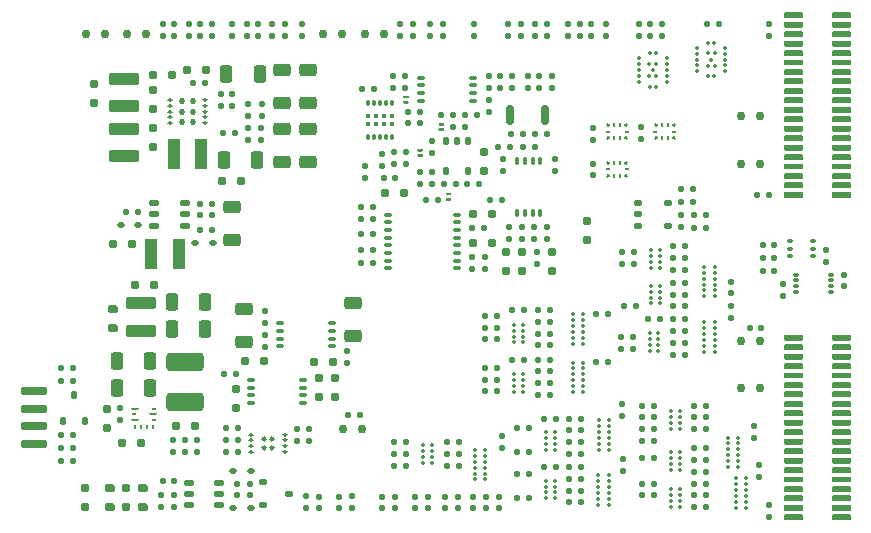
<source format=gbr>
%TF.GenerationSoftware,Altium Limited,Altium Designer,25.3.3 (18)*%
G04 Layer_Color=8421504*
%FSLAX45Y45*%
%MOMM*%
%TF.SameCoordinates,5572F933-5C96-4131-A983-9EF7CB378A5A*%
%TF.FilePolarity,Positive*%
%TF.FileFunction,Paste,Top*%
%TF.Part,Single*%
G01*
G75*
%TA.AperFunction,SMDPad,CuDef*%
G04:AMPARAMS|DCode=50|XSize=2.2mm|YSize=0.7mm|CornerRadius=0.175mm|HoleSize=0mm|Usage=FLASHONLY|Rotation=180.000|XOffset=0mm|YOffset=0mm|HoleType=Round|Shape=RoundedRectangle|*
%AMROUNDEDRECTD50*
21,1,2.20000,0.35000,0,0,180.0*
21,1,1.85000,0.70000,0,0,180.0*
1,1,0.35000,-0.92500,0.17500*
1,1,0.35000,0.92500,0.17500*
1,1,0.35000,0.92500,-0.17500*
1,1,0.35000,-0.92500,-0.17500*
%
%ADD50ROUNDEDRECTD50*%
G04:AMPARAMS|DCode=109|XSize=1.45862mm|YSize=1.05862mm|CornerRadius=0.21681mm|HoleSize=0mm|Usage=FLASHONLY|Rotation=90.000|XOffset=0mm|YOffset=0mm|HoleType=Round|Shape=RoundedRectangle|*
%AMROUNDEDRECTD109*
21,1,1.45862,0.62500,0,0,90.0*
21,1,1.02500,1.05862,0,0,90.0*
1,1,0.43362,0.31250,0.51250*
1,1,0.43362,0.31250,-0.51250*
1,1,0.43362,-0.31250,-0.51250*
1,1,0.43362,-0.31250,0.51250*
%
%ADD109ROUNDEDRECTD109*%
G04:AMPARAMS|DCode=110|XSize=1.45862mm|YSize=1.05862mm|CornerRadius=0.21681mm|HoleSize=0mm|Usage=FLASHONLY|Rotation=180.000|XOffset=0mm|YOffset=0mm|HoleType=Round|Shape=RoundedRectangle|*
%AMROUNDEDRECTD110*
21,1,1.45862,0.62500,0,0,180.0*
21,1,1.02500,1.05862,0,0,180.0*
1,1,0.43362,-0.51250,0.31250*
1,1,0.43362,0.51250,0.31250*
1,1,0.43362,0.51250,-0.31250*
1,1,0.43362,-0.51250,-0.31250*
%
%ADD110ROUNDEDRECTD110*%
%TA.AperFunction,NonConductor*%
%ADD124C,0.24000*%
%TA.AperFunction,OtherPad,Free Pad (39.1mm,17.675mm)*%
G04:AMPARAMS|DCode=125|XSize=0.7mm|YSize=0.35mm|CornerRadius=0.1575mm|HoleSize=0mm|Usage=FLASHONLY|Rotation=180.000|XOffset=0mm|YOffset=0mm|HoleType=Round|Shape=RoundedRectangle|*
%AMROUNDEDRECTD125*
21,1,0.70000,0.03500,0,0,180.0*
21,1,0.38501,0.35000,0,0,180.0*
1,1,0.31500,-0.19250,0.01750*
1,1,0.31500,0.19250,0.01750*
1,1,0.31500,0.19250,-0.01750*
1,1,0.31500,-0.19250,-0.01750*
%
%ADD125ROUNDEDRECTD125*%
%TA.AperFunction,OtherPad,Free Pad (39.1mm,17.025mm)*%
G04:AMPARAMS|DCode=126|XSize=0.7mm|YSize=0.35mm|CornerRadius=0.1575mm|HoleSize=0mm|Usage=FLASHONLY|Rotation=180.000|XOffset=0mm|YOffset=0mm|HoleType=Round|Shape=RoundedRectangle|*
%AMROUNDEDRECTD126*
21,1,0.70000,0.03500,0,0,180.0*
21,1,0.38501,0.35000,0,0,180.0*
1,1,0.31500,-0.19250,0.01750*
1,1,0.31500,0.19250,0.01750*
1,1,0.31500,0.19250,-0.01750*
1,1,0.31500,-0.19250,-0.01750*
%
%ADD126ROUNDEDRECTD126*%
%TA.AperFunction,OtherPad,Free Pad (39.1mm,16.375mm)*%
G04:AMPARAMS|DCode=127|XSize=0.7mm|YSize=0.35mm|CornerRadius=0.1575mm|HoleSize=0mm|Usage=FLASHONLY|Rotation=180.000|XOffset=0mm|YOffset=0mm|HoleType=Round|Shape=RoundedRectangle|*
%AMROUNDEDRECTD127*
21,1,0.70000,0.03500,0,0,180.0*
21,1,0.38501,0.35000,0,0,180.0*
1,1,0.31500,-0.19250,0.01750*
1,1,0.31500,0.19250,0.01750*
1,1,0.31500,0.19250,-0.01750*
1,1,0.31500,-0.19250,-0.01750*
%
%ADD127ROUNDEDRECTD127*%
%TA.AperFunction,OtherPad,Free Pad (39.1mm,15.725mm)*%
G04:AMPARAMS|DCode=128|XSize=0.7mm|YSize=0.35mm|CornerRadius=0.1575mm|HoleSize=0mm|Usage=FLASHONLY|Rotation=180.000|XOffset=0mm|YOffset=0mm|HoleType=Round|Shape=RoundedRectangle|*
%AMROUNDEDRECTD128*
21,1,0.70000,0.03500,0,0,180.0*
21,1,0.38501,0.35000,0,0,180.0*
1,1,0.31500,-0.19250,0.01750*
1,1,0.31500,0.19250,0.01750*
1,1,0.31500,0.19250,-0.01750*
1,1,0.31500,-0.19250,-0.01750*
%
%ADD128ROUNDEDRECTD128*%
%TA.AperFunction,OtherPad,Free Pad (34.7mm,15.725mm)*%
G04:AMPARAMS|DCode=129|XSize=0.7mm|YSize=0.35mm|CornerRadius=0.1575mm|HoleSize=0mm|Usage=FLASHONLY|Rotation=0.000|XOffset=0mm|YOffset=0mm|HoleType=Round|Shape=RoundedRectangle|*
%AMROUNDEDRECTD129*
21,1,0.70000,0.03500,0,0,0.0*
21,1,0.38501,0.35000,0,0,0.0*
1,1,0.31500,0.19250,-0.01750*
1,1,0.31500,-0.19250,-0.01750*
1,1,0.31500,-0.19250,0.01750*
1,1,0.31500,0.19250,0.01750*
%
%ADD129ROUNDEDRECTD129*%
%TA.AperFunction,OtherPad,Free Pad (34.7mm,16.375mm)*%
G04:AMPARAMS|DCode=130|XSize=0.7mm|YSize=0.35mm|CornerRadius=0.1575mm|HoleSize=0mm|Usage=FLASHONLY|Rotation=0.000|XOffset=0mm|YOffset=0mm|HoleType=Round|Shape=RoundedRectangle|*
%AMROUNDEDRECTD130*
21,1,0.70000,0.03500,0,0,0.0*
21,1,0.38501,0.35000,0,0,0.0*
1,1,0.31500,0.19250,-0.01750*
1,1,0.31500,-0.19250,-0.01750*
1,1,0.31500,-0.19250,0.01750*
1,1,0.31500,0.19250,0.01750*
%
%ADD130ROUNDEDRECTD130*%
%TA.AperFunction,OtherPad,Free Pad (34.7mm,17.025mm)*%
G04:AMPARAMS|DCode=131|XSize=0.7mm|YSize=0.35mm|CornerRadius=0.1575mm|HoleSize=0mm|Usage=FLASHONLY|Rotation=0.000|XOffset=0mm|YOffset=0mm|HoleType=Round|Shape=RoundedRectangle|*
%AMROUNDEDRECTD131*
21,1,0.70000,0.03500,0,0,0.0*
21,1,0.38501,0.35000,0,0,0.0*
1,1,0.31500,0.19250,-0.01750*
1,1,0.31500,-0.19250,-0.01750*
1,1,0.31500,-0.19250,0.01750*
1,1,0.31500,0.19250,0.01750*
%
%ADD131ROUNDEDRECTD131*%
%TA.AperFunction,OtherPad,Free Pad (34.7mm,17.675mm)*%
G04:AMPARAMS|DCode=132|XSize=0.7mm|YSize=0.35mm|CornerRadius=0.1575mm|HoleSize=0mm|Usage=FLASHONLY|Rotation=0.000|XOffset=0mm|YOffset=0mm|HoleType=Round|Shape=RoundedRectangle|*
%AMROUNDEDRECTD132*
21,1,0.70000,0.03500,0,0,0.0*
21,1,0.38501,0.35000,0,0,0.0*
1,1,0.31500,0.19250,-0.01750*
1,1,0.31500,-0.19250,-0.01750*
1,1,0.31500,-0.19250,0.01750*
1,1,0.31500,0.19250,0.01750*
%
%ADD132ROUNDEDRECTD132*%
%TA.AperFunction,OtherPad,Free Pad (56.92mm,18.15mm)*%
G04:AMPARAMS|DCode=133|XSize=0.38mm|YSize=0.26mm|CornerRadius=0.117mm|HoleSize=0mm|Usage=FLASHONLY|Rotation=0.000|XOffset=0mm|YOffset=0mm|HoleType=Round|Shape=RoundedRectangle|*
%AMROUNDEDRECTD133*
21,1,0.38000,0.02600,0,0,0.0*
21,1,0.14600,0.26000,0,0,0.0*
1,1,0.23400,0.07300,-0.01300*
1,1,0.23400,-0.07300,-0.01300*
1,1,0.23400,-0.07300,0.01300*
1,1,0.23400,0.07300,0.01300*
%
%ADD133ROUNDEDRECTD133*%
%TA.AperFunction,OtherPad,Free Pad (56.92mm,17.65mm)*%
G04:AMPARAMS|DCode=134|XSize=0.38mm|YSize=0.26mm|CornerRadius=0.117mm|HoleSize=0mm|Usage=FLASHONLY|Rotation=0.000|XOffset=0mm|YOffset=0mm|HoleType=Round|Shape=RoundedRectangle|*
%AMROUNDEDRECTD134*
21,1,0.38000,0.02600,0,0,0.0*
21,1,0.14600,0.26000,0,0,0.0*
1,1,0.23400,0.07300,-0.01300*
1,1,0.23400,-0.07300,-0.01300*
1,1,0.23400,-0.07300,0.01300*
1,1,0.23400,0.07300,0.01300*
%
%ADD134ROUNDEDRECTD134*%
%TA.AperFunction,OtherPad,Free Pad (56.92mm,17.15mm)*%
G04:AMPARAMS|DCode=135|XSize=0.38mm|YSize=0.26mm|CornerRadius=0.117mm|HoleSize=0mm|Usage=FLASHONLY|Rotation=0.000|XOffset=0mm|YOffset=0mm|HoleType=Round|Shape=RoundedRectangle|*
%AMROUNDEDRECTD135*
21,1,0.38000,0.02600,0,0,0.0*
21,1,0.14600,0.26000,0,0,0.0*
1,1,0.23400,0.07300,-0.01300*
1,1,0.23400,-0.07300,-0.01300*
1,1,0.23400,-0.07300,0.01300*
1,1,0.23400,0.07300,0.01300*
%
%ADD135ROUNDEDRECTD135*%
%TA.AperFunction,OtherPad,Free Pad (56.92mm,16.65mm)*%
G04:AMPARAMS|DCode=136|XSize=0.38mm|YSize=0.26mm|CornerRadius=0.117mm|HoleSize=0mm|Usage=FLASHONLY|Rotation=0.000|XOffset=0mm|YOffset=0mm|HoleType=Round|Shape=RoundedRectangle|*
%AMROUNDEDRECTD136*
21,1,0.38000,0.02600,0,0,0.0*
21,1,0.14600,0.26000,0,0,0.0*
1,1,0.23400,0.07300,-0.01300*
1,1,0.23400,-0.07300,-0.01300*
1,1,0.23400,-0.07300,0.01300*
1,1,0.23400,0.07300,0.01300*
%
%ADD136ROUNDEDRECTD136*%
%TA.AperFunction,OtherPad,Free Pad (57.68mm,18.15mm)*%
G04:AMPARAMS|DCode=137|XSize=0.38mm|YSize=0.26mm|CornerRadius=0.117mm|HoleSize=0mm|Usage=FLASHONLY|Rotation=0.000|XOffset=0mm|YOffset=0mm|HoleType=Round|Shape=RoundedRectangle|*
%AMROUNDEDRECTD137*
21,1,0.38000,0.02600,0,0,0.0*
21,1,0.14600,0.26000,0,0,0.0*
1,1,0.23400,0.07300,-0.01300*
1,1,0.23400,-0.07300,-0.01300*
1,1,0.23400,-0.07300,0.01300*
1,1,0.23400,0.07300,0.01300*
%
%ADD137ROUNDEDRECTD137*%
%TA.AperFunction,OtherPad,Free Pad (57.68mm,17.65mm)*%
G04:AMPARAMS|DCode=138|XSize=0.38mm|YSize=0.26mm|CornerRadius=0.117mm|HoleSize=0mm|Usage=FLASHONLY|Rotation=0.000|XOffset=0mm|YOffset=0mm|HoleType=Round|Shape=RoundedRectangle|*
%AMROUNDEDRECTD138*
21,1,0.38000,0.02600,0,0,0.0*
21,1,0.14600,0.26000,0,0,0.0*
1,1,0.23400,0.07300,-0.01300*
1,1,0.23400,-0.07300,-0.01300*
1,1,0.23400,-0.07300,0.01300*
1,1,0.23400,0.07300,0.01300*
%
%ADD138ROUNDEDRECTD138*%
%TA.AperFunction,OtherPad,Free Pad (57.68mm,17.15mm)*%
G04:AMPARAMS|DCode=139|XSize=0.38mm|YSize=0.26mm|CornerRadius=0.117mm|HoleSize=0mm|Usage=FLASHONLY|Rotation=0.000|XOffset=0mm|YOffset=0mm|HoleType=Round|Shape=RoundedRectangle|*
%AMROUNDEDRECTD139*
21,1,0.38000,0.02600,0,0,0.0*
21,1,0.14600,0.26000,0,0,0.0*
1,1,0.23400,0.07300,-0.01300*
1,1,0.23400,-0.07300,-0.01300*
1,1,0.23400,-0.07300,0.01300*
1,1,0.23400,0.07300,0.01300*
%
%ADD139ROUNDEDRECTD139*%
%TA.AperFunction,OtherPad,Free Pad (57.68mm,16.65mm)*%
G04:AMPARAMS|DCode=140|XSize=0.38mm|YSize=0.26mm|CornerRadius=0.117mm|HoleSize=0mm|Usage=FLASHONLY|Rotation=0.000|XOffset=0mm|YOffset=0mm|HoleType=Round|Shape=RoundedRectangle|*
%AMROUNDEDRECTD140*
21,1,0.38000,0.02600,0,0,0.0*
21,1,0.14600,0.26000,0,0,0.0*
1,1,0.23400,0.07300,-0.01300*
1,1,0.23400,-0.07300,-0.01300*
1,1,0.23400,-0.07300,0.01300*
1,1,0.23400,0.07300,0.01300*
%
%ADD140ROUNDEDRECTD140*%
%TA.AperFunction,OtherPad,Free Pad (41.5mm,22.475mm)*%
G04:AMPARAMS|DCode=141|XSize=0.7mm|YSize=0.35mm|CornerRadius=0.1575mm|HoleSize=0mm|Usage=FLASHONLY|Rotation=180.000|XOffset=0mm|YOffset=0mm|HoleType=Round|Shape=RoundedRectangle|*
%AMROUNDEDRECTD141*
21,1,0.70000,0.03500,0,0,180.0*
21,1,0.38501,0.35000,0,0,180.0*
1,1,0.31500,-0.19250,0.01750*
1,1,0.31500,0.19250,0.01750*
1,1,0.31500,0.19250,-0.01750*
1,1,0.31500,-0.19250,-0.01750*
%
%ADD141ROUNDEDRECTD141*%
%TA.AperFunction,OtherPad,Free Pad (41.5mm,21.825mm)*%
G04:AMPARAMS|DCode=142|XSize=0.7mm|YSize=0.35mm|CornerRadius=0.1575mm|HoleSize=0mm|Usage=FLASHONLY|Rotation=180.000|XOffset=0mm|YOffset=0mm|HoleType=Round|Shape=RoundedRectangle|*
%AMROUNDEDRECTD142*
21,1,0.70000,0.03500,0,0,180.0*
21,1,0.38501,0.35000,0,0,180.0*
1,1,0.31500,-0.19250,0.01750*
1,1,0.31500,0.19250,0.01750*
1,1,0.31500,0.19250,-0.01750*
1,1,0.31500,-0.19250,-0.01750*
%
%ADD142ROUNDEDRECTD142*%
%TA.AperFunction,OtherPad,Free Pad (41.5mm,21.175mm)*%
G04:AMPARAMS|DCode=143|XSize=0.7mm|YSize=0.35mm|CornerRadius=0.1575mm|HoleSize=0mm|Usage=FLASHONLY|Rotation=180.000|XOffset=0mm|YOffset=0mm|HoleType=Round|Shape=RoundedRectangle|*
%AMROUNDEDRECTD143*
21,1,0.70000,0.03500,0,0,180.0*
21,1,0.38501,0.35000,0,0,180.0*
1,1,0.31500,-0.19250,0.01750*
1,1,0.31500,0.19250,0.01750*
1,1,0.31500,0.19250,-0.01750*
1,1,0.31500,-0.19250,-0.01750*
%
%ADD143ROUNDEDRECTD143*%
%TA.AperFunction,OtherPad,Free Pad (41.5mm,20.525mm)*%
G04:AMPARAMS|DCode=144|XSize=0.7mm|YSize=0.35mm|CornerRadius=0.1575mm|HoleSize=0mm|Usage=FLASHONLY|Rotation=180.000|XOffset=0mm|YOffset=0mm|HoleType=Round|Shape=RoundedRectangle|*
%AMROUNDEDRECTD144*
21,1,0.70000,0.03500,0,0,180.0*
21,1,0.38501,0.35000,0,0,180.0*
1,1,0.31500,-0.19250,0.01750*
1,1,0.31500,0.19250,0.01750*
1,1,0.31500,0.19250,-0.01750*
1,1,0.31500,-0.19250,-0.01750*
%
%ADD144ROUNDEDRECTD144*%
%TA.AperFunction,OtherPad,Free Pad (37.1mm,20.525mm)*%
G04:AMPARAMS|DCode=145|XSize=0.7mm|YSize=0.35mm|CornerRadius=0.1575mm|HoleSize=0mm|Usage=FLASHONLY|Rotation=0.000|XOffset=0mm|YOffset=0mm|HoleType=Round|Shape=RoundedRectangle|*
%AMROUNDEDRECTD145*
21,1,0.70000,0.03500,0,0,0.0*
21,1,0.38501,0.35000,0,0,0.0*
1,1,0.31500,0.19250,-0.01750*
1,1,0.31500,-0.19250,-0.01750*
1,1,0.31500,-0.19250,0.01750*
1,1,0.31500,0.19250,0.01750*
%
%ADD145ROUNDEDRECTD145*%
%TA.AperFunction,OtherPad,Free Pad (37.1mm,21.175mm)*%
G04:AMPARAMS|DCode=146|XSize=0.7mm|YSize=0.35mm|CornerRadius=0.1575mm|HoleSize=0mm|Usage=FLASHONLY|Rotation=0.000|XOffset=0mm|YOffset=0mm|HoleType=Round|Shape=RoundedRectangle|*
%AMROUNDEDRECTD146*
21,1,0.70000,0.03500,0,0,0.0*
21,1,0.38501,0.35000,0,0,0.0*
1,1,0.31500,0.19250,-0.01750*
1,1,0.31500,-0.19250,-0.01750*
1,1,0.31500,-0.19250,0.01750*
1,1,0.31500,0.19250,0.01750*
%
%ADD146ROUNDEDRECTD146*%
%TA.AperFunction,OtherPad,Free Pad (37.1mm,21.825mm)*%
G04:AMPARAMS|DCode=147|XSize=0.7mm|YSize=0.35mm|CornerRadius=0.1575mm|HoleSize=0mm|Usage=FLASHONLY|Rotation=0.000|XOffset=0mm|YOffset=0mm|HoleType=Round|Shape=RoundedRectangle|*
%AMROUNDEDRECTD147*
21,1,0.70000,0.03500,0,0,0.0*
21,1,0.38501,0.35000,0,0,0.0*
1,1,0.31500,0.19250,-0.01750*
1,1,0.31500,-0.19250,-0.01750*
1,1,0.31500,-0.19250,0.01750*
1,1,0.31500,0.19250,0.01750*
%
%ADD147ROUNDEDRECTD147*%
%TA.AperFunction,OtherPad,Free Pad (37.1mm,22.475mm)*%
G04:AMPARAMS|DCode=148|XSize=0.7mm|YSize=0.35mm|CornerRadius=0.1575mm|HoleSize=0mm|Usage=FLASHONLY|Rotation=0.000|XOffset=0mm|YOffset=0mm|HoleType=Round|Shape=RoundedRectangle|*
%AMROUNDEDRECTD148*
21,1,0.70000,0.03500,0,0,0.0*
21,1,0.38501,0.35000,0,0,0.0*
1,1,0.31500,0.19250,-0.01750*
1,1,0.31500,-0.19250,-0.01750*
1,1,0.31500,-0.19250,0.01750*
1,1,0.31500,0.19250,0.01750*
%
%ADD148ROUNDEDRECTD148*%
%TA.AperFunction,OtherPad,Free Pad (76.63mm,6.85mm)*%
G04:AMPARAMS|DCode=149|XSize=0.38mm|YSize=0.26mm|CornerRadius=0.117mm|HoleSize=0mm|Usage=FLASHONLY|Rotation=0.000|XOffset=0mm|YOffset=0mm|HoleType=Round|Shape=RoundedRectangle|*
%AMROUNDEDRECTD149*
21,1,0.38000,0.02600,0,0,0.0*
21,1,0.14600,0.26000,0,0,0.0*
1,1,0.23400,0.07300,-0.01300*
1,1,0.23400,-0.07300,-0.01300*
1,1,0.23400,-0.07300,0.01300*
1,1,0.23400,0.07300,0.01300*
%
%ADD149ROUNDEDRECTD149*%
%TA.AperFunction,OtherPad,Free Pad (76.63mm,7.35mm)*%
G04:AMPARAMS|DCode=150|XSize=0.38mm|YSize=0.26mm|CornerRadius=0.117mm|HoleSize=0mm|Usage=FLASHONLY|Rotation=0.000|XOffset=0mm|YOffset=0mm|HoleType=Round|Shape=RoundedRectangle|*
%AMROUNDEDRECTD150*
21,1,0.38000,0.02600,0,0,0.0*
21,1,0.14600,0.26000,0,0,0.0*
1,1,0.23400,0.07300,-0.01300*
1,1,0.23400,-0.07300,-0.01300*
1,1,0.23400,-0.07300,0.01300*
1,1,0.23400,0.07300,0.01300*
%
%ADD150ROUNDEDRECTD150*%
%TA.AperFunction,OtherPad,Free Pad (76.63mm,7.85mm)*%
G04:AMPARAMS|DCode=151|XSize=0.38mm|YSize=0.26mm|CornerRadius=0.117mm|HoleSize=0mm|Usage=FLASHONLY|Rotation=0.000|XOffset=0mm|YOffset=0mm|HoleType=Round|Shape=RoundedRectangle|*
%AMROUNDEDRECTD151*
21,1,0.38000,0.02600,0,0,0.0*
21,1,0.14600,0.26000,0,0,0.0*
1,1,0.23400,0.07300,-0.01300*
1,1,0.23400,-0.07300,-0.01300*
1,1,0.23400,-0.07300,0.01300*
1,1,0.23400,0.07300,0.01300*
%
%ADD151ROUNDEDRECTD151*%
%TA.AperFunction,OtherPad,Free Pad (76.63mm,8.35mm)*%
G04:AMPARAMS|DCode=152|XSize=0.38mm|YSize=0.26mm|CornerRadius=0.117mm|HoleSize=0mm|Usage=FLASHONLY|Rotation=0.000|XOffset=0mm|YOffset=0mm|HoleType=Round|Shape=RoundedRectangle|*
%AMROUNDEDRECTD152*
21,1,0.38000,0.02600,0,0,0.0*
21,1,0.14600,0.26000,0,0,0.0*
1,1,0.23400,0.07300,-0.01300*
1,1,0.23400,-0.07300,-0.01300*
1,1,0.23400,-0.07300,0.01300*
1,1,0.23400,0.07300,0.01300*
%
%ADD152ROUNDEDRECTD152*%
%TA.AperFunction,OtherPad,Free Pad (76.63mm,8.85mm)*%
G04:AMPARAMS|DCode=153|XSize=0.38mm|YSize=0.26mm|CornerRadius=0.117mm|HoleSize=0mm|Usage=FLASHONLY|Rotation=0.000|XOffset=0mm|YOffset=0mm|HoleType=Round|Shape=RoundedRectangle|*
%AMROUNDEDRECTD153*
21,1,0.38000,0.02600,0,0,0.0*
21,1,0.14600,0.26000,0,0,0.0*
1,1,0.23400,0.07300,-0.01300*
1,1,0.23400,-0.07300,-0.01300*
1,1,0.23400,-0.07300,0.01300*
1,1,0.23400,0.07300,0.01300*
%
%ADD153ROUNDEDRECTD153*%
%TA.AperFunction,OtherPad,Free Pad (76.63mm,9.35mm)*%
G04:AMPARAMS|DCode=154|XSize=0.38mm|YSize=0.26mm|CornerRadius=0.117mm|HoleSize=0mm|Usage=FLASHONLY|Rotation=0.000|XOffset=0mm|YOffset=0mm|HoleType=Round|Shape=RoundedRectangle|*
%AMROUNDEDRECTD154*
21,1,0.38000,0.02600,0,0,0.0*
21,1,0.14600,0.26000,0,0,0.0*
1,1,0.23400,0.07300,-0.01300*
1,1,0.23400,-0.07300,-0.01300*
1,1,0.23400,-0.07300,0.01300*
1,1,0.23400,0.07300,0.01300*
%
%ADD154ROUNDEDRECTD154*%
%TA.AperFunction,OtherPad,Free Pad (75.77mm,6.85mm)*%
G04:AMPARAMS|DCode=155|XSize=0.38mm|YSize=0.26mm|CornerRadius=0.117mm|HoleSize=0mm|Usage=FLASHONLY|Rotation=0.000|XOffset=0mm|YOffset=0mm|HoleType=Round|Shape=RoundedRectangle|*
%AMROUNDEDRECTD155*
21,1,0.38000,0.02600,0,0,0.0*
21,1,0.14600,0.26000,0,0,0.0*
1,1,0.23400,0.07300,-0.01300*
1,1,0.23400,-0.07300,-0.01300*
1,1,0.23400,-0.07300,0.01300*
1,1,0.23400,0.07300,0.01300*
%
%ADD155ROUNDEDRECTD155*%
%TA.AperFunction,OtherPad,Free Pad (75.77mm,7.35mm)*%
G04:AMPARAMS|DCode=156|XSize=0.38mm|YSize=0.26mm|CornerRadius=0.117mm|HoleSize=0mm|Usage=FLASHONLY|Rotation=0.000|XOffset=0mm|YOffset=0mm|HoleType=Round|Shape=RoundedRectangle|*
%AMROUNDEDRECTD156*
21,1,0.38000,0.02600,0,0,0.0*
21,1,0.14600,0.26000,0,0,0.0*
1,1,0.23400,0.07300,-0.01300*
1,1,0.23400,-0.07300,-0.01300*
1,1,0.23400,-0.07300,0.01300*
1,1,0.23400,0.07300,0.01300*
%
%ADD156ROUNDEDRECTD156*%
%TA.AperFunction,OtherPad,Free Pad (75.77mm,7.85mm)*%
G04:AMPARAMS|DCode=157|XSize=0.38mm|YSize=0.26mm|CornerRadius=0.117mm|HoleSize=0mm|Usage=FLASHONLY|Rotation=0.000|XOffset=0mm|YOffset=0mm|HoleType=Round|Shape=RoundedRectangle|*
%AMROUNDEDRECTD157*
21,1,0.38000,0.02600,0,0,0.0*
21,1,0.14600,0.26000,0,0,0.0*
1,1,0.23400,0.07300,-0.01300*
1,1,0.23400,-0.07300,-0.01300*
1,1,0.23400,-0.07300,0.01300*
1,1,0.23400,0.07300,0.01300*
%
%ADD157ROUNDEDRECTD157*%
%TA.AperFunction,OtherPad,Free Pad (75.77mm,8.35mm)*%
G04:AMPARAMS|DCode=158|XSize=0.38mm|YSize=0.26mm|CornerRadius=0.117mm|HoleSize=0mm|Usage=FLASHONLY|Rotation=0.000|XOffset=0mm|YOffset=0mm|HoleType=Round|Shape=RoundedRectangle|*
%AMROUNDEDRECTD158*
21,1,0.38000,0.02600,0,0,0.0*
21,1,0.14600,0.26000,0,0,0.0*
1,1,0.23400,0.07300,-0.01300*
1,1,0.23400,-0.07300,-0.01300*
1,1,0.23400,-0.07300,0.01300*
1,1,0.23400,0.07300,0.01300*
%
%ADD158ROUNDEDRECTD158*%
%TA.AperFunction,OtherPad,Free Pad (75.77mm,8.85mm)*%
G04:AMPARAMS|DCode=159|XSize=0.38mm|YSize=0.26mm|CornerRadius=0.117mm|HoleSize=0mm|Usage=FLASHONLY|Rotation=0.000|XOffset=0mm|YOffset=0mm|HoleType=Round|Shape=RoundedRectangle|*
%AMROUNDEDRECTD159*
21,1,0.38000,0.02600,0,0,0.0*
21,1,0.14600,0.26000,0,0,0.0*
1,1,0.23400,0.07300,-0.01300*
1,1,0.23400,-0.07300,-0.01300*
1,1,0.23400,-0.07300,0.01300*
1,1,0.23400,0.07300,0.01300*
%
%ADD159ROUNDEDRECTD159*%
%TA.AperFunction,OtherPad,Free Pad (75.77mm,9.35mm)*%
G04:AMPARAMS|DCode=160|XSize=0.38mm|YSize=0.26mm|CornerRadius=0.117mm|HoleSize=0mm|Usage=FLASHONLY|Rotation=0.000|XOffset=0mm|YOffset=0mm|HoleType=Round|Shape=RoundedRectangle|*
%AMROUNDEDRECTD160*
21,1,0.38000,0.02600,0,0,0.0*
21,1,0.14600,0.26000,0,0,0.0*
1,1,0.23400,0.07300,-0.01300*
1,1,0.23400,-0.07300,-0.01300*
1,1,0.23400,-0.07300,0.01300*
1,1,0.23400,0.07300,0.01300*
%
%ADD160ROUNDEDRECTD160*%
%TA.AperFunction,OtherPad,Free Pad (52.15mm,27.125mm)*%
G04:AMPARAMS|DCode=161|XSize=0.7mm|YSize=0.35mm|CornerRadius=0.1575mm|HoleSize=0mm|Usage=FLASHONLY|Rotation=180.000|XOffset=0mm|YOffset=0mm|HoleType=Round|Shape=RoundedRectangle|*
%AMROUNDEDRECTD161*
21,1,0.70000,0.03500,0,0,180.0*
21,1,0.38501,0.35000,0,0,180.0*
1,1,0.31500,-0.19250,0.01750*
1,1,0.31500,0.19250,0.01750*
1,1,0.31500,0.19250,-0.01750*
1,1,0.31500,-0.19250,-0.01750*
%
%ADD161ROUNDEDRECTD161*%
%TA.AperFunction,OtherPad,Free Pad (52.15mm,27.775mm)*%
G04:AMPARAMS|DCode=162|XSize=0.7mm|YSize=0.35mm|CornerRadius=0.1575mm|HoleSize=0mm|Usage=FLASHONLY|Rotation=180.000|XOffset=0mm|YOffset=0mm|HoleType=Round|Shape=RoundedRectangle|*
%AMROUNDEDRECTD162*
21,1,0.70000,0.03500,0,0,180.0*
21,1,0.38501,0.35000,0,0,180.0*
1,1,0.31500,-0.19250,0.01750*
1,1,0.31500,0.19250,0.01750*
1,1,0.31500,0.19250,-0.01750*
1,1,0.31500,-0.19250,-0.01750*
%
%ADD162ROUNDEDRECTD162*%
%TA.AperFunction,OtherPad,Free Pad (52.15mm,28.425mm)*%
G04:AMPARAMS|DCode=163|XSize=0.7mm|YSize=0.35mm|CornerRadius=0.1575mm|HoleSize=0mm|Usage=FLASHONLY|Rotation=180.000|XOffset=0mm|YOffset=0mm|HoleType=Round|Shape=RoundedRectangle|*
%AMROUNDEDRECTD163*
21,1,0.70000,0.03500,0,0,180.0*
21,1,0.38501,0.35000,0,0,180.0*
1,1,0.31500,-0.19250,0.01750*
1,1,0.31500,0.19250,0.01750*
1,1,0.31500,0.19250,-0.01750*
1,1,0.31500,-0.19250,-0.01750*
%
%ADD163ROUNDEDRECTD163*%
%TA.AperFunction,OtherPad,Free Pad (52.15mm,29.075mm)*%
G04:AMPARAMS|DCode=164|XSize=0.7mm|YSize=0.35mm|CornerRadius=0.1575mm|HoleSize=0mm|Usage=FLASHONLY|Rotation=180.000|XOffset=0mm|YOffset=0mm|HoleType=Round|Shape=RoundedRectangle|*
%AMROUNDEDRECTD164*
21,1,0.70000,0.03500,0,0,180.0*
21,1,0.38501,0.35000,0,0,180.0*
1,1,0.31500,-0.19250,0.01750*
1,1,0.31500,0.19250,0.01750*
1,1,0.31500,0.19250,-0.01750*
1,1,0.31500,-0.19250,-0.01750*
%
%ADD164ROUNDEDRECTD164*%
%TA.AperFunction,OtherPad,Free Pad (52.15mm,29.725mm)*%
G04:AMPARAMS|DCode=165|XSize=0.7mm|YSize=0.35mm|CornerRadius=0.1575mm|HoleSize=0mm|Usage=FLASHONLY|Rotation=180.000|XOffset=0mm|YOffset=0mm|HoleType=Round|Shape=RoundedRectangle|*
%AMROUNDEDRECTD165*
21,1,0.70000,0.03500,0,0,180.0*
21,1,0.38501,0.35000,0,0,180.0*
1,1,0.31500,-0.19250,0.01750*
1,1,0.31500,0.19250,0.01750*
1,1,0.31500,0.19250,-0.01750*
1,1,0.31500,-0.19250,-0.01750*
%
%ADD165ROUNDEDRECTD165*%
%TA.AperFunction,OtherPad,Free Pad (52.15mm,30.375mm)*%
G04:AMPARAMS|DCode=166|XSize=0.7mm|YSize=0.35mm|CornerRadius=0.1575mm|HoleSize=0mm|Usage=FLASHONLY|Rotation=180.000|XOffset=0mm|YOffset=0mm|HoleType=Round|Shape=RoundedRectangle|*
%AMROUNDEDRECTD166*
21,1,0.70000,0.03500,0,0,180.0*
21,1,0.38501,0.35000,0,0,180.0*
1,1,0.31500,-0.19250,0.01750*
1,1,0.31500,0.19250,0.01750*
1,1,0.31500,0.19250,-0.01750*
1,1,0.31500,-0.19250,-0.01750*
%
%ADD166ROUNDEDRECTD166*%
%TA.AperFunction,OtherPad,Free Pad (52.15mm,31.025mm)*%
G04:AMPARAMS|DCode=167|XSize=0.7mm|YSize=0.35mm|CornerRadius=0.1575mm|HoleSize=0mm|Usage=FLASHONLY|Rotation=180.000|XOffset=0mm|YOffset=0mm|HoleType=Round|Shape=RoundedRectangle|*
%AMROUNDEDRECTD167*
21,1,0.70000,0.03500,0,0,180.0*
21,1,0.38501,0.35000,0,0,180.0*
1,1,0.31500,-0.19250,0.01750*
1,1,0.31500,0.19250,0.01750*
1,1,0.31500,0.19250,-0.01750*
1,1,0.31500,-0.19250,-0.01750*
%
%ADD167ROUNDEDRECTD167*%
%TA.AperFunction,OtherPad,Free Pad (52.15mm,31.675mm)*%
G04:AMPARAMS|DCode=168|XSize=0.7mm|YSize=0.35mm|CornerRadius=0.1575mm|HoleSize=0mm|Usage=FLASHONLY|Rotation=180.000|XOffset=0mm|YOffset=0mm|HoleType=Round|Shape=RoundedRectangle|*
%AMROUNDEDRECTD168*
21,1,0.70000,0.03500,0,0,180.0*
21,1,0.38501,0.35000,0,0,180.0*
1,1,0.31500,-0.19250,0.01750*
1,1,0.31500,0.19250,0.01750*
1,1,0.31500,0.19250,-0.01750*
1,1,0.31500,-0.19250,-0.01750*
%
%ADD168ROUNDEDRECTD168*%
%TA.AperFunction,OtherPad,Free Pad (46.25mm,27.125mm)*%
G04:AMPARAMS|DCode=169|XSize=0.7mm|YSize=0.35mm|CornerRadius=0.1575mm|HoleSize=0mm|Usage=FLASHONLY|Rotation=180.000|XOffset=0mm|YOffset=0mm|HoleType=Round|Shape=RoundedRectangle|*
%AMROUNDEDRECTD169*
21,1,0.70000,0.03500,0,0,180.0*
21,1,0.38501,0.35000,0,0,180.0*
1,1,0.31500,-0.19250,0.01750*
1,1,0.31500,0.19250,0.01750*
1,1,0.31500,0.19250,-0.01750*
1,1,0.31500,-0.19250,-0.01750*
%
%ADD169ROUNDEDRECTD169*%
%TA.AperFunction,OtherPad,Free Pad (46.25mm,27.775mm)*%
G04:AMPARAMS|DCode=170|XSize=0.7mm|YSize=0.35mm|CornerRadius=0.1575mm|HoleSize=0mm|Usage=FLASHONLY|Rotation=180.000|XOffset=0mm|YOffset=0mm|HoleType=Round|Shape=RoundedRectangle|*
%AMROUNDEDRECTD170*
21,1,0.70000,0.03500,0,0,180.0*
21,1,0.38501,0.35000,0,0,180.0*
1,1,0.31500,-0.19250,0.01750*
1,1,0.31500,0.19250,0.01750*
1,1,0.31500,0.19250,-0.01750*
1,1,0.31500,-0.19250,-0.01750*
%
%ADD170ROUNDEDRECTD170*%
%TA.AperFunction,OtherPad,Free Pad (46.25mm,28.425mm)*%
G04:AMPARAMS|DCode=171|XSize=0.7mm|YSize=0.35mm|CornerRadius=0.1575mm|HoleSize=0mm|Usage=FLASHONLY|Rotation=180.000|XOffset=0mm|YOffset=0mm|HoleType=Round|Shape=RoundedRectangle|*
%AMROUNDEDRECTD171*
21,1,0.70000,0.03500,0,0,180.0*
21,1,0.38501,0.35000,0,0,180.0*
1,1,0.31500,-0.19250,0.01750*
1,1,0.31500,0.19250,0.01750*
1,1,0.31500,0.19250,-0.01750*
1,1,0.31500,-0.19250,-0.01750*
%
%ADD171ROUNDEDRECTD171*%
%TA.AperFunction,OtherPad,Free Pad (46.25mm,29.075mm)*%
G04:AMPARAMS|DCode=172|XSize=0.7mm|YSize=0.35mm|CornerRadius=0.1575mm|HoleSize=0mm|Usage=FLASHONLY|Rotation=180.000|XOffset=0mm|YOffset=0mm|HoleType=Round|Shape=RoundedRectangle|*
%AMROUNDEDRECTD172*
21,1,0.70000,0.03500,0,0,180.0*
21,1,0.38501,0.35000,0,0,180.0*
1,1,0.31500,-0.19250,0.01750*
1,1,0.31500,0.19250,0.01750*
1,1,0.31500,0.19250,-0.01750*
1,1,0.31500,-0.19250,-0.01750*
%
%ADD172ROUNDEDRECTD172*%
%TA.AperFunction,OtherPad,Free Pad (46.25mm,29.725mm)*%
G04:AMPARAMS|DCode=173|XSize=0.7mm|YSize=0.35mm|CornerRadius=0.1575mm|HoleSize=0mm|Usage=FLASHONLY|Rotation=180.000|XOffset=0mm|YOffset=0mm|HoleType=Round|Shape=RoundedRectangle|*
%AMROUNDEDRECTD173*
21,1,0.70000,0.03500,0,0,180.0*
21,1,0.38501,0.35000,0,0,180.0*
1,1,0.31500,-0.19250,0.01750*
1,1,0.31500,0.19250,0.01750*
1,1,0.31500,0.19250,-0.01750*
1,1,0.31500,-0.19250,-0.01750*
%
%ADD173ROUNDEDRECTD173*%
%TA.AperFunction,OtherPad,Free Pad (46.25mm,30.375mm)*%
G04:AMPARAMS|DCode=174|XSize=0.7mm|YSize=0.35mm|CornerRadius=0.1575mm|HoleSize=0mm|Usage=FLASHONLY|Rotation=180.000|XOffset=0mm|YOffset=0mm|HoleType=Round|Shape=RoundedRectangle|*
%AMROUNDEDRECTD174*
21,1,0.70000,0.03500,0,0,180.0*
21,1,0.38501,0.35000,0,0,180.0*
1,1,0.31500,-0.19250,0.01750*
1,1,0.31500,0.19250,0.01750*
1,1,0.31500,0.19250,-0.01750*
1,1,0.31500,-0.19250,-0.01750*
%
%ADD174ROUNDEDRECTD174*%
%TA.AperFunction,OtherPad,Free Pad (46.25mm,31.025mm)*%
G04:AMPARAMS|DCode=175|XSize=0.7mm|YSize=0.35mm|CornerRadius=0.1575mm|HoleSize=0mm|Usage=FLASHONLY|Rotation=180.000|XOffset=0mm|YOffset=0mm|HoleType=Round|Shape=RoundedRectangle|*
%AMROUNDEDRECTD175*
21,1,0.70000,0.03500,0,0,180.0*
21,1,0.38501,0.35000,0,0,180.0*
1,1,0.31500,-0.19250,0.01750*
1,1,0.31500,0.19250,0.01750*
1,1,0.31500,0.19250,-0.01750*
1,1,0.31500,-0.19250,-0.01750*
%
%ADD175ROUNDEDRECTD175*%
%TA.AperFunction,OtherPad,Free Pad (46.25mm,31.675mm)*%
G04:AMPARAMS|DCode=176|XSize=0.7mm|YSize=0.35mm|CornerRadius=0.1575mm|HoleSize=0mm|Usage=FLASHONLY|Rotation=180.000|XOffset=0mm|YOffset=0mm|HoleType=Round|Shape=RoundedRectangle|*
%AMROUNDEDRECTD176*
21,1,0.70000,0.03500,0,0,180.0*
21,1,0.38501,0.35000,0,0,180.0*
1,1,0.31500,-0.19250,0.01750*
1,1,0.31500,0.19250,0.01750*
1,1,0.31500,0.19250,-0.01750*
1,1,0.31500,-0.19250,-0.01750*
%
%ADD176ROUNDEDRECTD176*%
%TA.AperFunction,OtherPad,Free Pad (62.83mm,16.65mm)*%
G04:AMPARAMS|DCode=177|XSize=0.38mm|YSize=0.26mm|CornerRadius=0.117mm|HoleSize=0mm|Usage=FLASHONLY|Rotation=0.000|XOffset=0mm|YOffset=0mm|HoleType=Round|Shape=RoundedRectangle|*
%AMROUNDEDRECTD177*
21,1,0.38000,0.02600,0,0,0.0*
21,1,0.14600,0.26000,0,0,0.0*
1,1,0.23400,0.07300,-0.01300*
1,1,0.23400,-0.07300,-0.01300*
1,1,0.23400,-0.07300,0.01300*
1,1,0.23400,0.07300,0.01300*
%
%ADD177ROUNDEDRECTD177*%
%TA.AperFunction,OtherPad,Free Pad (62.83mm,17.15mm)*%
G04:AMPARAMS|DCode=178|XSize=0.38mm|YSize=0.26mm|CornerRadius=0.117mm|HoleSize=0mm|Usage=FLASHONLY|Rotation=0.000|XOffset=0mm|YOffset=0mm|HoleType=Round|Shape=RoundedRectangle|*
%AMROUNDEDRECTD178*
21,1,0.38000,0.02600,0,0,0.0*
21,1,0.14600,0.26000,0,0,0.0*
1,1,0.23400,0.07300,-0.01300*
1,1,0.23400,-0.07300,-0.01300*
1,1,0.23400,-0.07300,0.01300*
1,1,0.23400,0.07300,0.01300*
%
%ADD178ROUNDEDRECTD178*%
%TA.AperFunction,OtherPad,Free Pad (62.83mm,17.65mm)*%
G04:AMPARAMS|DCode=179|XSize=0.38mm|YSize=0.26mm|CornerRadius=0.117mm|HoleSize=0mm|Usage=FLASHONLY|Rotation=0.000|XOffset=0mm|YOffset=0mm|HoleType=Round|Shape=RoundedRectangle|*
%AMROUNDEDRECTD179*
21,1,0.38000,0.02600,0,0,0.0*
21,1,0.14600,0.26000,0,0,0.0*
1,1,0.23400,0.07300,-0.01300*
1,1,0.23400,-0.07300,-0.01300*
1,1,0.23400,-0.07300,0.01300*
1,1,0.23400,0.07300,0.01300*
%
%ADD179ROUNDEDRECTD179*%
%TA.AperFunction,OtherPad,Free Pad (62.83mm,18.15mm)*%
G04:AMPARAMS|DCode=180|XSize=0.38mm|YSize=0.26mm|CornerRadius=0.117mm|HoleSize=0mm|Usage=FLASHONLY|Rotation=0.000|XOffset=0mm|YOffset=0mm|HoleType=Round|Shape=RoundedRectangle|*
%AMROUNDEDRECTD180*
21,1,0.38000,0.02600,0,0,0.0*
21,1,0.14600,0.26000,0,0,0.0*
1,1,0.23400,0.07300,-0.01300*
1,1,0.23400,-0.07300,-0.01300*
1,1,0.23400,-0.07300,0.01300*
1,1,0.23400,0.07300,0.01300*
%
%ADD180ROUNDEDRECTD180*%
%TA.AperFunction,OtherPad,Free Pad (62.83mm,18.65mm)*%
G04:AMPARAMS|DCode=181|XSize=0.38mm|YSize=0.26mm|CornerRadius=0.117mm|HoleSize=0mm|Usage=FLASHONLY|Rotation=0.000|XOffset=0mm|YOffset=0mm|HoleType=Round|Shape=RoundedRectangle|*
%AMROUNDEDRECTD181*
21,1,0.38000,0.02600,0,0,0.0*
21,1,0.14600,0.26000,0,0,0.0*
1,1,0.23400,0.07300,-0.01300*
1,1,0.23400,-0.07300,-0.01300*
1,1,0.23400,-0.07300,0.01300*
1,1,0.23400,0.07300,0.01300*
%
%ADD181ROUNDEDRECTD181*%
%TA.AperFunction,OtherPad,Free Pad (62.83mm,19.15mm)*%
G04:AMPARAMS|DCode=182|XSize=0.38mm|YSize=0.26mm|CornerRadius=0.117mm|HoleSize=0mm|Usage=FLASHONLY|Rotation=0.000|XOffset=0mm|YOffset=0mm|HoleType=Round|Shape=RoundedRectangle|*
%AMROUNDEDRECTD182*
21,1,0.38000,0.02600,0,0,0.0*
21,1,0.14600,0.26000,0,0,0.0*
1,1,0.23400,0.07300,-0.01300*
1,1,0.23400,-0.07300,-0.01300*
1,1,0.23400,-0.07300,0.01300*
1,1,0.23400,0.07300,0.01300*
%
%ADD182ROUNDEDRECTD182*%
%TA.AperFunction,OtherPad,Free Pad (61.97mm,16.65mm)*%
G04:AMPARAMS|DCode=183|XSize=0.38mm|YSize=0.26mm|CornerRadius=0.117mm|HoleSize=0mm|Usage=FLASHONLY|Rotation=0.000|XOffset=0mm|YOffset=0mm|HoleType=Round|Shape=RoundedRectangle|*
%AMROUNDEDRECTD183*
21,1,0.38000,0.02600,0,0,0.0*
21,1,0.14600,0.26000,0,0,0.0*
1,1,0.23400,0.07300,-0.01300*
1,1,0.23400,-0.07300,-0.01300*
1,1,0.23400,-0.07300,0.01300*
1,1,0.23400,0.07300,0.01300*
%
%ADD183ROUNDEDRECTD183*%
%TA.AperFunction,OtherPad,Free Pad (61.97mm,17.15mm)*%
G04:AMPARAMS|DCode=184|XSize=0.38mm|YSize=0.26mm|CornerRadius=0.117mm|HoleSize=0mm|Usage=FLASHONLY|Rotation=0.000|XOffset=0mm|YOffset=0mm|HoleType=Round|Shape=RoundedRectangle|*
%AMROUNDEDRECTD184*
21,1,0.38000,0.02600,0,0,0.0*
21,1,0.14600,0.26000,0,0,0.0*
1,1,0.23400,0.07300,-0.01300*
1,1,0.23400,-0.07300,-0.01300*
1,1,0.23400,-0.07300,0.01300*
1,1,0.23400,0.07300,0.01300*
%
%ADD184ROUNDEDRECTD184*%
%TA.AperFunction,OtherPad,Free Pad (61.97mm,17.65mm)*%
G04:AMPARAMS|DCode=185|XSize=0.38mm|YSize=0.26mm|CornerRadius=0.117mm|HoleSize=0mm|Usage=FLASHONLY|Rotation=0.000|XOffset=0mm|YOffset=0mm|HoleType=Round|Shape=RoundedRectangle|*
%AMROUNDEDRECTD185*
21,1,0.38000,0.02600,0,0,0.0*
21,1,0.14600,0.26000,0,0,0.0*
1,1,0.23400,0.07300,-0.01300*
1,1,0.23400,-0.07300,-0.01300*
1,1,0.23400,-0.07300,0.01300*
1,1,0.23400,0.07300,0.01300*
%
%ADD185ROUNDEDRECTD185*%
%TA.AperFunction,OtherPad,Free Pad (61.97mm,18.15mm)*%
G04:AMPARAMS|DCode=186|XSize=0.38mm|YSize=0.26mm|CornerRadius=0.117mm|HoleSize=0mm|Usage=FLASHONLY|Rotation=0.000|XOffset=0mm|YOffset=0mm|HoleType=Round|Shape=RoundedRectangle|*
%AMROUNDEDRECTD186*
21,1,0.38000,0.02600,0,0,0.0*
21,1,0.14600,0.26000,0,0,0.0*
1,1,0.23400,0.07300,-0.01300*
1,1,0.23400,-0.07300,-0.01300*
1,1,0.23400,-0.07300,0.01300*
1,1,0.23400,0.07300,0.01300*
%
%ADD186ROUNDEDRECTD186*%
%TA.AperFunction,OtherPad,Free Pad (61.97mm,18.65mm)*%
G04:AMPARAMS|DCode=187|XSize=0.38mm|YSize=0.26mm|CornerRadius=0.117mm|HoleSize=0mm|Usage=FLASHONLY|Rotation=0.000|XOffset=0mm|YOffset=0mm|HoleType=Round|Shape=RoundedRectangle|*
%AMROUNDEDRECTD187*
21,1,0.38000,0.02600,0,0,0.0*
21,1,0.14600,0.26000,0,0,0.0*
1,1,0.23400,0.07300,-0.01300*
1,1,0.23400,-0.07300,-0.01300*
1,1,0.23400,-0.07300,0.01300*
1,1,0.23400,0.07300,0.01300*
%
%ADD187ROUNDEDRECTD187*%
%TA.AperFunction,OtherPad,Free Pad (61.97mm,19.15mm)*%
G04:AMPARAMS|DCode=188|XSize=0.38mm|YSize=0.26mm|CornerRadius=0.117mm|HoleSize=0mm|Usage=FLASHONLY|Rotation=0.000|XOffset=0mm|YOffset=0mm|HoleType=Round|Shape=RoundedRectangle|*
%AMROUNDEDRECTD188*
21,1,0.38000,0.02600,0,0,0.0*
21,1,0.14600,0.26000,0,0,0.0*
1,1,0.23400,0.07300,-0.01300*
1,1,0.23400,-0.07300,-0.01300*
1,1,0.23400,-0.07300,0.01300*
1,1,0.23400,0.07300,0.01300*
%
%ADD188ROUNDEDRECTD188*%
%TA.AperFunction,OtherPad,Free Pad (80.3mm,29.45mm)*%
G04:AMPARAMS|DCode=189|XSize=0.5mm|YSize=0.35mm|CornerRadius=0.1575mm|HoleSize=0mm|Usage=FLASHONLY|Rotation=180.000|XOffset=0mm|YOffset=0mm|HoleType=Round|Shape=RoundedRectangle|*
%AMROUNDEDRECTD189*
21,1,0.50000,0.03500,0,0,180.0*
21,1,0.18500,0.35000,0,0,180.0*
1,1,0.31500,-0.09250,0.01750*
1,1,0.31500,0.09250,0.01750*
1,1,0.31500,0.09250,-0.01750*
1,1,0.31500,-0.09250,-0.01750*
%
%ADD189ROUNDEDRECTD189*%
%TA.AperFunction,OtherPad,Free Pad (80.3mm,28.8mm)*%
G04:AMPARAMS|DCode=190|XSize=0.5mm|YSize=0.35mm|CornerRadius=0.1575mm|HoleSize=0mm|Usage=FLASHONLY|Rotation=180.000|XOffset=0mm|YOffset=0mm|HoleType=Round|Shape=RoundedRectangle|*
%AMROUNDEDRECTD190*
21,1,0.50000,0.03500,0,0,180.0*
21,1,0.18500,0.35000,0,0,180.0*
1,1,0.31500,-0.09250,0.01750*
1,1,0.31500,0.09250,0.01750*
1,1,0.31500,0.09250,-0.01750*
1,1,0.31500,-0.09250,-0.01750*
%
%ADD190ROUNDEDRECTD190*%
%TA.AperFunction,OtherPad,Free Pad (80.3mm,28.15mm)*%
G04:AMPARAMS|DCode=191|XSize=0.5mm|YSize=0.35mm|CornerRadius=0.1575mm|HoleSize=0mm|Usage=FLASHONLY|Rotation=180.000|XOffset=0mm|YOffset=0mm|HoleType=Round|Shape=RoundedRectangle|*
%AMROUNDEDRECTD191*
21,1,0.50000,0.03500,0,0,180.0*
21,1,0.18500,0.35000,0,0,180.0*
1,1,0.31500,-0.09250,0.01750*
1,1,0.31500,0.09250,0.01750*
1,1,0.31500,0.09250,-0.01750*
1,1,0.31500,-0.09250,-0.01750*
%
%ADD191ROUNDEDRECTD191*%
%TA.AperFunction,OtherPad,Free Pad (82.3mm,29.45mm)*%
G04:AMPARAMS|DCode=192|XSize=0.5mm|YSize=0.35mm|CornerRadius=0.1575mm|HoleSize=0mm|Usage=FLASHONLY|Rotation=180.000|XOffset=0mm|YOffset=0mm|HoleType=Round|Shape=RoundedRectangle|*
%AMROUNDEDRECTD192*
21,1,0.50000,0.03500,0,0,180.0*
21,1,0.18500,0.35000,0,0,180.0*
1,1,0.31500,-0.09250,0.01750*
1,1,0.31500,0.09250,0.01750*
1,1,0.31500,0.09250,-0.01750*
1,1,0.31500,-0.09250,-0.01750*
%
%ADD192ROUNDEDRECTD192*%
%TA.AperFunction,OtherPad,Free Pad (82.3mm,28.8mm)*%
G04:AMPARAMS|DCode=193|XSize=0.5mm|YSize=0.35mm|CornerRadius=0.1575mm|HoleSize=0mm|Usage=FLASHONLY|Rotation=180.000|XOffset=0mm|YOffset=0mm|HoleType=Round|Shape=RoundedRectangle|*
%AMROUNDEDRECTD193*
21,1,0.50000,0.03500,0,0,180.0*
21,1,0.18500,0.35000,0,0,180.0*
1,1,0.31500,-0.09250,0.01750*
1,1,0.31500,0.09250,0.01750*
1,1,0.31500,0.09250,-0.01750*
1,1,0.31500,-0.09250,-0.01750*
%
%ADD193ROUNDEDRECTD193*%
%TA.AperFunction,OtherPad,Free Pad (82.3mm,28.15mm)*%
G04:AMPARAMS|DCode=194|XSize=0.5mm|YSize=0.35mm|CornerRadius=0.1575mm|HoleSize=0mm|Usage=FLASHONLY|Rotation=180.000|XOffset=0mm|YOffset=0mm|HoleType=Round|Shape=RoundedRectangle|*
%AMROUNDEDRECTD194*
21,1,0.50000,0.03500,0,0,180.0*
21,1,0.18500,0.35000,0,0,180.0*
1,1,0.31500,-0.09250,0.01750*
1,1,0.31500,0.09250,0.01750*
1,1,0.31500,0.09250,-0.01750*
1,1,0.31500,-0.09250,-0.01750*
%
%ADD194ROUNDEDRECTD194*%
%TA.AperFunction,OtherPad,Free Pad (49.22mm,12.15mm)*%
G04:AMPARAMS|DCode=195|XSize=0.38mm|YSize=0.26mm|CornerRadius=0.117mm|HoleSize=0mm|Usage=FLASHONLY|Rotation=0.000|XOffset=0mm|YOffset=0mm|HoleType=Round|Shape=RoundedRectangle|*
%AMROUNDEDRECTD195*
21,1,0.38000,0.02600,0,0,0.0*
21,1,0.14600,0.26000,0,0,0.0*
1,1,0.23400,0.07300,-0.01300*
1,1,0.23400,-0.07300,-0.01300*
1,1,0.23400,-0.07300,0.01300*
1,1,0.23400,0.07300,0.01300*
%
%ADD195ROUNDEDRECTD195*%
%TA.AperFunction,OtherPad,Free Pad (49.22mm,11.65mm)*%
G04:AMPARAMS|DCode=196|XSize=0.38mm|YSize=0.26mm|CornerRadius=0.117mm|HoleSize=0mm|Usage=FLASHONLY|Rotation=0.000|XOffset=0mm|YOffset=0mm|HoleType=Round|Shape=RoundedRectangle|*
%AMROUNDEDRECTD196*
21,1,0.38000,0.02600,0,0,0.0*
21,1,0.14600,0.26000,0,0,0.0*
1,1,0.23400,0.07300,-0.01300*
1,1,0.23400,-0.07300,-0.01300*
1,1,0.23400,-0.07300,0.01300*
1,1,0.23400,0.07300,0.01300*
%
%ADD196ROUNDEDRECTD196*%
%TA.AperFunction,OtherPad,Free Pad (49.22mm,11.15mm)*%
G04:AMPARAMS|DCode=197|XSize=0.38mm|YSize=0.26mm|CornerRadius=0.117mm|HoleSize=0mm|Usage=FLASHONLY|Rotation=0.000|XOffset=0mm|YOffset=0mm|HoleType=Round|Shape=RoundedRectangle|*
%AMROUNDEDRECTD197*
21,1,0.38000,0.02600,0,0,0.0*
21,1,0.14600,0.26000,0,0,0.0*
1,1,0.23400,0.07300,-0.01300*
1,1,0.23400,-0.07300,-0.01300*
1,1,0.23400,-0.07300,0.01300*
1,1,0.23400,0.07300,0.01300*
%
%ADD197ROUNDEDRECTD197*%
%TA.AperFunction,OtherPad,Free Pad (49.22mm,10.65mm)*%
G04:AMPARAMS|DCode=198|XSize=0.38mm|YSize=0.26mm|CornerRadius=0.117mm|HoleSize=0mm|Usage=FLASHONLY|Rotation=0.000|XOffset=0mm|YOffset=0mm|HoleType=Round|Shape=RoundedRectangle|*
%AMROUNDEDRECTD198*
21,1,0.38000,0.02600,0,0,0.0*
21,1,0.14600,0.26000,0,0,0.0*
1,1,0.23400,0.07300,-0.01300*
1,1,0.23400,-0.07300,-0.01300*
1,1,0.23400,-0.07300,0.01300*
1,1,0.23400,0.07300,0.01300*
%
%ADD198ROUNDEDRECTD198*%
%TA.AperFunction,OtherPad,Free Pad (49.98mm,12.15mm)*%
G04:AMPARAMS|DCode=199|XSize=0.38mm|YSize=0.26mm|CornerRadius=0.117mm|HoleSize=0mm|Usage=FLASHONLY|Rotation=0.000|XOffset=0mm|YOffset=0mm|HoleType=Round|Shape=RoundedRectangle|*
%AMROUNDEDRECTD199*
21,1,0.38000,0.02600,0,0,0.0*
21,1,0.14600,0.26000,0,0,0.0*
1,1,0.23400,0.07300,-0.01300*
1,1,0.23400,-0.07300,-0.01300*
1,1,0.23400,-0.07300,0.01300*
1,1,0.23400,0.07300,0.01300*
%
%ADD199ROUNDEDRECTD199*%
%TA.AperFunction,OtherPad,Free Pad (49.98mm,11.65mm)*%
G04:AMPARAMS|DCode=200|XSize=0.38mm|YSize=0.26mm|CornerRadius=0.117mm|HoleSize=0mm|Usage=FLASHONLY|Rotation=0.000|XOffset=0mm|YOffset=0mm|HoleType=Round|Shape=RoundedRectangle|*
%AMROUNDEDRECTD200*
21,1,0.38000,0.02600,0,0,0.0*
21,1,0.14600,0.26000,0,0,0.0*
1,1,0.23400,0.07300,-0.01300*
1,1,0.23400,-0.07300,-0.01300*
1,1,0.23400,-0.07300,0.01300*
1,1,0.23400,0.07300,0.01300*
%
%ADD200ROUNDEDRECTD200*%
%TA.AperFunction,OtherPad,Free Pad (49.98mm,11.15mm)*%
G04:AMPARAMS|DCode=201|XSize=0.38mm|YSize=0.26mm|CornerRadius=0.117mm|HoleSize=0mm|Usage=FLASHONLY|Rotation=0.000|XOffset=0mm|YOffset=0mm|HoleType=Round|Shape=RoundedRectangle|*
%AMROUNDEDRECTD201*
21,1,0.38000,0.02600,0,0,0.0*
21,1,0.14600,0.26000,0,0,0.0*
1,1,0.23400,0.07300,-0.01300*
1,1,0.23400,-0.07300,-0.01300*
1,1,0.23400,-0.07300,0.01300*
1,1,0.23400,0.07300,0.01300*
%
%ADD201ROUNDEDRECTD201*%
%TA.AperFunction,OtherPad,Free Pad (49.98mm,10.65mm)*%
G04:AMPARAMS|DCode=202|XSize=0.38mm|YSize=0.26mm|CornerRadius=0.117mm|HoleSize=0mm|Usage=FLASHONLY|Rotation=0.000|XOffset=0mm|YOffset=0mm|HoleType=Round|Shape=RoundedRectangle|*
%AMROUNDEDRECTD202*
21,1,0.38000,0.02600,0,0,0.0*
21,1,0.14600,0.26000,0,0,0.0*
1,1,0.23400,0.07300,-0.01300*
1,1,0.23400,-0.07300,-0.01300*
1,1,0.23400,-0.07300,0.01300*
1,1,0.23400,0.07300,0.01300*
%
%ADD202ROUNDEDRECTD202*%
%TA.AperFunction,OtherPad,Free Pad (66.48mm,35.5mm)*%
G04:AMPARAMS|DCode=203|XSize=0.34mm|YSize=0.25mm|CornerRadius=0.1125mm|HoleSize=0mm|Usage=FLASHONLY|Rotation=180.000|XOffset=0mm|YOffset=0mm|HoleType=Round|Shape=RoundedRectangle|*
%AMROUNDEDRECTD203*
21,1,0.34000,0.02500,0,0,180.0*
21,1,0.11500,0.25000,0,0,180.0*
1,1,0.22500,-0.05750,0.01250*
1,1,0.22500,0.05750,0.01250*
1,1,0.22500,0.05750,-0.01250*
1,1,0.22500,-0.05750,-0.01250*
%
%ADD203ROUNDEDRECTD203*%
%TA.AperFunction,OtherPad,Free Pad (64.92mm,35.5mm)*%
G04:AMPARAMS|DCode=204|XSize=0.34mm|YSize=0.25mm|CornerRadius=0.1125mm|HoleSize=0mm|Usage=FLASHONLY|Rotation=180.000|XOffset=0mm|YOffset=0mm|HoleType=Round|Shape=RoundedRectangle|*
%AMROUNDEDRECTD204*
21,1,0.34000,0.02500,0,0,180.0*
21,1,0.11500,0.25000,0,0,180.0*
1,1,0.22500,-0.05750,0.01250*
1,1,0.22500,0.05750,0.01250*
1,1,0.22500,0.05750,-0.01250*
1,1,0.22500,-0.05750,-0.01250*
%
%ADD204ROUNDEDRECTD204*%
%TA.AperFunction,OtherPad,Free Pad (65.95mm,34.97mm)*%
G04:AMPARAMS|DCode=205|XSize=0.34mm|YSize=0.25mm|CornerRadius=0.1125mm|HoleSize=0mm|Usage=FLASHONLY|Rotation=270.000|XOffset=0mm|YOffset=0mm|HoleType=Round|Shape=RoundedRectangle|*
%AMROUNDEDRECTD205*
21,1,0.34000,0.02500,0,0,270.0*
21,1,0.11500,0.25000,0,0,270.0*
1,1,0.22500,-0.01250,-0.05750*
1,1,0.22500,-0.01250,0.05750*
1,1,0.22500,0.01250,0.05750*
1,1,0.22500,0.01250,-0.05750*
%
%ADD205ROUNDEDRECTD205*%
%TA.AperFunction,OtherPad,Free Pad (65.45mm,34.97mm)*%
G04:AMPARAMS|DCode=206|XSize=0.34mm|YSize=0.25mm|CornerRadius=0.1125mm|HoleSize=0mm|Usage=FLASHONLY|Rotation=270.000|XOffset=0mm|YOffset=0mm|HoleType=Round|Shape=RoundedRectangle|*
%AMROUNDEDRECTD206*
21,1,0.34000,0.02500,0,0,270.0*
21,1,0.11500,0.25000,0,0,270.0*
1,1,0.22500,-0.01250,-0.05750*
1,1,0.22500,-0.01250,0.05750*
1,1,0.22500,0.01250,0.05750*
1,1,0.22500,0.01250,-0.05750*
%
%ADD206ROUNDEDRECTD206*%
%TA.AperFunction,OtherPad,Free Pad (65.45mm,36.03mm)*%
G04:AMPARAMS|DCode=207|XSize=0.34mm|YSize=0.25mm|CornerRadius=0.1125mm|HoleSize=0mm|Usage=FLASHONLY|Rotation=90.000|XOffset=0mm|YOffset=0mm|HoleType=Round|Shape=RoundedRectangle|*
%AMROUNDEDRECTD207*
21,1,0.34000,0.02500,0,0,90.0*
21,1,0.11500,0.25000,0,0,90.0*
1,1,0.22500,0.01250,0.05750*
1,1,0.22500,0.01250,-0.05750*
1,1,0.22500,-0.01250,-0.05750*
1,1,0.22500,-0.01250,0.05750*
%
%ADD207ROUNDEDRECTD207*%
%TA.AperFunction,OtherPad,Free Pad (65.95mm,36.03mm)*%
G04:AMPARAMS|DCode=208|XSize=0.34mm|YSize=0.25mm|CornerRadius=0.1125mm|HoleSize=0mm|Usage=FLASHONLY|Rotation=90.000|XOffset=0mm|YOffset=0mm|HoleType=Round|Shape=RoundedRectangle|*
%AMROUNDEDRECTD208*
21,1,0.34000,0.02500,0,0,90.0*
21,1,0.11500,0.25000,0,0,90.0*
1,1,0.22500,0.01250,0.05750*
1,1,0.22500,0.01250,-0.05750*
1,1,0.22500,-0.01250,-0.05750*
1,1,0.22500,-0.01250,0.05750*
%
%ADD208ROUNDEDRECTD208*%
%TA.AperFunction,OtherPad,Free Pad (66.47mm,34.98mm)*%
G04:AMPARAMS|DCode=209|XSize=0.34mm|YSize=0.25mm|CornerRadius=0.1125mm|HoleSize=0mm|Usage=FLASHONLY|Rotation=315.000|XOffset=0mm|YOffset=0mm|HoleType=Round|Shape=RoundedRectangle|*
%AMROUNDEDRECTD209*
21,1,0.34000,0.02500,0,0,315.0*
21,1,0.11500,0.25000,0,0,315.0*
1,1,0.22500,0.03182,-0.04950*
1,1,0.22500,-0.04950,0.03182*
1,1,0.22500,-0.03182,0.04950*
1,1,0.22500,0.04950,-0.03182*
%
%ADD209ROUNDEDRECTD209*%
%TA.AperFunction,OtherPad,Free Pad (64.93mm,34.98mm)*%
G04:AMPARAMS|DCode=210|XSize=0.34mm|YSize=0.25mm|CornerRadius=0.1125mm|HoleSize=0mm|Usage=FLASHONLY|Rotation=225.000|XOffset=0mm|YOffset=0mm|HoleType=Round|Shape=RoundedRectangle|*
%AMROUNDEDRECTD210*
21,1,0.34000,0.02500,0,0,225.0*
21,1,0.11500,0.25000,0,0,225.0*
1,1,0.22500,-0.04950,-0.03182*
1,1,0.22500,0.03182,0.04950*
1,1,0.22500,0.04950,0.03182*
1,1,0.22500,-0.03182,-0.04950*
%
%ADD210ROUNDEDRECTD210*%
%TA.AperFunction,OtherPad,Free Pad (64.93mm,36.02mm)*%
G04:AMPARAMS|DCode=211|XSize=0.34mm|YSize=0.25mm|CornerRadius=0.1125mm|HoleSize=0mm|Usage=FLASHONLY|Rotation=135.000|XOffset=0mm|YOffset=0mm|HoleType=Round|Shape=RoundedRectangle|*
%AMROUNDEDRECTD211*
21,1,0.34000,0.02500,0,0,135.0*
21,1,0.11500,0.25000,0,0,135.0*
1,1,0.22500,-0.03182,0.04950*
1,1,0.22500,0.04950,-0.03182*
1,1,0.22500,0.03182,-0.04950*
1,1,0.22500,-0.04950,0.03182*
%
%ADD211ROUNDEDRECTD211*%
%TA.AperFunction,OtherPad,Free Pad (66.47mm,36.02mm)*%
G04:AMPARAMS|DCode=212|XSize=0.34mm|YSize=0.25mm|CornerRadius=0.1125mm|HoleSize=0mm|Usage=FLASHONLY|Rotation=45.000|XOffset=0mm|YOffset=0mm|HoleType=Round|Shape=RoundedRectangle|*
%AMROUNDEDRECTD212*
21,1,0.34000,0.02500,0,0,45.0*
21,1,0.11500,0.25000,0,0,45.0*
1,1,0.22500,0.04950,0.03182*
1,1,0.22500,-0.03182,-0.04950*
1,1,0.22500,-0.04950,-0.03182*
1,1,0.22500,0.03182,0.04950*
%
%ADD212ROUNDEDRECTD212*%
%TA.AperFunction,OtherPad,Free Pad (45.9mm,47mm)*%
G04:AMPARAMS|DCode=213|XSize=0.73mm|YSize=0.73mm|CornerRadius=0.3285mm|HoleSize=0mm|Usage=FLASHONLY|Rotation=0.000|XOffset=0mm|YOffset=0mm|HoleType=Round|Shape=RoundedRectangle|*
%AMROUNDEDRECTD213*
21,1,0.73000,0.07300,0,0,0.0*
21,1,0.07300,0.73000,0,0,0.0*
1,1,0.65700,0.03650,-0.03650*
1,1,0.65700,-0.03650,-0.03650*
1,1,0.65700,-0.03650,0.03650*
1,1,0.65700,0.03650,0.03650*
%
%ADD213ROUNDEDRECTD213*%
%TA.AperFunction,OtherPad,Free Pad (44.3mm,47mm)*%
G04:AMPARAMS|DCode=214|XSize=0.73mm|YSize=0.73mm|CornerRadius=0.3285mm|HoleSize=0mm|Usage=FLASHONLY|Rotation=0.000|XOffset=0mm|YOffset=0mm|HoleType=Round|Shape=RoundedRectangle|*
%AMROUNDEDRECTD214*
21,1,0.73000,0.07300,0,0,0.0*
21,1,0.07300,0.73000,0,0,0.0*
1,1,0.65700,0.03650,-0.03650*
1,1,0.65700,-0.03650,-0.03650*
1,1,0.65700,-0.03650,0.03650*
1,1,0.65700,0.03650,0.03650*
%
%ADD214ROUNDEDRECTD214*%
%TA.AperFunction,OtherPad,Free Pad (73.93mm,24.75mm)*%
G04:AMPARAMS|DCode=215|XSize=0.38mm|YSize=0.26mm|CornerRadius=0.117mm|HoleSize=0mm|Usage=FLASHONLY|Rotation=0.000|XOffset=0mm|YOffset=0mm|HoleType=Round|Shape=RoundedRectangle|*
%AMROUNDEDRECTD215*
21,1,0.38000,0.02600,0,0,0.0*
21,1,0.14600,0.26000,0,0,0.0*
1,1,0.23400,0.07300,-0.01300*
1,1,0.23400,-0.07300,-0.01300*
1,1,0.23400,-0.07300,0.01300*
1,1,0.23400,0.07300,0.01300*
%
%ADD215ROUNDEDRECTD215*%
%TA.AperFunction,OtherPad,Free Pad (73.93mm,25.25mm)*%
G04:AMPARAMS|DCode=216|XSize=0.38mm|YSize=0.26mm|CornerRadius=0.117mm|HoleSize=0mm|Usage=FLASHONLY|Rotation=0.000|XOffset=0mm|YOffset=0mm|HoleType=Round|Shape=RoundedRectangle|*
%AMROUNDEDRECTD216*
21,1,0.38000,0.02600,0,0,0.0*
21,1,0.14600,0.26000,0,0,0.0*
1,1,0.23400,0.07300,-0.01300*
1,1,0.23400,-0.07300,-0.01300*
1,1,0.23400,-0.07300,0.01300*
1,1,0.23400,0.07300,0.01300*
%
%ADD216ROUNDEDRECTD216*%
%TA.AperFunction,OtherPad,Free Pad (73.93mm,25.75mm)*%
G04:AMPARAMS|DCode=217|XSize=0.38mm|YSize=0.26mm|CornerRadius=0.117mm|HoleSize=0mm|Usage=FLASHONLY|Rotation=0.000|XOffset=0mm|YOffset=0mm|HoleType=Round|Shape=RoundedRectangle|*
%AMROUNDEDRECTD217*
21,1,0.38000,0.02600,0,0,0.0*
21,1,0.14600,0.26000,0,0,0.0*
1,1,0.23400,0.07300,-0.01300*
1,1,0.23400,-0.07300,-0.01300*
1,1,0.23400,-0.07300,0.01300*
1,1,0.23400,0.07300,0.01300*
%
%ADD217ROUNDEDRECTD217*%
%TA.AperFunction,OtherPad,Free Pad (73.93mm,26.25mm)*%
G04:AMPARAMS|DCode=218|XSize=0.38mm|YSize=0.26mm|CornerRadius=0.117mm|HoleSize=0mm|Usage=FLASHONLY|Rotation=0.000|XOffset=0mm|YOffset=0mm|HoleType=Round|Shape=RoundedRectangle|*
%AMROUNDEDRECTD218*
21,1,0.38000,0.02600,0,0,0.0*
21,1,0.14600,0.26000,0,0,0.0*
1,1,0.23400,0.07300,-0.01300*
1,1,0.23400,-0.07300,-0.01300*
1,1,0.23400,-0.07300,0.01300*
1,1,0.23400,0.07300,0.01300*
%
%ADD218ROUNDEDRECTD218*%
%TA.AperFunction,OtherPad,Free Pad (73.93mm,26.75mm)*%
G04:AMPARAMS|DCode=219|XSize=0.38mm|YSize=0.26mm|CornerRadius=0.117mm|HoleSize=0mm|Usage=FLASHONLY|Rotation=0.000|XOffset=0mm|YOffset=0mm|HoleType=Round|Shape=RoundedRectangle|*
%AMROUNDEDRECTD219*
21,1,0.38000,0.02600,0,0,0.0*
21,1,0.14600,0.26000,0,0,0.0*
1,1,0.23400,0.07300,-0.01300*
1,1,0.23400,-0.07300,-0.01300*
1,1,0.23400,-0.07300,0.01300*
1,1,0.23400,0.07300,0.01300*
%
%ADD219ROUNDEDRECTD219*%
%TA.AperFunction,OtherPad,Free Pad (73.93mm,27.25mm)*%
G04:AMPARAMS|DCode=220|XSize=0.38mm|YSize=0.26mm|CornerRadius=0.117mm|HoleSize=0mm|Usage=FLASHONLY|Rotation=0.000|XOffset=0mm|YOffset=0mm|HoleType=Round|Shape=RoundedRectangle|*
%AMROUNDEDRECTD220*
21,1,0.38000,0.02600,0,0,0.0*
21,1,0.14600,0.26000,0,0,0.0*
1,1,0.23400,0.07300,-0.01300*
1,1,0.23400,-0.07300,-0.01300*
1,1,0.23400,-0.07300,0.01300*
1,1,0.23400,0.07300,0.01300*
%
%ADD220ROUNDEDRECTD220*%
%TA.AperFunction,OtherPad,Free Pad (73.07mm,24.75mm)*%
G04:AMPARAMS|DCode=221|XSize=0.38mm|YSize=0.26mm|CornerRadius=0.117mm|HoleSize=0mm|Usage=FLASHONLY|Rotation=0.000|XOffset=0mm|YOffset=0mm|HoleType=Round|Shape=RoundedRectangle|*
%AMROUNDEDRECTD221*
21,1,0.38000,0.02600,0,0,0.0*
21,1,0.14600,0.26000,0,0,0.0*
1,1,0.23400,0.07300,-0.01300*
1,1,0.23400,-0.07300,-0.01300*
1,1,0.23400,-0.07300,0.01300*
1,1,0.23400,0.07300,0.01300*
%
%ADD221ROUNDEDRECTD221*%
%TA.AperFunction,OtherPad,Free Pad (73.07mm,25.25mm)*%
G04:AMPARAMS|DCode=222|XSize=0.38mm|YSize=0.26mm|CornerRadius=0.117mm|HoleSize=0mm|Usage=FLASHONLY|Rotation=0.000|XOffset=0mm|YOffset=0mm|HoleType=Round|Shape=RoundedRectangle|*
%AMROUNDEDRECTD222*
21,1,0.38000,0.02600,0,0,0.0*
21,1,0.14600,0.26000,0,0,0.0*
1,1,0.23400,0.07300,-0.01300*
1,1,0.23400,-0.07300,-0.01300*
1,1,0.23400,-0.07300,0.01300*
1,1,0.23400,0.07300,0.01300*
%
%ADD222ROUNDEDRECTD222*%
%TA.AperFunction,OtherPad,Free Pad (73.07mm,25.75mm)*%
G04:AMPARAMS|DCode=223|XSize=0.38mm|YSize=0.26mm|CornerRadius=0.117mm|HoleSize=0mm|Usage=FLASHONLY|Rotation=0.000|XOffset=0mm|YOffset=0mm|HoleType=Round|Shape=RoundedRectangle|*
%AMROUNDEDRECTD223*
21,1,0.38000,0.02600,0,0,0.0*
21,1,0.14600,0.26000,0,0,0.0*
1,1,0.23400,0.07300,-0.01300*
1,1,0.23400,-0.07300,-0.01300*
1,1,0.23400,-0.07300,0.01300*
1,1,0.23400,0.07300,0.01300*
%
%ADD223ROUNDEDRECTD223*%
%TA.AperFunction,OtherPad,Free Pad (73.07mm,26.25mm)*%
G04:AMPARAMS|DCode=224|XSize=0.38mm|YSize=0.26mm|CornerRadius=0.117mm|HoleSize=0mm|Usage=FLASHONLY|Rotation=0.000|XOffset=0mm|YOffset=0mm|HoleType=Round|Shape=RoundedRectangle|*
%AMROUNDEDRECTD224*
21,1,0.38000,0.02600,0,0,0.0*
21,1,0.14600,0.26000,0,0,0.0*
1,1,0.23400,0.07300,-0.01300*
1,1,0.23400,-0.07300,-0.01300*
1,1,0.23400,-0.07300,0.01300*
1,1,0.23400,0.07300,0.01300*
%
%ADD224ROUNDEDRECTD224*%
%TA.AperFunction,OtherPad,Free Pad (73.07mm,26.75mm)*%
G04:AMPARAMS|DCode=225|XSize=0.38mm|YSize=0.26mm|CornerRadius=0.117mm|HoleSize=0mm|Usage=FLASHONLY|Rotation=0.000|XOffset=0mm|YOffset=0mm|HoleType=Round|Shape=RoundedRectangle|*
%AMROUNDEDRECTD225*
21,1,0.38000,0.02600,0,0,0.0*
21,1,0.14600,0.26000,0,0,0.0*
1,1,0.23400,0.07300,-0.01300*
1,1,0.23400,-0.07300,-0.01300*
1,1,0.23400,-0.07300,0.01300*
1,1,0.23400,0.07300,0.01300*
%
%ADD225ROUNDEDRECTD225*%
%TA.AperFunction,OtherPad,Free Pad (73.07mm,27.25mm)*%
G04:AMPARAMS|DCode=226|XSize=0.38mm|YSize=0.26mm|CornerRadius=0.117mm|HoleSize=0mm|Usage=FLASHONLY|Rotation=0.000|XOffset=0mm|YOffset=0mm|HoleType=Round|Shape=RoundedRectangle|*
%AMROUNDEDRECTD226*
21,1,0.38000,0.02600,0,0,0.0*
21,1,0.14600,0.26000,0,0,0.0*
1,1,0.23400,0.07300,-0.01300*
1,1,0.23400,-0.07300,-0.01300*
1,1,0.23400,-0.07300,0.01300*
1,1,0.23400,0.07300,0.01300*
%
%ADD226ROUNDEDRECTD226*%
%TA.AperFunction,OtherPad,Free Pad (68.52mm,28.65mm)*%
G04:AMPARAMS|DCode=227|XSize=0.38mm|YSize=0.26mm|CornerRadius=0.117mm|HoleSize=0mm|Usage=FLASHONLY|Rotation=0.000|XOffset=0mm|YOffset=0mm|HoleType=Round|Shape=RoundedRectangle|*
%AMROUNDEDRECTD227*
21,1,0.38000,0.02600,0,0,0.0*
21,1,0.14600,0.26000,0,0,0.0*
1,1,0.23400,0.07300,-0.01300*
1,1,0.23400,-0.07300,-0.01300*
1,1,0.23400,-0.07300,0.01300*
1,1,0.23400,0.07300,0.01300*
%
%ADD227ROUNDEDRECTD227*%
%TA.AperFunction,OtherPad,Free Pad (68.52mm,28.15mm)*%
G04:AMPARAMS|DCode=228|XSize=0.38mm|YSize=0.26mm|CornerRadius=0.117mm|HoleSize=0mm|Usage=FLASHONLY|Rotation=0.000|XOffset=0mm|YOffset=0mm|HoleType=Round|Shape=RoundedRectangle|*
%AMROUNDEDRECTD228*
21,1,0.38000,0.02600,0,0,0.0*
21,1,0.14600,0.26000,0,0,0.0*
1,1,0.23400,0.07300,-0.01300*
1,1,0.23400,-0.07300,-0.01300*
1,1,0.23400,-0.07300,0.01300*
1,1,0.23400,0.07300,0.01300*
%
%ADD228ROUNDEDRECTD228*%
%TA.AperFunction,OtherPad,Free Pad (68.52mm,27.65mm)*%
G04:AMPARAMS|DCode=229|XSize=0.38mm|YSize=0.26mm|CornerRadius=0.117mm|HoleSize=0mm|Usage=FLASHONLY|Rotation=0.000|XOffset=0mm|YOffset=0mm|HoleType=Round|Shape=RoundedRectangle|*
%AMROUNDEDRECTD229*
21,1,0.38000,0.02600,0,0,0.0*
21,1,0.14600,0.26000,0,0,0.0*
1,1,0.23400,0.07300,-0.01300*
1,1,0.23400,-0.07300,-0.01300*
1,1,0.23400,-0.07300,0.01300*
1,1,0.23400,0.07300,0.01300*
%
%ADD229ROUNDEDRECTD229*%
%TA.AperFunction,OtherPad,Free Pad (68.52mm,27.15mm)*%
G04:AMPARAMS|DCode=230|XSize=0.38mm|YSize=0.26mm|CornerRadius=0.117mm|HoleSize=0mm|Usage=FLASHONLY|Rotation=0.000|XOffset=0mm|YOffset=0mm|HoleType=Round|Shape=RoundedRectangle|*
%AMROUNDEDRECTD230*
21,1,0.38000,0.02600,0,0,0.0*
21,1,0.14600,0.26000,0,0,0.0*
1,1,0.23400,0.07300,-0.01300*
1,1,0.23400,-0.07300,-0.01300*
1,1,0.23400,-0.07300,0.01300*
1,1,0.23400,0.07300,0.01300*
%
%ADD230ROUNDEDRECTD230*%
%TA.AperFunction,OtherPad,Free Pad (69.28mm,28.65mm)*%
G04:AMPARAMS|DCode=231|XSize=0.38mm|YSize=0.26mm|CornerRadius=0.117mm|HoleSize=0mm|Usage=FLASHONLY|Rotation=0.000|XOffset=0mm|YOffset=0mm|HoleType=Round|Shape=RoundedRectangle|*
%AMROUNDEDRECTD231*
21,1,0.38000,0.02600,0,0,0.0*
21,1,0.14600,0.26000,0,0,0.0*
1,1,0.23400,0.07300,-0.01300*
1,1,0.23400,-0.07300,-0.01300*
1,1,0.23400,-0.07300,0.01300*
1,1,0.23400,0.07300,0.01300*
%
%ADD231ROUNDEDRECTD231*%
%TA.AperFunction,OtherPad,Free Pad (69.28mm,28.15mm)*%
G04:AMPARAMS|DCode=232|XSize=0.38mm|YSize=0.26mm|CornerRadius=0.117mm|HoleSize=0mm|Usage=FLASHONLY|Rotation=0.000|XOffset=0mm|YOffset=0mm|HoleType=Round|Shape=RoundedRectangle|*
%AMROUNDEDRECTD232*
21,1,0.38000,0.02600,0,0,0.0*
21,1,0.14600,0.26000,0,0,0.0*
1,1,0.23400,0.07300,-0.01300*
1,1,0.23400,-0.07300,-0.01300*
1,1,0.23400,-0.07300,0.01300*
1,1,0.23400,0.07300,0.01300*
%
%ADD232ROUNDEDRECTD232*%
%TA.AperFunction,OtherPad,Free Pad (69.28mm,27.65mm)*%
G04:AMPARAMS|DCode=233|XSize=0.38mm|YSize=0.26mm|CornerRadius=0.117mm|HoleSize=0mm|Usage=FLASHONLY|Rotation=0.000|XOffset=0mm|YOffset=0mm|HoleType=Round|Shape=RoundedRectangle|*
%AMROUNDEDRECTD233*
21,1,0.38000,0.02600,0,0,0.0*
21,1,0.14600,0.26000,0,0,0.0*
1,1,0.23400,0.07300,-0.01300*
1,1,0.23400,-0.07300,-0.01300*
1,1,0.23400,-0.07300,0.01300*
1,1,0.23400,0.07300,0.01300*
%
%ADD233ROUNDEDRECTD233*%
%TA.AperFunction,OtherPad,Free Pad (69.28mm,27.15mm)*%
G04:AMPARAMS|DCode=234|XSize=0.38mm|YSize=0.26mm|CornerRadius=0.117mm|HoleSize=0mm|Usage=FLASHONLY|Rotation=0.000|XOffset=0mm|YOffset=0mm|HoleType=Round|Shape=RoundedRectangle|*
%AMROUNDEDRECTD234*
21,1,0.38000,0.02600,0,0,0.0*
21,1,0.14600,0.26000,0,0,0.0*
1,1,0.23400,0.07300,-0.01300*
1,1,0.23400,-0.07300,-0.01300*
1,1,0.23400,-0.07300,0.01300*
1,1,0.23400,0.07300,0.01300*
%
%ADD234ROUNDEDRECTD234*%
%TA.AperFunction,OtherPad,Free Pad (68.52mm,25.65mm)*%
G04:AMPARAMS|DCode=235|XSize=0.38mm|YSize=0.26mm|CornerRadius=0.117mm|HoleSize=0mm|Usage=FLASHONLY|Rotation=0.000|XOffset=0mm|YOffset=0mm|HoleType=Round|Shape=RoundedRectangle|*
%AMROUNDEDRECTD235*
21,1,0.38000,0.02600,0,0,0.0*
21,1,0.14600,0.26000,0,0,0.0*
1,1,0.23400,0.07300,-0.01300*
1,1,0.23400,-0.07300,-0.01300*
1,1,0.23400,-0.07300,0.01300*
1,1,0.23400,0.07300,0.01300*
%
%ADD235ROUNDEDRECTD235*%
%TA.AperFunction,OtherPad,Free Pad (68.52mm,25.15mm)*%
G04:AMPARAMS|DCode=236|XSize=0.38mm|YSize=0.26mm|CornerRadius=0.117mm|HoleSize=0mm|Usage=FLASHONLY|Rotation=0.000|XOffset=0mm|YOffset=0mm|HoleType=Round|Shape=RoundedRectangle|*
%AMROUNDEDRECTD236*
21,1,0.38000,0.02600,0,0,0.0*
21,1,0.14600,0.26000,0,0,0.0*
1,1,0.23400,0.07300,-0.01300*
1,1,0.23400,-0.07300,-0.01300*
1,1,0.23400,-0.07300,0.01300*
1,1,0.23400,0.07300,0.01300*
%
%ADD236ROUNDEDRECTD236*%
%TA.AperFunction,OtherPad,Free Pad (68.52mm,24.65mm)*%
G04:AMPARAMS|DCode=237|XSize=0.38mm|YSize=0.26mm|CornerRadius=0.117mm|HoleSize=0mm|Usage=FLASHONLY|Rotation=0.000|XOffset=0mm|YOffset=0mm|HoleType=Round|Shape=RoundedRectangle|*
%AMROUNDEDRECTD237*
21,1,0.38000,0.02600,0,0,0.0*
21,1,0.14600,0.26000,0,0,0.0*
1,1,0.23400,0.07300,-0.01300*
1,1,0.23400,-0.07300,-0.01300*
1,1,0.23400,-0.07300,0.01300*
1,1,0.23400,0.07300,0.01300*
%
%ADD237ROUNDEDRECTD237*%
%TA.AperFunction,OtherPad,Free Pad (68.52mm,24.15mm)*%
G04:AMPARAMS|DCode=238|XSize=0.38mm|YSize=0.26mm|CornerRadius=0.117mm|HoleSize=0mm|Usage=FLASHONLY|Rotation=0.000|XOffset=0mm|YOffset=0mm|HoleType=Round|Shape=RoundedRectangle|*
%AMROUNDEDRECTD238*
21,1,0.38000,0.02600,0,0,0.0*
21,1,0.14600,0.26000,0,0,0.0*
1,1,0.23400,0.07300,-0.01300*
1,1,0.23400,-0.07300,-0.01300*
1,1,0.23400,-0.07300,0.01300*
1,1,0.23400,0.07300,0.01300*
%
%ADD238ROUNDEDRECTD238*%
%TA.AperFunction,OtherPad,Free Pad (69.28mm,25.65mm)*%
G04:AMPARAMS|DCode=239|XSize=0.38mm|YSize=0.26mm|CornerRadius=0.117mm|HoleSize=0mm|Usage=FLASHONLY|Rotation=0.000|XOffset=0mm|YOffset=0mm|HoleType=Round|Shape=RoundedRectangle|*
%AMROUNDEDRECTD239*
21,1,0.38000,0.02600,0,0,0.0*
21,1,0.14600,0.26000,0,0,0.0*
1,1,0.23400,0.07300,-0.01300*
1,1,0.23400,-0.07300,-0.01300*
1,1,0.23400,-0.07300,0.01300*
1,1,0.23400,0.07300,0.01300*
%
%ADD239ROUNDEDRECTD239*%
%TA.AperFunction,OtherPad,Free Pad (69.28mm,25.15mm)*%
G04:AMPARAMS|DCode=240|XSize=0.38mm|YSize=0.26mm|CornerRadius=0.117mm|HoleSize=0mm|Usage=FLASHONLY|Rotation=0.000|XOffset=0mm|YOffset=0mm|HoleType=Round|Shape=RoundedRectangle|*
%AMROUNDEDRECTD240*
21,1,0.38000,0.02600,0,0,0.0*
21,1,0.14600,0.26000,0,0,0.0*
1,1,0.23400,0.07300,-0.01300*
1,1,0.23400,-0.07300,-0.01300*
1,1,0.23400,-0.07300,0.01300*
1,1,0.23400,0.07300,0.01300*
%
%ADD240ROUNDEDRECTD240*%
%TA.AperFunction,OtherPad,Free Pad (69.28mm,24.65mm)*%
G04:AMPARAMS|DCode=241|XSize=0.38mm|YSize=0.26mm|CornerRadius=0.117mm|HoleSize=0mm|Usage=FLASHONLY|Rotation=0.000|XOffset=0mm|YOffset=0mm|HoleType=Round|Shape=RoundedRectangle|*
%AMROUNDEDRECTD241*
21,1,0.38000,0.02600,0,0,0.0*
21,1,0.14600,0.26000,0,0,0.0*
1,1,0.23400,0.07300,-0.01300*
1,1,0.23400,-0.07300,-0.01300*
1,1,0.23400,-0.07300,0.01300*
1,1,0.23400,0.07300,0.01300*
%
%ADD241ROUNDEDRECTD241*%
%TA.AperFunction,OtherPad,Free Pad (69.28mm,24.15mm)*%
G04:AMPARAMS|DCode=242|XSize=0.38mm|YSize=0.26mm|CornerRadius=0.117mm|HoleSize=0mm|Usage=FLASHONLY|Rotation=0.000|XOffset=0mm|YOffset=0mm|HoleType=Round|Shape=RoundedRectangle|*
%AMROUNDEDRECTD242*
21,1,0.38000,0.02600,0,0,0.0*
21,1,0.14600,0.26000,0,0,0.0*
1,1,0.23400,0.07300,-0.01300*
1,1,0.23400,-0.07300,-0.01300*
1,1,0.23400,-0.07300,0.01300*
1,1,0.23400,0.07300,0.01300*
%
%ADD242ROUNDEDRECTD242*%
%TA.AperFunction,OtherPad,Free Pad (68.42mm,21.65mm)*%
G04:AMPARAMS|DCode=243|XSize=0.38mm|YSize=0.26mm|CornerRadius=0.117mm|HoleSize=0mm|Usage=FLASHONLY|Rotation=0.000|XOffset=0mm|YOffset=0mm|HoleType=Round|Shape=RoundedRectangle|*
%AMROUNDEDRECTD243*
21,1,0.38000,0.02600,0,0,0.0*
21,1,0.14600,0.26000,0,0,0.0*
1,1,0.23400,0.07300,-0.01300*
1,1,0.23400,-0.07300,-0.01300*
1,1,0.23400,-0.07300,0.01300*
1,1,0.23400,0.07300,0.01300*
%
%ADD243ROUNDEDRECTD243*%
%TA.AperFunction,OtherPad,Free Pad (68.42mm,21.15mm)*%
G04:AMPARAMS|DCode=244|XSize=0.38mm|YSize=0.26mm|CornerRadius=0.117mm|HoleSize=0mm|Usage=FLASHONLY|Rotation=0.000|XOffset=0mm|YOffset=0mm|HoleType=Round|Shape=RoundedRectangle|*
%AMROUNDEDRECTD244*
21,1,0.38000,0.02600,0,0,0.0*
21,1,0.14600,0.26000,0,0,0.0*
1,1,0.23400,0.07300,-0.01300*
1,1,0.23400,-0.07300,-0.01300*
1,1,0.23400,-0.07300,0.01300*
1,1,0.23400,0.07300,0.01300*
%
%ADD244ROUNDEDRECTD244*%
%TA.AperFunction,OtherPad,Free Pad (68.42mm,20.65mm)*%
G04:AMPARAMS|DCode=245|XSize=0.38mm|YSize=0.26mm|CornerRadius=0.117mm|HoleSize=0mm|Usage=FLASHONLY|Rotation=0.000|XOffset=0mm|YOffset=0mm|HoleType=Round|Shape=RoundedRectangle|*
%AMROUNDEDRECTD245*
21,1,0.38000,0.02600,0,0,0.0*
21,1,0.14600,0.26000,0,0,0.0*
1,1,0.23400,0.07300,-0.01300*
1,1,0.23400,-0.07300,-0.01300*
1,1,0.23400,-0.07300,0.01300*
1,1,0.23400,0.07300,0.01300*
%
%ADD245ROUNDEDRECTD245*%
%TA.AperFunction,OtherPad,Free Pad (68.42mm,20.15mm)*%
G04:AMPARAMS|DCode=246|XSize=0.38mm|YSize=0.26mm|CornerRadius=0.117mm|HoleSize=0mm|Usage=FLASHONLY|Rotation=0.000|XOffset=0mm|YOffset=0mm|HoleType=Round|Shape=RoundedRectangle|*
%AMROUNDEDRECTD246*
21,1,0.38000,0.02600,0,0,0.0*
21,1,0.14600,0.26000,0,0,0.0*
1,1,0.23400,0.07300,-0.01300*
1,1,0.23400,-0.07300,-0.01300*
1,1,0.23400,-0.07300,0.01300*
1,1,0.23400,0.07300,0.01300*
%
%ADD246ROUNDEDRECTD246*%
%TA.AperFunction,OtherPad,Free Pad (69.18mm,21.65mm)*%
G04:AMPARAMS|DCode=247|XSize=0.38mm|YSize=0.26mm|CornerRadius=0.117mm|HoleSize=0mm|Usage=FLASHONLY|Rotation=0.000|XOffset=0mm|YOffset=0mm|HoleType=Round|Shape=RoundedRectangle|*
%AMROUNDEDRECTD247*
21,1,0.38000,0.02600,0,0,0.0*
21,1,0.14600,0.26000,0,0,0.0*
1,1,0.23400,0.07300,-0.01300*
1,1,0.23400,-0.07300,-0.01300*
1,1,0.23400,-0.07300,0.01300*
1,1,0.23400,0.07300,0.01300*
%
%ADD247ROUNDEDRECTD247*%
%TA.AperFunction,OtherPad,Free Pad (69.18mm,21.15mm)*%
G04:AMPARAMS|DCode=248|XSize=0.38mm|YSize=0.26mm|CornerRadius=0.117mm|HoleSize=0mm|Usage=FLASHONLY|Rotation=0.000|XOffset=0mm|YOffset=0mm|HoleType=Round|Shape=RoundedRectangle|*
%AMROUNDEDRECTD248*
21,1,0.38000,0.02600,0,0,0.0*
21,1,0.14600,0.26000,0,0,0.0*
1,1,0.23400,0.07300,-0.01300*
1,1,0.23400,-0.07300,-0.01300*
1,1,0.23400,-0.07300,0.01300*
1,1,0.23400,0.07300,0.01300*
%
%ADD248ROUNDEDRECTD248*%
%TA.AperFunction,OtherPad,Free Pad (69.18mm,20.65mm)*%
G04:AMPARAMS|DCode=249|XSize=0.38mm|YSize=0.26mm|CornerRadius=0.117mm|HoleSize=0mm|Usage=FLASHONLY|Rotation=0.000|XOffset=0mm|YOffset=0mm|HoleType=Round|Shape=RoundedRectangle|*
%AMROUNDEDRECTD249*
21,1,0.38000,0.02600,0,0,0.0*
21,1,0.14600,0.26000,0,0,0.0*
1,1,0.23400,0.07300,-0.01300*
1,1,0.23400,-0.07300,-0.01300*
1,1,0.23400,-0.07300,0.01300*
1,1,0.23400,0.07300,0.01300*
%
%ADD249ROUNDEDRECTD249*%
%TA.AperFunction,OtherPad,Free Pad (69.18mm,20.15mm)*%
G04:AMPARAMS|DCode=250|XSize=0.38mm|YSize=0.26mm|CornerRadius=0.117mm|HoleSize=0mm|Usage=FLASHONLY|Rotation=0.000|XOffset=0mm|YOffset=0mm|HoleType=Round|Shape=RoundedRectangle|*
%AMROUNDEDRECTD250*
21,1,0.38000,0.02600,0,0,0.0*
21,1,0.14600,0.26000,0,0,0.0*
1,1,0.23400,0.07300,-0.01300*
1,1,0.23400,-0.07300,-0.01300*
1,1,0.23400,-0.07300,0.01300*
1,1,0.23400,0.07300,0.01300*
%
%ADD250ROUNDEDRECTD250*%
%TA.AperFunction,OtherPad,Free Pad (73.93mm,20.05mm)*%
G04:AMPARAMS|DCode=251|XSize=0.38mm|YSize=0.26mm|CornerRadius=0.117mm|HoleSize=0mm|Usage=FLASHONLY|Rotation=0.000|XOffset=0mm|YOffset=0mm|HoleType=Round|Shape=RoundedRectangle|*
%AMROUNDEDRECTD251*
21,1,0.38000,0.02600,0,0,0.0*
21,1,0.14600,0.26000,0,0,0.0*
1,1,0.23400,0.07300,-0.01300*
1,1,0.23400,-0.07300,-0.01300*
1,1,0.23400,-0.07300,0.01300*
1,1,0.23400,0.07300,0.01300*
%
%ADD251ROUNDEDRECTD251*%
%TA.AperFunction,OtherPad,Free Pad (73.93mm,20.55mm)*%
G04:AMPARAMS|DCode=252|XSize=0.38mm|YSize=0.26mm|CornerRadius=0.117mm|HoleSize=0mm|Usage=FLASHONLY|Rotation=0.000|XOffset=0mm|YOffset=0mm|HoleType=Round|Shape=RoundedRectangle|*
%AMROUNDEDRECTD252*
21,1,0.38000,0.02600,0,0,0.0*
21,1,0.14600,0.26000,0,0,0.0*
1,1,0.23400,0.07300,-0.01300*
1,1,0.23400,-0.07300,-0.01300*
1,1,0.23400,-0.07300,0.01300*
1,1,0.23400,0.07300,0.01300*
%
%ADD252ROUNDEDRECTD252*%
%TA.AperFunction,OtherPad,Free Pad (73.93mm,21.05mm)*%
G04:AMPARAMS|DCode=253|XSize=0.38mm|YSize=0.26mm|CornerRadius=0.117mm|HoleSize=0mm|Usage=FLASHONLY|Rotation=0.000|XOffset=0mm|YOffset=0mm|HoleType=Round|Shape=RoundedRectangle|*
%AMROUNDEDRECTD253*
21,1,0.38000,0.02600,0,0,0.0*
21,1,0.14600,0.26000,0,0,0.0*
1,1,0.23400,0.07300,-0.01300*
1,1,0.23400,-0.07300,-0.01300*
1,1,0.23400,-0.07300,0.01300*
1,1,0.23400,0.07300,0.01300*
%
%ADD253ROUNDEDRECTD253*%
%TA.AperFunction,OtherPad,Free Pad (73.93mm,21.55mm)*%
G04:AMPARAMS|DCode=254|XSize=0.38mm|YSize=0.26mm|CornerRadius=0.117mm|HoleSize=0mm|Usage=FLASHONLY|Rotation=0.000|XOffset=0mm|YOffset=0mm|HoleType=Round|Shape=RoundedRectangle|*
%AMROUNDEDRECTD254*
21,1,0.38000,0.02600,0,0,0.0*
21,1,0.14600,0.26000,0,0,0.0*
1,1,0.23400,0.07300,-0.01300*
1,1,0.23400,-0.07300,-0.01300*
1,1,0.23400,-0.07300,0.01300*
1,1,0.23400,0.07300,0.01300*
%
%ADD254ROUNDEDRECTD254*%
%TA.AperFunction,OtherPad,Free Pad (73.93mm,22.05mm)*%
G04:AMPARAMS|DCode=255|XSize=0.38mm|YSize=0.26mm|CornerRadius=0.117mm|HoleSize=0mm|Usage=FLASHONLY|Rotation=0.000|XOffset=0mm|YOffset=0mm|HoleType=Round|Shape=RoundedRectangle|*
%AMROUNDEDRECTD255*
21,1,0.38000,0.02600,0,0,0.0*
21,1,0.14600,0.26000,0,0,0.0*
1,1,0.23400,0.07300,-0.01300*
1,1,0.23400,-0.07300,-0.01300*
1,1,0.23400,-0.07300,0.01300*
1,1,0.23400,0.07300,0.01300*
%
%ADD255ROUNDEDRECTD255*%
%TA.AperFunction,OtherPad,Free Pad (73.93mm,22.55mm)*%
G04:AMPARAMS|DCode=256|XSize=0.38mm|YSize=0.26mm|CornerRadius=0.117mm|HoleSize=0mm|Usage=FLASHONLY|Rotation=0.000|XOffset=0mm|YOffset=0mm|HoleType=Round|Shape=RoundedRectangle|*
%AMROUNDEDRECTD256*
21,1,0.38000,0.02600,0,0,0.0*
21,1,0.14600,0.26000,0,0,0.0*
1,1,0.23400,0.07300,-0.01300*
1,1,0.23400,-0.07300,-0.01300*
1,1,0.23400,-0.07300,0.01300*
1,1,0.23400,0.07300,0.01300*
%
%ADD256ROUNDEDRECTD256*%
%TA.AperFunction,OtherPad,Free Pad (73.07mm,20.05mm)*%
G04:AMPARAMS|DCode=257|XSize=0.38mm|YSize=0.26mm|CornerRadius=0.117mm|HoleSize=0mm|Usage=FLASHONLY|Rotation=0.000|XOffset=0mm|YOffset=0mm|HoleType=Round|Shape=RoundedRectangle|*
%AMROUNDEDRECTD257*
21,1,0.38000,0.02600,0,0,0.0*
21,1,0.14600,0.26000,0,0,0.0*
1,1,0.23400,0.07300,-0.01300*
1,1,0.23400,-0.07300,-0.01300*
1,1,0.23400,-0.07300,0.01300*
1,1,0.23400,0.07300,0.01300*
%
%ADD257ROUNDEDRECTD257*%
%TA.AperFunction,OtherPad,Free Pad (73.07mm,20.55mm)*%
G04:AMPARAMS|DCode=258|XSize=0.38mm|YSize=0.26mm|CornerRadius=0.117mm|HoleSize=0mm|Usage=FLASHONLY|Rotation=0.000|XOffset=0mm|YOffset=0mm|HoleType=Round|Shape=RoundedRectangle|*
%AMROUNDEDRECTD258*
21,1,0.38000,0.02600,0,0,0.0*
21,1,0.14600,0.26000,0,0,0.0*
1,1,0.23400,0.07300,-0.01300*
1,1,0.23400,-0.07300,-0.01300*
1,1,0.23400,-0.07300,0.01300*
1,1,0.23400,0.07300,0.01300*
%
%ADD258ROUNDEDRECTD258*%
%TA.AperFunction,OtherPad,Free Pad (73.07mm,21.05mm)*%
G04:AMPARAMS|DCode=259|XSize=0.38mm|YSize=0.26mm|CornerRadius=0.117mm|HoleSize=0mm|Usage=FLASHONLY|Rotation=0.000|XOffset=0mm|YOffset=0mm|HoleType=Round|Shape=RoundedRectangle|*
%AMROUNDEDRECTD259*
21,1,0.38000,0.02600,0,0,0.0*
21,1,0.14600,0.26000,0,0,0.0*
1,1,0.23400,0.07300,-0.01300*
1,1,0.23400,-0.07300,-0.01300*
1,1,0.23400,-0.07300,0.01300*
1,1,0.23400,0.07300,0.01300*
%
%ADD259ROUNDEDRECTD259*%
%TA.AperFunction,OtherPad,Free Pad (73.07mm,21.55mm)*%
G04:AMPARAMS|DCode=260|XSize=0.38mm|YSize=0.26mm|CornerRadius=0.117mm|HoleSize=0mm|Usage=FLASHONLY|Rotation=0.000|XOffset=0mm|YOffset=0mm|HoleType=Round|Shape=RoundedRectangle|*
%AMROUNDEDRECTD260*
21,1,0.38000,0.02600,0,0,0.0*
21,1,0.14600,0.26000,0,0,0.0*
1,1,0.23400,0.07300,-0.01300*
1,1,0.23400,-0.07300,-0.01300*
1,1,0.23400,-0.07300,0.01300*
1,1,0.23400,0.07300,0.01300*
%
%ADD260ROUNDEDRECTD260*%
%TA.AperFunction,OtherPad,Free Pad (73.07mm,22.05mm)*%
G04:AMPARAMS|DCode=261|XSize=0.38mm|YSize=0.26mm|CornerRadius=0.117mm|HoleSize=0mm|Usage=FLASHONLY|Rotation=0.000|XOffset=0mm|YOffset=0mm|HoleType=Round|Shape=RoundedRectangle|*
%AMROUNDEDRECTD261*
21,1,0.38000,0.02600,0,0,0.0*
21,1,0.14600,0.26000,0,0,0.0*
1,1,0.23400,0.07300,-0.01300*
1,1,0.23400,-0.07300,-0.01300*
1,1,0.23400,-0.07300,0.01300*
1,1,0.23400,0.07300,0.01300*
%
%ADD261ROUNDEDRECTD261*%
%TA.AperFunction,OtherPad,Free Pad (73.07mm,22.55mm)*%
G04:AMPARAMS|DCode=262|XSize=0.38mm|YSize=0.26mm|CornerRadius=0.117mm|HoleSize=0mm|Usage=FLASHONLY|Rotation=0.000|XOffset=0mm|YOffset=0mm|HoleType=Round|Shape=RoundedRectangle|*
%AMROUNDEDRECTD262*
21,1,0.38000,0.02600,0,0,0.0*
21,1,0.14600,0.26000,0,0,0.0*
1,1,0.23400,0.07300,-0.01300*
1,1,0.23400,-0.07300,-0.01300*
1,1,0.23400,-0.07300,0.01300*
1,1,0.23400,0.07300,0.01300*
%
%ADD262ROUNDEDRECTD262*%
%TA.AperFunction,OtherPad,Free Pad (49.1mm,41.325mm)*%
G04:AMPARAMS|DCode=263|XSize=0.7mm|YSize=0.35mm|CornerRadius=0.1575mm|HoleSize=0mm|Usage=FLASHONLY|Rotation=0.000|XOffset=0mm|YOffset=0mm|HoleType=Round|Shape=RoundedRectangle|*
%AMROUNDEDRECTD263*
21,1,0.70000,0.03500,0,0,0.0*
21,1,0.38501,0.35000,0,0,0.0*
1,1,0.31500,0.19250,-0.01750*
1,1,0.31500,-0.19250,-0.01750*
1,1,0.31500,-0.19250,0.01750*
1,1,0.31500,0.19250,0.01750*
%
%ADD263ROUNDEDRECTD263*%
%TA.AperFunction,OtherPad,Free Pad (49.1mm,41.975mm)*%
G04:AMPARAMS|DCode=264|XSize=0.7mm|YSize=0.35mm|CornerRadius=0.1575mm|HoleSize=0mm|Usage=FLASHONLY|Rotation=0.000|XOffset=0mm|YOffset=0mm|HoleType=Round|Shape=RoundedRectangle|*
%AMROUNDEDRECTD264*
21,1,0.70000,0.03500,0,0,0.0*
21,1,0.38501,0.35000,0,0,0.0*
1,1,0.31500,0.19250,-0.01750*
1,1,0.31500,-0.19250,-0.01750*
1,1,0.31500,-0.19250,0.01750*
1,1,0.31500,0.19250,0.01750*
%
%ADD264ROUNDEDRECTD264*%
%TA.AperFunction,OtherPad,Free Pad (49.1mm,42.625mm)*%
G04:AMPARAMS|DCode=265|XSize=0.7mm|YSize=0.35mm|CornerRadius=0.1575mm|HoleSize=0mm|Usage=FLASHONLY|Rotation=0.000|XOffset=0mm|YOffset=0mm|HoleType=Round|Shape=RoundedRectangle|*
%AMROUNDEDRECTD265*
21,1,0.70000,0.03500,0,0,0.0*
21,1,0.38501,0.35000,0,0,0.0*
1,1,0.31500,0.19250,-0.01750*
1,1,0.31500,-0.19250,-0.01750*
1,1,0.31500,-0.19250,0.01750*
1,1,0.31500,0.19250,0.01750*
%
%ADD265ROUNDEDRECTD265*%
%TA.AperFunction,OtherPad,Free Pad (49.1mm,43.275mm)*%
G04:AMPARAMS|DCode=266|XSize=0.7mm|YSize=0.35mm|CornerRadius=0.1575mm|HoleSize=0mm|Usage=FLASHONLY|Rotation=0.000|XOffset=0mm|YOffset=0mm|HoleType=Round|Shape=RoundedRectangle|*
%AMROUNDEDRECTD266*
21,1,0.70000,0.03500,0,0,0.0*
21,1,0.38501,0.35000,0,0,0.0*
1,1,0.31500,0.19250,-0.01750*
1,1,0.31500,-0.19250,-0.01750*
1,1,0.31500,-0.19250,0.01750*
1,1,0.31500,0.19250,0.01750*
%
%ADD266ROUNDEDRECTD266*%
%TA.AperFunction,OtherPad,Free Pad (53.5mm,43.275mm)*%
G04:AMPARAMS|DCode=267|XSize=0.7mm|YSize=0.35mm|CornerRadius=0.1575mm|HoleSize=0mm|Usage=FLASHONLY|Rotation=180.000|XOffset=0mm|YOffset=0mm|HoleType=Round|Shape=RoundedRectangle|*
%AMROUNDEDRECTD267*
21,1,0.70000,0.03500,0,0,180.0*
21,1,0.38501,0.35000,0,0,180.0*
1,1,0.31500,-0.19250,0.01750*
1,1,0.31500,0.19250,0.01750*
1,1,0.31500,0.19250,-0.01750*
1,1,0.31500,-0.19250,-0.01750*
%
%ADD267ROUNDEDRECTD267*%
%TA.AperFunction,OtherPad,Free Pad (53.5mm,42.625mm)*%
G04:AMPARAMS|DCode=268|XSize=0.7mm|YSize=0.35mm|CornerRadius=0.1575mm|HoleSize=0mm|Usage=FLASHONLY|Rotation=180.000|XOffset=0mm|YOffset=0mm|HoleType=Round|Shape=RoundedRectangle|*
%AMROUNDEDRECTD268*
21,1,0.70000,0.03500,0,0,180.0*
21,1,0.38501,0.35000,0,0,180.0*
1,1,0.31500,-0.19250,0.01750*
1,1,0.31500,0.19250,0.01750*
1,1,0.31500,0.19250,-0.01750*
1,1,0.31500,-0.19250,-0.01750*
%
%ADD268ROUNDEDRECTD268*%
%TA.AperFunction,OtherPad,Free Pad (53.5mm,41.975mm)*%
G04:AMPARAMS|DCode=269|XSize=0.7mm|YSize=0.35mm|CornerRadius=0.1575mm|HoleSize=0mm|Usage=FLASHONLY|Rotation=180.000|XOffset=0mm|YOffset=0mm|HoleType=Round|Shape=RoundedRectangle|*
%AMROUNDEDRECTD269*
21,1,0.70000,0.03500,0,0,180.0*
21,1,0.38501,0.35000,0,0,180.0*
1,1,0.31500,-0.19250,0.01750*
1,1,0.31500,0.19250,0.01750*
1,1,0.31500,0.19250,-0.01750*
1,1,0.31500,-0.19250,-0.01750*
%
%ADD269ROUNDEDRECTD269*%
%TA.AperFunction,OtherPad,Free Pad (53.5mm,41.325mm)*%
G04:AMPARAMS|DCode=270|XSize=0.7mm|YSize=0.35mm|CornerRadius=0.1575mm|HoleSize=0mm|Usage=FLASHONLY|Rotation=180.000|XOffset=0mm|YOffset=0mm|HoleType=Round|Shape=RoundedRectangle|*
%AMROUNDEDRECTD270*
21,1,0.70000,0.03500,0,0,180.0*
21,1,0.38501,0.35000,0,0,180.0*
1,1,0.31500,-0.19250,0.01750*
1,1,0.31500,0.19250,0.01750*
1,1,0.31500,0.19250,-0.01750*
1,1,0.31500,-0.19250,-0.01750*
%
%ADD270ROUNDEDRECTD270*%
%TA.AperFunction,OtherPad,Free Pad (59.6mm,40.1mm)*%
G04:AMPARAMS|DCode=271|XSize=1.7mm|YSize=0.6mm|CornerRadius=0.15mm|HoleSize=0mm|Usage=FLASHONLY|Rotation=90.000|XOffset=0mm|YOffset=0mm|HoleType=Round|Shape=RoundedRectangle|*
%AMROUNDEDRECTD271*
21,1,1.70000,0.30000,0,0,90.0*
21,1,1.40000,0.60000,0,0,90.0*
1,1,0.30000,0.15000,0.70000*
1,1,0.30000,0.15000,-0.70000*
1,1,0.30000,-0.15000,-0.70000*
1,1,0.30000,-0.15000,0.70000*
%
%ADD271ROUNDEDRECTD271*%
%TA.AperFunction,OtherPad,Free Pad (56.6mm,40.1mm)*%
G04:AMPARAMS|DCode=272|XSize=1.7mm|YSize=0.6mm|CornerRadius=0.15mm|HoleSize=0mm|Usage=FLASHONLY|Rotation=270.000|XOffset=0mm|YOffset=0mm|HoleType=Round|Shape=RoundedRectangle|*
%AMROUNDEDRECTD272*
21,1,1.70000,0.30000,0,0,270.0*
21,1,1.40000,0.60000,0,0,270.0*
1,1,0.30000,-0.15000,-0.70000*
1,1,0.30000,-0.15000,0.70000*
1,1,0.30000,0.15000,0.70000*
1,1,0.30000,0.15000,-0.70000*
%
%ADD272ROUNDEDRECTD272*%
%TA.AperFunction,OtherPad,Free Pad (59.175mm,31.8mm)*%
G04:AMPARAMS|DCode=273|XSize=0.7mm|YSize=0.35mm|CornerRadius=0.1575mm|HoleSize=0mm|Usage=FLASHONLY|Rotation=90.000|XOffset=0mm|YOffset=0mm|HoleType=Round|Shape=RoundedRectangle|*
%AMROUNDEDRECTD273*
21,1,0.70000,0.03500,0,0,90.0*
21,1,0.38501,0.35000,0,0,90.0*
1,1,0.31500,0.01750,0.19250*
1,1,0.31500,0.01750,-0.19250*
1,1,0.31500,-0.01750,-0.19250*
1,1,0.31500,-0.01750,0.19250*
%
%ADD273ROUNDEDRECTD273*%
%TA.AperFunction,OtherPad,Free Pad (58.525mm,31.8mm)*%
G04:AMPARAMS|DCode=274|XSize=0.7mm|YSize=0.35mm|CornerRadius=0.1575mm|HoleSize=0mm|Usage=FLASHONLY|Rotation=90.000|XOffset=0mm|YOffset=0mm|HoleType=Round|Shape=RoundedRectangle|*
%AMROUNDEDRECTD274*
21,1,0.70000,0.03500,0,0,90.0*
21,1,0.38501,0.35000,0,0,90.0*
1,1,0.31500,0.01750,0.19250*
1,1,0.31500,0.01750,-0.19250*
1,1,0.31500,-0.01750,-0.19250*
1,1,0.31500,-0.01750,0.19250*
%
%ADD274ROUNDEDRECTD274*%
%TA.AperFunction,OtherPad,Free Pad (57.875mm,31.8mm)*%
G04:AMPARAMS|DCode=275|XSize=0.7mm|YSize=0.35mm|CornerRadius=0.1575mm|HoleSize=0mm|Usage=FLASHONLY|Rotation=90.000|XOffset=0mm|YOffset=0mm|HoleType=Round|Shape=RoundedRectangle|*
%AMROUNDEDRECTD275*
21,1,0.70000,0.03500,0,0,90.0*
21,1,0.38501,0.35000,0,0,90.0*
1,1,0.31500,0.01750,0.19250*
1,1,0.31500,0.01750,-0.19250*
1,1,0.31500,-0.01750,-0.19250*
1,1,0.31500,-0.01750,0.19250*
%
%ADD275ROUNDEDRECTD275*%
%TA.AperFunction,OtherPad,Free Pad (57.225mm,31.8mm)*%
G04:AMPARAMS|DCode=276|XSize=0.7mm|YSize=0.35mm|CornerRadius=0.1575mm|HoleSize=0mm|Usage=FLASHONLY|Rotation=90.000|XOffset=0mm|YOffset=0mm|HoleType=Round|Shape=RoundedRectangle|*
%AMROUNDEDRECTD276*
21,1,0.70000,0.03500,0,0,90.0*
21,1,0.38501,0.35000,0,0,90.0*
1,1,0.31500,0.01750,0.19250*
1,1,0.31500,0.01750,-0.19250*
1,1,0.31500,-0.01750,-0.19250*
1,1,0.31500,-0.01750,0.19250*
%
%ADD276ROUNDEDRECTD276*%
%TA.AperFunction,OtherPad,Free Pad (57.225mm,36.2mm)*%
G04:AMPARAMS|DCode=277|XSize=0.7mm|YSize=0.35mm|CornerRadius=0.1575mm|HoleSize=0mm|Usage=FLASHONLY|Rotation=270.000|XOffset=0mm|YOffset=0mm|HoleType=Round|Shape=RoundedRectangle|*
%AMROUNDEDRECTD277*
21,1,0.70000,0.03500,0,0,270.0*
21,1,0.38501,0.35000,0,0,270.0*
1,1,0.31500,-0.01750,-0.19250*
1,1,0.31500,-0.01750,0.19250*
1,1,0.31500,0.01750,0.19250*
1,1,0.31500,0.01750,-0.19250*
%
%ADD277ROUNDEDRECTD277*%
%TA.AperFunction,OtherPad,Free Pad (57.875mm,36.2mm)*%
G04:AMPARAMS|DCode=278|XSize=0.7mm|YSize=0.35mm|CornerRadius=0.1575mm|HoleSize=0mm|Usage=FLASHONLY|Rotation=270.000|XOffset=0mm|YOffset=0mm|HoleType=Round|Shape=RoundedRectangle|*
%AMROUNDEDRECTD278*
21,1,0.70000,0.03500,0,0,270.0*
21,1,0.38501,0.35000,0,0,270.0*
1,1,0.31500,-0.01750,-0.19250*
1,1,0.31500,-0.01750,0.19250*
1,1,0.31500,0.01750,0.19250*
1,1,0.31500,0.01750,-0.19250*
%
%ADD278ROUNDEDRECTD278*%
%TA.AperFunction,OtherPad,Free Pad (58.525mm,36.2mm)*%
G04:AMPARAMS|DCode=279|XSize=0.7mm|YSize=0.35mm|CornerRadius=0.1575mm|HoleSize=0mm|Usage=FLASHONLY|Rotation=270.000|XOffset=0mm|YOffset=0mm|HoleType=Round|Shape=RoundedRectangle|*
%AMROUNDEDRECTD279*
21,1,0.70000,0.03500,0,0,270.0*
21,1,0.38501,0.35000,0,0,270.0*
1,1,0.31500,-0.01750,-0.19250*
1,1,0.31500,-0.01750,0.19250*
1,1,0.31500,0.01750,0.19250*
1,1,0.31500,0.01750,-0.19250*
%
%ADD279ROUNDEDRECTD279*%
%TA.AperFunction,OtherPad,Free Pad (59.175mm,36.2mm)*%
G04:AMPARAMS|DCode=280|XSize=0.7mm|YSize=0.35mm|CornerRadius=0.1575mm|HoleSize=0mm|Usage=FLASHONLY|Rotation=270.000|XOffset=0mm|YOffset=0mm|HoleType=Round|Shape=RoundedRectangle|*
%AMROUNDEDRECTD280*
21,1,0.70000,0.03500,0,0,270.0*
21,1,0.38501,0.35000,0,0,270.0*
1,1,0.31500,-0.01750,-0.19250*
1,1,0.31500,-0.01750,0.19250*
1,1,0.31500,0.01750,0.19250*
1,1,0.31500,0.01750,-0.19250*
%
%ADD280ROUNDEDRECTD280*%
%TA.AperFunction,OtherPad,Free Pad (46.6mm,41.15mm)*%
G04:AMPARAMS|DCode=281|XSize=0.5mm|YSize=0.27mm|CornerRadius=0.1215mm|HoleSize=0mm|Usage=FLASHONLY|Rotation=270.000|XOffset=0mm|YOffset=0mm|HoleType=Round|Shape=RoundedRectangle|*
%AMROUNDEDRECTD281*
21,1,0.50000,0.02700,0,0,270.0*
21,1,0.25700,0.27000,0,0,270.0*
1,1,0.24300,-0.01350,-0.12850*
1,1,0.24300,-0.01350,0.12850*
1,1,0.24300,0.01350,0.12850*
1,1,0.24300,0.01350,-0.12850*
%
%ADD281ROUNDEDRECTD281*%
%TA.AperFunction,OtherPad,Free Pad (46.1mm,41.15mm)*%
G04:AMPARAMS|DCode=282|XSize=0.5mm|YSize=0.27mm|CornerRadius=0.1215mm|HoleSize=0mm|Usage=FLASHONLY|Rotation=270.000|XOffset=0mm|YOffset=0mm|HoleType=Round|Shape=RoundedRectangle|*
%AMROUNDEDRECTD282*
21,1,0.50000,0.02700,0,0,270.0*
21,1,0.25700,0.27000,0,0,270.0*
1,1,0.24300,-0.01350,-0.12850*
1,1,0.24300,-0.01350,0.12850*
1,1,0.24300,0.01350,0.12850*
1,1,0.24300,0.01350,-0.12850*
%
%ADD282ROUNDEDRECTD282*%
%TA.AperFunction,OtherPad,Free Pad (45.6mm,41.15mm)*%
G04:AMPARAMS|DCode=283|XSize=0.5mm|YSize=0.27mm|CornerRadius=0.1215mm|HoleSize=0mm|Usage=FLASHONLY|Rotation=270.000|XOffset=0mm|YOffset=0mm|HoleType=Round|Shape=RoundedRectangle|*
%AMROUNDEDRECTD283*
21,1,0.50000,0.02700,0,0,270.0*
21,1,0.25700,0.27000,0,0,270.0*
1,1,0.24300,-0.01350,-0.12850*
1,1,0.24300,-0.01350,0.12850*
1,1,0.24300,0.01350,0.12850*
1,1,0.24300,0.01350,-0.12850*
%
%ADD283ROUNDEDRECTD283*%
%TA.AperFunction,OtherPad,Free Pad (45.1mm,41.15mm)*%
G04:AMPARAMS|DCode=284|XSize=0.5mm|YSize=0.27mm|CornerRadius=0.1215mm|HoleSize=0mm|Usage=FLASHONLY|Rotation=270.000|XOffset=0mm|YOffset=0mm|HoleType=Round|Shape=RoundedRectangle|*
%AMROUNDEDRECTD284*
21,1,0.50000,0.02700,0,0,270.0*
21,1,0.25700,0.27000,0,0,270.0*
1,1,0.24300,-0.01350,-0.12850*
1,1,0.24300,-0.01350,0.12850*
1,1,0.24300,0.01350,0.12850*
1,1,0.24300,0.01350,-0.12850*
%
%ADD284ROUNDEDRECTD284*%
%TA.AperFunction,OtherPad,Free Pad (44.6mm,41.15mm)*%
G04:AMPARAMS|DCode=285|XSize=0.5mm|YSize=0.27mm|CornerRadius=0.1215mm|HoleSize=0mm|Usage=FLASHONLY|Rotation=270.000|XOffset=0mm|YOffset=0mm|HoleType=Round|Shape=RoundedRectangle|*
%AMROUNDEDRECTD285*
21,1,0.50000,0.02700,0,0,270.0*
21,1,0.25700,0.27000,0,0,270.0*
1,1,0.24300,-0.01350,-0.12850*
1,1,0.24300,-0.01350,0.12850*
1,1,0.24300,0.01350,0.12850*
1,1,0.24300,0.01350,-0.12850*
%
%ADD285ROUNDEDRECTD285*%
%TA.AperFunction,OtherPad,Free Pad (46.6mm,38.25mm)*%
G04:AMPARAMS|DCode=286|XSize=0.5mm|YSize=0.27mm|CornerRadius=0.1215mm|HoleSize=0mm|Usage=FLASHONLY|Rotation=270.000|XOffset=0mm|YOffset=0mm|HoleType=Round|Shape=RoundedRectangle|*
%AMROUNDEDRECTD286*
21,1,0.50000,0.02700,0,0,270.0*
21,1,0.25700,0.27000,0,0,270.0*
1,1,0.24300,-0.01350,-0.12850*
1,1,0.24300,-0.01350,0.12850*
1,1,0.24300,0.01350,0.12850*
1,1,0.24300,0.01350,-0.12850*
%
%ADD286ROUNDEDRECTD286*%
%TA.AperFunction,OtherPad,Free Pad (46.1mm,38.25mm)*%
G04:AMPARAMS|DCode=287|XSize=0.5mm|YSize=0.27mm|CornerRadius=0.1215mm|HoleSize=0mm|Usage=FLASHONLY|Rotation=270.000|XOffset=0mm|YOffset=0mm|HoleType=Round|Shape=RoundedRectangle|*
%AMROUNDEDRECTD287*
21,1,0.50000,0.02700,0,0,270.0*
21,1,0.25700,0.27000,0,0,270.0*
1,1,0.24300,-0.01350,-0.12850*
1,1,0.24300,-0.01350,0.12850*
1,1,0.24300,0.01350,0.12850*
1,1,0.24300,0.01350,-0.12850*
%
%ADD287ROUNDEDRECTD287*%
%TA.AperFunction,OtherPad,Free Pad (45.6mm,38.25mm)*%
G04:AMPARAMS|DCode=288|XSize=0.5mm|YSize=0.27mm|CornerRadius=0.1215mm|HoleSize=0mm|Usage=FLASHONLY|Rotation=270.000|XOffset=0mm|YOffset=0mm|HoleType=Round|Shape=RoundedRectangle|*
%AMROUNDEDRECTD288*
21,1,0.50000,0.02700,0,0,270.0*
21,1,0.25700,0.27000,0,0,270.0*
1,1,0.24300,-0.01350,-0.12850*
1,1,0.24300,-0.01350,0.12850*
1,1,0.24300,0.01350,0.12850*
1,1,0.24300,0.01350,-0.12850*
%
%ADD288ROUNDEDRECTD288*%
%TA.AperFunction,OtherPad,Free Pad (45.1mm,38.25mm)*%
G04:AMPARAMS|DCode=289|XSize=0.5mm|YSize=0.27mm|CornerRadius=0.1215mm|HoleSize=0mm|Usage=FLASHONLY|Rotation=270.000|XOffset=0mm|YOffset=0mm|HoleType=Round|Shape=RoundedRectangle|*
%AMROUNDEDRECTD289*
21,1,0.50000,0.02700,0,0,270.0*
21,1,0.25700,0.27000,0,0,270.0*
1,1,0.24300,-0.01350,-0.12850*
1,1,0.24300,-0.01350,0.12850*
1,1,0.24300,0.01350,0.12850*
1,1,0.24300,0.01350,-0.12850*
%
%ADD289ROUNDEDRECTD289*%
%TA.AperFunction,OtherPad,Free Pad (44.6mm,38.25mm)*%
G04:AMPARAMS|DCode=290|XSize=0.5mm|YSize=0.27mm|CornerRadius=0.1215mm|HoleSize=0mm|Usage=FLASHONLY|Rotation=270.000|XOffset=0mm|YOffset=0mm|HoleType=Round|Shape=RoundedRectangle|*
%AMROUNDEDRECTD290*
21,1,0.50000,0.02700,0,0,270.0*
21,1,0.25700,0.27000,0,0,270.0*
1,1,0.24300,-0.01350,-0.12850*
1,1,0.24300,-0.01350,0.12850*
1,1,0.24300,0.01350,0.12850*
1,1,0.24300,0.01350,-0.12850*
%
%ADD290ROUNDEDRECTD290*%
%TA.AperFunction,OtherPad,Free Pad (46.6mm,40.02mm)*%
G04:AMPARAMS|DCode=291|XSize=0.4mm|YSize=0.4mm|CornerRadius=0.18mm|HoleSize=0mm|Usage=FLASHONLY|Rotation=0.000|XOffset=0mm|YOffset=0mm|HoleType=Round|Shape=RoundedRectangle|*
%AMROUNDEDRECTD291*
21,1,0.40000,0.04000,0,0,0.0*
21,1,0.04000,0.40000,0,0,0.0*
1,1,0.36000,0.02000,-0.02000*
1,1,0.36000,-0.02000,-0.02000*
1,1,0.36000,-0.02000,0.02000*
1,1,0.36000,0.02000,0.02000*
%
%ADD291ROUNDEDRECTD291*%
%TA.AperFunction,OtherPad,Free Pad (45.93mm,40.02mm)*%
G04:AMPARAMS|DCode=292|XSize=0.4mm|YSize=0.4mm|CornerRadius=0.18mm|HoleSize=0mm|Usage=FLASHONLY|Rotation=0.000|XOffset=0mm|YOffset=0mm|HoleType=Round|Shape=RoundedRectangle|*
%AMROUNDEDRECTD292*
21,1,0.40000,0.04000,0,0,0.0*
21,1,0.04000,0.40000,0,0,0.0*
1,1,0.36000,0.02000,-0.02000*
1,1,0.36000,-0.02000,-0.02000*
1,1,0.36000,-0.02000,0.02000*
1,1,0.36000,0.02000,0.02000*
%
%ADD292ROUNDEDRECTD292*%
%TA.AperFunction,OtherPad,Free Pad (45.27mm,40.02mm)*%
G04:AMPARAMS|DCode=293|XSize=0.4mm|YSize=0.4mm|CornerRadius=0.18mm|HoleSize=0mm|Usage=FLASHONLY|Rotation=0.000|XOffset=0mm|YOffset=0mm|HoleType=Round|Shape=RoundedRectangle|*
%AMROUNDEDRECTD293*
21,1,0.40000,0.04000,0,0,0.0*
21,1,0.04000,0.40000,0,0,0.0*
1,1,0.36000,0.02000,-0.02000*
1,1,0.36000,-0.02000,-0.02000*
1,1,0.36000,-0.02000,0.02000*
1,1,0.36000,0.02000,0.02000*
%
%ADD293ROUNDEDRECTD293*%
%TA.AperFunction,OtherPad,Free Pad (44.6mm,40.02mm)*%
G04:AMPARAMS|DCode=294|XSize=0.4mm|YSize=0.4mm|CornerRadius=0.18mm|HoleSize=0mm|Usage=FLASHONLY|Rotation=0.000|XOffset=0mm|YOffset=0mm|HoleType=Round|Shape=RoundedRectangle|*
%AMROUNDEDRECTD294*
21,1,0.40000,0.04000,0,0,0.0*
21,1,0.04000,0.40000,0,0,0.0*
1,1,0.36000,0.02000,-0.02000*
1,1,0.36000,-0.02000,-0.02000*
1,1,0.36000,-0.02000,0.02000*
1,1,0.36000,0.02000,0.02000*
%
%ADD294ROUNDEDRECTD294*%
%TA.AperFunction,OtherPad,Free Pad (46.6mm,39.38mm)*%
G04:AMPARAMS|DCode=295|XSize=0.4mm|YSize=0.4mm|CornerRadius=0.18mm|HoleSize=0mm|Usage=FLASHONLY|Rotation=0.000|XOffset=0mm|YOffset=0mm|HoleType=Round|Shape=RoundedRectangle|*
%AMROUNDEDRECTD295*
21,1,0.40000,0.04000,0,0,0.0*
21,1,0.04000,0.40000,0,0,0.0*
1,1,0.36000,0.02000,-0.02000*
1,1,0.36000,-0.02000,-0.02000*
1,1,0.36000,-0.02000,0.02000*
1,1,0.36000,0.02000,0.02000*
%
%ADD295ROUNDEDRECTD295*%
%TA.AperFunction,OtherPad,Free Pad (45.93mm,39.38mm)*%
G04:AMPARAMS|DCode=296|XSize=0.4mm|YSize=0.4mm|CornerRadius=0.18mm|HoleSize=0mm|Usage=FLASHONLY|Rotation=0.000|XOffset=0mm|YOffset=0mm|HoleType=Round|Shape=RoundedRectangle|*
%AMROUNDEDRECTD296*
21,1,0.40000,0.04000,0,0,0.0*
21,1,0.04000,0.40000,0,0,0.0*
1,1,0.36000,0.02000,-0.02000*
1,1,0.36000,-0.02000,-0.02000*
1,1,0.36000,-0.02000,0.02000*
1,1,0.36000,0.02000,0.02000*
%
%ADD296ROUNDEDRECTD296*%
%TA.AperFunction,OtherPad,Free Pad (45.27mm,39.38mm)*%
G04:AMPARAMS|DCode=297|XSize=0.4mm|YSize=0.4mm|CornerRadius=0.18mm|HoleSize=0mm|Usage=FLASHONLY|Rotation=0.000|XOffset=0mm|YOffset=0mm|HoleType=Round|Shape=RoundedRectangle|*
%AMROUNDEDRECTD297*
21,1,0.40000,0.04000,0,0,0.0*
21,1,0.04000,0.40000,0,0,0.0*
1,1,0.36000,0.02000,-0.02000*
1,1,0.36000,-0.02000,-0.02000*
1,1,0.36000,-0.02000,0.02000*
1,1,0.36000,0.02000,0.02000*
%
%ADD297ROUNDEDRECTD297*%
%TA.AperFunction,OtherPad,Free Pad (44.6mm,39.38mm)*%
G04:AMPARAMS|DCode=298|XSize=0.4mm|YSize=0.4mm|CornerRadius=0.18mm|HoleSize=0mm|Usage=FLASHONLY|Rotation=0.000|XOffset=0mm|YOffset=0mm|HoleType=Round|Shape=RoundedRectangle|*
%AMROUNDEDRECTD298*
21,1,0.40000,0.04000,0,0,0.0*
21,1,0.04000,0.40000,0,0,0.0*
1,1,0.36000,0.02000,-0.02000*
1,1,0.36000,-0.02000,-0.02000*
1,1,0.36000,-0.02000,0.02000*
1,1,0.36000,0.02000,0.02000*
%
%ADD298ROUNDEDRECTD298*%
%TA.AperFunction,OtherPad,Free Pad (60.38mm,7.65mm)*%
G04:AMPARAMS|DCode=299|XSize=0.38mm|YSize=0.26mm|CornerRadius=0.117mm|HoleSize=0mm|Usage=FLASHONLY|Rotation=0.000|XOffset=0mm|YOffset=0mm|HoleType=Round|Shape=RoundedRectangle|*
%AMROUNDEDRECTD299*
21,1,0.38000,0.02600,0,0,0.0*
21,1,0.14600,0.26000,0,0,0.0*
1,1,0.23400,0.07300,-0.01300*
1,1,0.23400,-0.07300,-0.01300*
1,1,0.23400,-0.07300,0.01300*
1,1,0.23400,0.07300,0.01300*
%
%ADD299ROUNDEDRECTD299*%
%TA.AperFunction,OtherPad,Free Pad (60.38mm,8.15mm)*%
G04:AMPARAMS|DCode=300|XSize=0.38mm|YSize=0.26mm|CornerRadius=0.117mm|HoleSize=0mm|Usage=FLASHONLY|Rotation=0.000|XOffset=0mm|YOffset=0mm|HoleType=Round|Shape=RoundedRectangle|*
%AMROUNDEDRECTD300*
21,1,0.38000,0.02600,0,0,0.0*
21,1,0.14600,0.26000,0,0,0.0*
1,1,0.23400,0.07300,-0.01300*
1,1,0.23400,-0.07300,-0.01300*
1,1,0.23400,-0.07300,0.01300*
1,1,0.23400,0.07300,0.01300*
%
%ADD300ROUNDEDRECTD300*%
%TA.AperFunction,OtherPad,Free Pad (60.38mm,8.65mm)*%
G04:AMPARAMS|DCode=301|XSize=0.38mm|YSize=0.26mm|CornerRadius=0.117mm|HoleSize=0mm|Usage=FLASHONLY|Rotation=0.000|XOffset=0mm|YOffset=0mm|HoleType=Round|Shape=RoundedRectangle|*
%AMROUNDEDRECTD301*
21,1,0.38000,0.02600,0,0,0.0*
21,1,0.14600,0.26000,0,0,0.0*
1,1,0.23400,0.07300,-0.01300*
1,1,0.23400,-0.07300,-0.01300*
1,1,0.23400,-0.07300,0.01300*
1,1,0.23400,0.07300,0.01300*
%
%ADD301ROUNDEDRECTD301*%
%TA.AperFunction,OtherPad,Free Pad (60.38mm,9.15mm)*%
G04:AMPARAMS|DCode=302|XSize=0.38mm|YSize=0.26mm|CornerRadius=0.117mm|HoleSize=0mm|Usage=FLASHONLY|Rotation=0.000|XOffset=0mm|YOffset=0mm|HoleType=Round|Shape=RoundedRectangle|*
%AMROUNDEDRECTD302*
21,1,0.38000,0.02600,0,0,0.0*
21,1,0.14600,0.26000,0,0,0.0*
1,1,0.23400,0.07300,-0.01300*
1,1,0.23400,-0.07300,-0.01300*
1,1,0.23400,-0.07300,0.01300*
1,1,0.23400,0.07300,0.01300*
%
%ADD302ROUNDEDRECTD302*%
%TA.AperFunction,OtherPad,Free Pad (59.62mm,7.65mm)*%
G04:AMPARAMS|DCode=303|XSize=0.38mm|YSize=0.26mm|CornerRadius=0.117mm|HoleSize=0mm|Usage=FLASHONLY|Rotation=0.000|XOffset=0mm|YOffset=0mm|HoleType=Round|Shape=RoundedRectangle|*
%AMROUNDEDRECTD303*
21,1,0.38000,0.02600,0,0,0.0*
21,1,0.14600,0.26000,0,0,0.0*
1,1,0.23400,0.07300,-0.01300*
1,1,0.23400,-0.07300,-0.01300*
1,1,0.23400,-0.07300,0.01300*
1,1,0.23400,0.07300,0.01300*
%
%ADD303ROUNDEDRECTD303*%
%TA.AperFunction,OtherPad,Free Pad (59.62mm,8.15mm)*%
G04:AMPARAMS|DCode=304|XSize=0.38mm|YSize=0.26mm|CornerRadius=0.117mm|HoleSize=0mm|Usage=FLASHONLY|Rotation=0.000|XOffset=0mm|YOffset=0mm|HoleType=Round|Shape=RoundedRectangle|*
%AMROUNDEDRECTD304*
21,1,0.38000,0.02600,0,0,0.0*
21,1,0.14600,0.26000,0,0,0.0*
1,1,0.23400,0.07300,-0.01300*
1,1,0.23400,-0.07300,-0.01300*
1,1,0.23400,-0.07300,0.01300*
1,1,0.23400,0.07300,0.01300*
%
%ADD304ROUNDEDRECTD304*%
%TA.AperFunction,OtherPad,Free Pad (59.62mm,8.65mm)*%
G04:AMPARAMS|DCode=305|XSize=0.38mm|YSize=0.26mm|CornerRadius=0.117mm|HoleSize=0mm|Usage=FLASHONLY|Rotation=0.000|XOffset=0mm|YOffset=0mm|HoleType=Round|Shape=RoundedRectangle|*
%AMROUNDEDRECTD305*
21,1,0.38000,0.02600,0,0,0.0*
21,1,0.14600,0.26000,0,0,0.0*
1,1,0.23400,0.07300,-0.01300*
1,1,0.23400,-0.07300,-0.01300*
1,1,0.23400,-0.07300,0.01300*
1,1,0.23400,0.07300,0.01300*
%
%ADD305ROUNDEDRECTD305*%
%TA.AperFunction,OtherPad,Free Pad (59.62mm,9.15mm)*%
G04:AMPARAMS|DCode=306|XSize=0.38mm|YSize=0.26mm|CornerRadius=0.117mm|HoleSize=0mm|Usage=FLASHONLY|Rotation=0.000|XOffset=0mm|YOffset=0mm|HoleType=Round|Shape=RoundedRectangle|*
%AMROUNDEDRECTD306*
21,1,0.38000,0.02600,0,0,0.0*
21,1,0.14600,0.26000,0,0,0.0*
1,1,0.23400,0.07300,-0.01300*
1,1,0.23400,-0.07300,-0.01300*
1,1,0.23400,-0.07300,0.01300*
1,1,0.23400,0.07300,0.01300*
%
%ADD306ROUNDEDRECTD306*%
%TA.AperFunction,OtherPad,Free Pad (26.35mm,13.65mm)*%
G04:AMPARAMS|DCode=307|XSize=0.38mm|YSize=0.25mm|CornerRadius=0.1125mm|HoleSize=0mm|Usage=FLASHONLY|Rotation=270.000|XOffset=0mm|YOffset=0mm|HoleType=Round|Shape=RoundedRectangle|*
%AMROUNDEDRECTD307*
21,1,0.38000,0.02500,0,0,270.0*
21,1,0.15500,0.25000,0,0,270.0*
1,1,0.22500,-0.01250,-0.07750*
1,1,0.22500,-0.01250,0.07750*
1,1,0.22500,0.01250,0.07750*
1,1,0.22500,0.01250,-0.07750*
%
%ADD307ROUNDEDRECTD307*%
%TA.AperFunction,OtherPad,Free Pad (25.85mm,13.65mm)*%
G04:AMPARAMS|DCode=308|XSize=0.38mm|YSize=0.25mm|CornerRadius=0.1125mm|HoleSize=0mm|Usage=FLASHONLY|Rotation=270.000|XOffset=0mm|YOffset=0mm|HoleType=Round|Shape=RoundedRectangle|*
%AMROUNDEDRECTD308*
21,1,0.38000,0.02500,0,0,270.0*
21,1,0.15500,0.25000,0,0,270.0*
1,1,0.22500,-0.01250,-0.07750*
1,1,0.22500,-0.01250,0.07750*
1,1,0.22500,0.01250,0.07750*
1,1,0.22500,0.01250,-0.07750*
%
%ADD308ROUNDEDRECTD308*%
%TA.AperFunction,OtherPad,Free Pad (25.35mm,13.65mm)*%
G04:AMPARAMS|DCode=309|XSize=0.38mm|YSize=0.25mm|CornerRadius=0.1125mm|HoleSize=0mm|Usage=FLASHONLY|Rotation=270.000|XOffset=0mm|YOffset=0mm|HoleType=Round|Shape=RoundedRectangle|*
%AMROUNDEDRECTD309*
21,1,0.38000,0.02500,0,0,270.0*
21,1,0.15500,0.25000,0,0,270.0*
1,1,0.22500,-0.01250,-0.07750*
1,1,0.22500,-0.01250,0.07750*
1,1,0.22500,0.01250,0.07750*
1,1,0.22500,0.01250,-0.07750*
%
%ADD309ROUNDEDRECTD309*%
%TA.AperFunction,OtherPad,Free Pad (24.85mm,13.65mm)*%
G04:AMPARAMS|DCode=310|XSize=0.38mm|YSize=0.25mm|CornerRadius=0.1125mm|HoleSize=0mm|Usage=FLASHONLY|Rotation=270.000|XOffset=0mm|YOffset=0mm|HoleType=Round|Shape=RoundedRectangle|*
%AMROUNDEDRECTD310*
21,1,0.38000,0.02500,0,0,270.0*
21,1,0.15500,0.25000,0,0,270.0*
1,1,0.22500,-0.01250,-0.07750*
1,1,0.22500,-0.01250,0.07750*
1,1,0.22500,0.01250,0.07750*
1,1,0.22500,0.01250,-0.07750*
%
%ADD310ROUNDEDRECTD310*%
%TA.AperFunction,OtherPad,Free Pad (24.85mm,14.25mm)*%
G04:AMPARAMS|DCode=311|XSize=0.62mm|YSize=0.25mm|CornerRadius=0.1125mm|HoleSize=0mm|Usage=FLASHONLY|Rotation=180.000|XOffset=0mm|YOffset=0mm|HoleType=Round|Shape=RoundedRectangle|*
%AMROUNDEDRECTD311*
21,1,0.62000,0.02500,0,0,180.0*
21,1,0.39500,0.25000,0,0,180.0*
1,1,0.22500,-0.19750,0.01250*
1,1,0.22500,0.19750,0.01250*
1,1,0.22500,0.19750,-0.01250*
1,1,0.22500,-0.19750,-0.01250*
%
%ADD311ROUNDEDRECTD311*%
%TA.AperFunction,OtherPad,Free Pad (24.75mm,14.75mm)*%
G04:AMPARAMS|DCode=312|XSize=0.4mm|YSize=0.25mm|CornerRadius=0.1125mm|HoleSize=0mm|Usage=FLASHONLY|Rotation=180.000|XOffset=0mm|YOffset=0mm|HoleType=Round|Shape=RoundedRectangle|*
%AMROUNDEDRECTD312*
21,1,0.40000,0.02500,0,0,180.0*
21,1,0.17500,0.25000,0,0,180.0*
1,1,0.22500,-0.08750,0.01250*
1,1,0.22500,0.08750,0.01250*
1,1,0.22500,0.08750,-0.01250*
1,1,0.22500,-0.08750,-0.01250*
%
%ADD312ROUNDEDRECTD312*%
%TA.AperFunction,OtherPad,Free Pad (24.85mm,15.25mm)*%
G04:AMPARAMS|DCode=313|XSize=0.62mm|YSize=0.25mm|CornerRadius=0.1125mm|HoleSize=0mm|Usage=FLASHONLY|Rotation=180.000|XOffset=0mm|YOffset=0mm|HoleType=Round|Shape=RoundedRectangle|*
%AMROUNDEDRECTD313*
21,1,0.62000,0.02500,0,0,180.0*
21,1,0.39500,0.25000,0,0,180.0*
1,1,0.22500,-0.19750,0.01250*
1,1,0.22500,0.19750,0.01250*
1,1,0.22500,0.19750,-0.01250*
1,1,0.22500,-0.19750,-0.01250*
%
%ADD313ROUNDEDRECTD313*%
%TA.AperFunction,OtherPad,Free Pad (26.45mm,15.25mm)*%
G04:AMPARAMS|DCode=314|XSize=0.4mm|YSize=0.25mm|CornerRadius=0.1125mm|HoleSize=0mm|Usage=FLASHONLY|Rotation=180.000|XOffset=0mm|YOffset=0mm|HoleType=Round|Shape=RoundedRectangle|*
%AMROUNDEDRECTD314*
21,1,0.40000,0.02500,0,0,180.0*
21,1,0.17500,0.25000,0,0,180.0*
1,1,0.22500,-0.08750,0.01250*
1,1,0.22500,0.08750,0.01250*
1,1,0.22500,0.08750,-0.01250*
1,1,0.22500,-0.08750,-0.01250*
%
%ADD314ROUNDEDRECTD314*%
%TA.AperFunction,OtherPad,Free Pad (26.35mm,14.75mm)*%
G04:AMPARAMS|DCode=315|XSize=0.62mm|YSize=0.25mm|CornerRadius=0.1125mm|HoleSize=0mm|Usage=FLASHONLY|Rotation=180.000|XOffset=0mm|YOffset=0mm|HoleType=Round|Shape=RoundedRectangle|*
%AMROUNDEDRECTD315*
21,1,0.62000,0.02500,0,0,180.0*
21,1,0.39500,0.25000,0,0,180.0*
1,1,0.22500,-0.19750,0.01250*
1,1,0.22500,0.19750,0.01250*
1,1,0.22500,0.19750,-0.01250*
1,1,0.22500,-0.19750,-0.01250*
%
%ADD315ROUNDEDRECTD315*%
%TA.AperFunction,OtherPad,Free Pad (26.45mm,14.25mm)*%
G04:AMPARAMS|DCode=316|XSize=0.4mm|YSize=0.25mm|CornerRadius=0.1125mm|HoleSize=0mm|Usage=FLASHONLY|Rotation=180.000|XOffset=0mm|YOffset=0mm|HoleType=Round|Shape=RoundedRectangle|*
%AMROUNDEDRECTD316*
21,1,0.40000,0.02500,0,0,180.0*
21,1,0.17500,0.25000,0,0,180.0*
1,1,0.22500,-0.08750,0.01250*
1,1,0.22500,0.08750,0.01250*
1,1,0.22500,0.08750,-0.01250*
1,1,0.22500,-0.08750,-0.01250*
%
%ADD316ROUNDEDRECTD316*%
%TA.AperFunction,OtherPad,Free Pad (57.68mm,20.85mm)*%
G04:AMPARAMS|DCode=317|XSize=0.38mm|YSize=0.26mm|CornerRadius=0.117mm|HoleSize=0mm|Usage=FLASHONLY|Rotation=0.000|XOffset=0mm|YOffset=0mm|HoleType=Round|Shape=RoundedRectangle|*
%AMROUNDEDRECTD317*
21,1,0.38000,0.02600,0,0,0.0*
21,1,0.14600,0.26000,0,0,0.0*
1,1,0.23400,0.07300,-0.01300*
1,1,0.23400,-0.07300,-0.01300*
1,1,0.23400,-0.07300,0.01300*
1,1,0.23400,0.07300,0.01300*
%
%ADD317ROUNDEDRECTD317*%
%TA.AperFunction,OtherPad,Free Pad (57.68mm,21.35mm)*%
G04:AMPARAMS|DCode=318|XSize=0.38mm|YSize=0.26mm|CornerRadius=0.117mm|HoleSize=0mm|Usage=FLASHONLY|Rotation=0.000|XOffset=0mm|YOffset=0mm|HoleType=Round|Shape=RoundedRectangle|*
%AMROUNDEDRECTD318*
21,1,0.38000,0.02600,0,0,0.0*
21,1,0.14600,0.26000,0,0,0.0*
1,1,0.23400,0.07300,-0.01300*
1,1,0.23400,-0.07300,-0.01300*
1,1,0.23400,-0.07300,0.01300*
1,1,0.23400,0.07300,0.01300*
%
%ADD318ROUNDEDRECTD318*%
%TA.AperFunction,OtherPad,Free Pad (57.68mm,21.85mm)*%
G04:AMPARAMS|DCode=319|XSize=0.38mm|YSize=0.26mm|CornerRadius=0.117mm|HoleSize=0mm|Usage=FLASHONLY|Rotation=0.000|XOffset=0mm|YOffset=0mm|HoleType=Round|Shape=RoundedRectangle|*
%AMROUNDEDRECTD319*
21,1,0.38000,0.02600,0,0,0.0*
21,1,0.14600,0.26000,0,0,0.0*
1,1,0.23400,0.07300,-0.01300*
1,1,0.23400,-0.07300,-0.01300*
1,1,0.23400,-0.07300,0.01300*
1,1,0.23400,0.07300,0.01300*
%
%ADD319ROUNDEDRECTD319*%
%TA.AperFunction,OtherPad,Free Pad (57.68mm,22.35mm)*%
G04:AMPARAMS|DCode=320|XSize=0.38mm|YSize=0.26mm|CornerRadius=0.117mm|HoleSize=0mm|Usage=FLASHONLY|Rotation=0.000|XOffset=0mm|YOffset=0mm|HoleType=Round|Shape=RoundedRectangle|*
%AMROUNDEDRECTD320*
21,1,0.38000,0.02600,0,0,0.0*
21,1,0.14600,0.26000,0,0,0.0*
1,1,0.23400,0.07300,-0.01300*
1,1,0.23400,-0.07300,-0.01300*
1,1,0.23400,-0.07300,0.01300*
1,1,0.23400,0.07300,0.01300*
%
%ADD320ROUNDEDRECTD320*%
%TA.AperFunction,OtherPad,Free Pad (56.92mm,20.85mm)*%
G04:AMPARAMS|DCode=321|XSize=0.38mm|YSize=0.26mm|CornerRadius=0.117mm|HoleSize=0mm|Usage=FLASHONLY|Rotation=0.000|XOffset=0mm|YOffset=0mm|HoleType=Round|Shape=RoundedRectangle|*
%AMROUNDEDRECTD321*
21,1,0.38000,0.02600,0,0,0.0*
21,1,0.14600,0.26000,0,0,0.0*
1,1,0.23400,0.07300,-0.01300*
1,1,0.23400,-0.07300,-0.01300*
1,1,0.23400,-0.07300,0.01300*
1,1,0.23400,0.07300,0.01300*
%
%ADD321ROUNDEDRECTD321*%
%TA.AperFunction,OtherPad,Free Pad (56.92mm,21.35mm)*%
G04:AMPARAMS|DCode=322|XSize=0.38mm|YSize=0.26mm|CornerRadius=0.117mm|HoleSize=0mm|Usage=FLASHONLY|Rotation=0.000|XOffset=0mm|YOffset=0mm|HoleType=Round|Shape=RoundedRectangle|*
%AMROUNDEDRECTD322*
21,1,0.38000,0.02600,0,0,0.0*
21,1,0.14600,0.26000,0,0,0.0*
1,1,0.23400,0.07300,-0.01300*
1,1,0.23400,-0.07300,-0.01300*
1,1,0.23400,-0.07300,0.01300*
1,1,0.23400,0.07300,0.01300*
%
%ADD322ROUNDEDRECTD322*%
%TA.AperFunction,OtherPad,Free Pad (56.92mm,21.85mm)*%
G04:AMPARAMS|DCode=323|XSize=0.38mm|YSize=0.26mm|CornerRadius=0.117mm|HoleSize=0mm|Usage=FLASHONLY|Rotation=0.000|XOffset=0mm|YOffset=0mm|HoleType=Round|Shape=RoundedRectangle|*
%AMROUNDEDRECTD323*
21,1,0.38000,0.02600,0,0,0.0*
21,1,0.14600,0.26000,0,0,0.0*
1,1,0.23400,0.07300,-0.01300*
1,1,0.23400,-0.07300,-0.01300*
1,1,0.23400,-0.07300,0.01300*
1,1,0.23400,0.07300,0.01300*
%
%ADD323ROUNDEDRECTD323*%
%TA.AperFunction,OtherPad,Free Pad (56.92mm,22.35mm)*%
G04:AMPARAMS|DCode=324|XSize=0.38mm|YSize=0.26mm|CornerRadius=0.117mm|HoleSize=0mm|Usage=FLASHONLY|Rotation=0.000|XOffset=0mm|YOffset=0mm|HoleType=Round|Shape=RoundedRectangle|*
%AMROUNDEDRECTD324*
21,1,0.38000,0.02600,0,0,0.0*
21,1,0.14600,0.26000,0,0,0.0*
1,1,0.23400,0.07300,-0.01300*
1,1,0.23400,-0.07300,-0.01300*
1,1,0.23400,-0.07300,0.01300*
1,1,0.23400,0.07300,0.01300*
%
%ADD324ROUNDEDRECTD324*%
%TA.AperFunction,OtherPad,Free Pad (70.98mm,6.95mm)*%
G04:AMPARAMS|DCode=325|XSize=0.38mm|YSize=0.26mm|CornerRadius=0.117mm|HoleSize=0mm|Usage=FLASHONLY|Rotation=0.000|XOffset=0mm|YOffset=0mm|HoleType=Round|Shape=RoundedRectangle|*
%AMROUNDEDRECTD325*
21,1,0.38000,0.02600,0,0,0.0*
21,1,0.14600,0.26000,0,0,0.0*
1,1,0.23400,0.07300,-0.01300*
1,1,0.23400,-0.07300,-0.01300*
1,1,0.23400,-0.07300,0.01300*
1,1,0.23400,0.07300,0.01300*
%
%ADD325ROUNDEDRECTD325*%
%TA.AperFunction,OtherPad,Free Pad (70.98mm,7.45mm)*%
G04:AMPARAMS|DCode=326|XSize=0.38mm|YSize=0.26mm|CornerRadius=0.117mm|HoleSize=0mm|Usage=FLASHONLY|Rotation=0.000|XOffset=0mm|YOffset=0mm|HoleType=Round|Shape=RoundedRectangle|*
%AMROUNDEDRECTD326*
21,1,0.38000,0.02600,0,0,0.0*
21,1,0.14600,0.26000,0,0,0.0*
1,1,0.23400,0.07300,-0.01300*
1,1,0.23400,-0.07300,-0.01300*
1,1,0.23400,-0.07300,0.01300*
1,1,0.23400,0.07300,0.01300*
%
%ADD326ROUNDEDRECTD326*%
%TA.AperFunction,OtherPad,Free Pad (70.98mm,7.95mm)*%
G04:AMPARAMS|DCode=327|XSize=0.38mm|YSize=0.26mm|CornerRadius=0.117mm|HoleSize=0mm|Usage=FLASHONLY|Rotation=0.000|XOffset=0mm|YOffset=0mm|HoleType=Round|Shape=RoundedRectangle|*
%AMROUNDEDRECTD327*
21,1,0.38000,0.02600,0,0,0.0*
21,1,0.14600,0.26000,0,0,0.0*
1,1,0.23400,0.07300,-0.01300*
1,1,0.23400,-0.07300,-0.01300*
1,1,0.23400,-0.07300,0.01300*
1,1,0.23400,0.07300,0.01300*
%
%ADD327ROUNDEDRECTD327*%
%TA.AperFunction,OtherPad,Free Pad (70.98mm,8.45mm)*%
G04:AMPARAMS|DCode=328|XSize=0.38mm|YSize=0.26mm|CornerRadius=0.117mm|HoleSize=0mm|Usage=FLASHONLY|Rotation=0.000|XOffset=0mm|YOffset=0mm|HoleType=Round|Shape=RoundedRectangle|*
%AMROUNDEDRECTD328*
21,1,0.38000,0.02600,0,0,0.0*
21,1,0.14600,0.26000,0,0,0.0*
1,1,0.23400,0.07300,-0.01300*
1,1,0.23400,-0.07300,-0.01300*
1,1,0.23400,-0.07300,0.01300*
1,1,0.23400,0.07300,0.01300*
%
%ADD328ROUNDEDRECTD328*%
%TA.AperFunction,OtherPad,Free Pad (70.22mm,6.95mm)*%
G04:AMPARAMS|DCode=329|XSize=0.38mm|YSize=0.26mm|CornerRadius=0.117mm|HoleSize=0mm|Usage=FLASHONLY|Rotation=0.000|XOffset=0mm|YOffset=0mm|HoleType=Round|Shape=RoundedRectangle|*
%AMROUNDEDRECTD329*
21,1,0.38000,0.02600,0,0,0.0*
21,1,0.14600,0.26000,0,0,0.0*
1,1,0.23400,0.07300,-0.01300*
1,1,0.23400,-0.07300,-0.01300*
1,1,0.23400,-0.07300,0.01300*
1,1,0.23400,0.07300,0.01300*
%
%ADD329ROUNDEDRECTD329*%
%TA.AperFunction,OtherPad,Free Pad (70.22mm,7.45mm)*%
G04:AMPARAMS|DCode=330|XSize=0.38mm|YSize=0.26mm|CornerRadius=0.117mm|HoleSize=0mm|Usage=FLASHONLY|Rotation=0.000|XOffset=0mm|YOffset=0mm|HoleType=Round|Shape=RoundedRectangle|*
%AMROUNDEDRECTD330*
21,1,0.38000,0.02600,0,0,0.0*
21,1,0.14600,0.26000,0,0,0.0*
1,1,0.23400,0.07300,-0.01300*
1,1,0.23400,-0.07300,-0.01300*
1,1,0.23400,-0.07300,0.01300*
1,1,0.23400,0.07300,0.01300*
%
%ADD330ROUNDEDRECTD330*%
%TA.AperFunction,OtherPad,Free Pad (70.22mm,7.95mm)*%
G04:AMPARAMS|DCode=331|XSize=0.38mm|YSize=0.26mm|CornerRadius=0.117mm|HoleSize=0mm|Usage=FLASHONLY|Rotation=0.000|XOffset=0mm|YOffset=0mm|HoleType=Round|Shape=RoundedRectangle|*
%AMROUNDEDRECTD331*
21,1,0.38000,0.02600,0,0,0.0*
21,1,0.14600,0.26000,0,0,0.0*
1,1,0.23400,0.07300,-0.01300*
1,1,0.23400,-0.07300,-0.01300*
1,1,0.23400,-0.07300,0.01300*
1,1,0.23400,0.07300,0.01300*
%
%ADD331ROUNDEDRECTD331*%
%TA.AperFunction,OtherPad,Free Pad (70.22mm,8.45mm)*%
G04:AMPARAMS|DCode=332|XSize=0.38mm|YSize=0.26mm|CornerRadius=0.117mm|HoleSize=0mm|Usage=FLASHONLY|Rotation=0.000|XOffset=0mm|YOffset=0mm|HoleType=Round|Shape=RoundedRectangle|*
%AMROUNDEDRECTD332*
21,1,0.38000,0.02600,0,0,0.0*
21,1,0.14600,0.26000,0,0,0.0*
1,1,0.23400,0.07300,-0.01300*
1,1,0.23400,-0.07300,-0.01300*
1,1,0.23400,-0.07300,0.01300*
1,1,0.23400,0.07300,0.01300*
%
%ADD332ROUNDEDRECTD332*%
%TA.AperFunction,OtherPad,Free Pad (70.98mm,13.55mm)*%
G04:AMPARAMS|DCode=333|XSize=0.38mm|YSize=0.26mm|CornerRadius=0.117mm|HoleSize=0mm|Usage=FLASHONLY|Rotation=0.000|XOffset=0mm|YOffset=0mm|HoleType=Round|Shape=RoundedRectangle|*
%AMROUNDEDRECTD333*
21,1,0.38000,0.02600,0,0,0.0*
21,1,0.14600,0.26000,0,0,0.0*
1,1,0.23400,0.07300,-0.01300*
1,1,0.23400,-0.07300,-0.01300*
1,1,0.23400,-0.07300,0.01300*
1,1,0.23400,0.07300,0.01300*
%
%ADD333ROUNDEDRECTD333*%
%TA.AperFunction,OtherPad,Free Pad (70.98mm,14.05mm)*%
G04:AMPARAMS|DCode=334|XSize=0.38mm|YSize=0.26mm|CornerRadius=0.117mm|HoleSize=0mm|Usage=FLASHONLY|Rotation=0.000|XOffset=0mm|YOffset=0mm|HoleType=Round|Shape=RoundedRectangle|*
%AMROUNDEDRECTD334*
21,1,0.38000,0.02600,0,0,0.0*
21,1,0.14600,0.26000,0,0,0.0*
1,1,0.23400,0.07300,-0.01300*
1,1,0.23400,-0.07300,-0.01300*
1,1,0.23400,-0.07300,0.01300*
1,1,0.23400,0.07300,0.01300*
%
%ADD334ROUNDEDRECTD334*%
%TA.AperFunction,OtherPad,Free Pad (70.98mm,14.55mm)*%
G04:AMPARAMS|DCode=335|XSize=0.38mm|YSize=0.26mm|CornerRadius=0.117mm|HoleSize=0mm|Usage=FLASHONLY|Rotation=0.000|XOffset=0mm|YOffset=0mm|HoleType=Round|Shape=RoundedRectangle|*
%AMROUNDEDRECTD335*
21,1,0.38000,0.02600,0,0,0.0*
21,1,0.14600,0.26000,0,0,0.0*
1,1,0.23400,0.07300,-0.01300*
1,1,0.23400,-0.07300,-0.01300*
1,1,0.23400,-0.07300,0.01300*
1,1,0.23400,0.07300,0.01300*
%
%ADD335ROUNDEDRECTD335*%
%TA.AperFunction,OtherPad,Free Pad (70.98mm,15.05mm)*%
G04:AMPARAMS|DCode=336|XSize=0.38mm|YSize=0.26mm|CornerRadius=0.117mm|HoleSize=0mm|Usage=FLASHONLY|Rotation=0.000|XOffset=0mm|YOffset=0mm|HoleType=Round|Shape=RoundedRectangle|*
%AMROUNDEDRECTD336*
21,1,0.38000,0.02600,0,0,0.0*
21,1,0.14600,0.26000,0,0,0.0*
1,1,0.23400,0.07300,-0.01300*
1,1,0.23400,-0.07300,-0.01300*
1,1,0.23400,-0.07300,0.01300*
1,1,0.23400,0.07300,0.01300*
%
%ADD336ROUNDEDRECTD336*%
%TA.AperFunction,OtherPad,Free Pad (70.22mm,13.55mm)*%
G04:AMPARAMS|DCode=337|XSize=0.38mm|YSize=0.26mm|CornerRadius=0.117mm|HoleSize=0mm|Usage=FLASHONLY|Rotation=0.000|XOffset=0mm|YOffset=0mm|HoleType=Round|Shape=RoundedRectangle|*
%AMROUNDEDRECTD337*
21,1,0.38000,0.02600,0,0,0.0*
21,1,0.14600,0.26000,0,0,0.0*
1,1,0.23400,0.07300,-0.01300*
1,1,0.23400,-0.07300,-0.01300*
1,1,0.23400,-0.07300,0.01300*
1,1,0.23400,0.07300,0.01300*
%
%ADD337ROUNDEDRECTD337*%
%TA.AperFunction,OtherPad,Free Pad (70.22mm,14.05mm)*%
G04:AMPARAMS|DCode=338|XSize=0.38mm|YSize=0.26mm|CornerRadius=0.117mm|HoleSize=0mm|Usage=FLASHONLY|Rotation=0.000|XOffset=0mm|YOffset=0mm|HoleType=Round|Shape=RoundedRectangle|*
%AMROUNDEDRECTD338*
21,1,0.38000,0.02600,0,0,0.0*
21,1,0.14600,0.26000,0,0,0.0*
1,1,0.23400,0.07300,-0.01300*
1,1,0.23400,-0.07300,-0.01300*
1,1,0.23400,-0.07300,0.01300*
1,1,0.23400,0.07300,0.01300*
%
%ADD338ROUNDEDRECTD338*%
%TA.AperFunction,OtherPad,Free Pad (70.22mm,14.55mm)*%
G04:AMPARAMS|DCode=339|XSize=0.38mm|YSize=0.26mm|CornerRadius=0.117mm|HoleSize=0mm|Usage=FLASHONLY|Rotation=0.000|XOffset=0mm|YOffset=0mm|HoleType=Round|Shape=RoundedRectangle|*
%AMROUNDEDRECTD339*
21,1,0.38000,0.02600,0,0,0.0*
21,1,0.14600,0.26000,0,0,0.0*
1,1,0.23400,0.07300,-0.01300*
1,1,0.23400,-0.07300,-0.01300*
1,1,0.23400,-0.07300,0.01300*
1,1,0.23400,0.07300,0.01300*
%
%ADD339ROUNDEDRECTD339*%
%TA.AperFunction,OtherPad,Free Pad (70.22mm,15.05mm)*%
G04:AMPARAMS|DCode=340|XSize=0.38mm|YSize=0.26mm|CornerRadius=0.117mm|HoleSize=0mm|Usage=FLASHONLY|Rotation=0.000|XOffset=0mm|YOffset=0mm|HoleType=Round|Shape=RoundedRectangle|*
%AMROUNDEDRECTD340*
21,1,0.38000,0.02600,0,0,0.0*
21,1,0.14600,0.26000,0,0,0.0*
1,1,0.23400,0.07300,-0.01300*
1,1,0.23400,-0.07300,-0.01300*
1,1,0.23400,-0.07300,0.01300*
1,1,0.23400,0.07300,0.01300*
%
%ADD340ROUNDEDRECTD340*%
%TA.AperFunction,OtherPad,Free Pad (59.62mm,13.25mm)*%
G04:AMPARAMS|DCode=341|XSize=0.38mm|YSize=0.26mm|CornerRadius=0.117mm|HoleSize=0mm|Usage=FLASHONLY|Rotation=0.000|XOffset=0mm|YOffset=0mm|HoleType=Round|Shape=RoundedRectangle|*
%AMROUNDEDRECTD341*
21,1,0.38000,0.02600,0,0,0.0*
21,1,0.14600,0.26000,0,0,0.0*
1,1,0.23400,0.07300,-0.01300*
1,1,0.23400,-0.07300,-0.01300*
1,1,0.23400,-0.07300,0.01300*
1,1,0.23400,0.07300,0.01300*
%
%ADD341ROUNDEDRECTD341*%
%TA.AperFunction,OtherPad,Free Pad (59.62mm,12.75mm)*%
G04:AMPARAMS|DCode=342|XSize=0.38mm|YSize=0.26mm|CornerRadius=0.117mm|HoleSize=0mm|Usage=FLASHONLY|Rotation=0.000|XOffset=0mm|YOffset=0mm|HoleType=Round|Shape=RoundedRectangle|*
%AMROUNDEDRECTD342*
21,1,0.38000,0.02600,0,0,0.0*
21,1,0.14600,0.26000,0,0,0.0*
1,1,0.23400,0.07300,-0.01300*
1,1,0.23400,-0.07300,-0.01300*
1,1,0.23400,-0.07300,0.01300*
1,1,0.23400,0.07300,0.01300*
%
%ADD342ROUNDEDRECTD342*%
%TA.AperFunction,OtherPad,Free Pad (59.62mm,12.25mm)*%
G04:AMPARAMS|DCode=343|XSize=0.38mm|YSize=0.26mm|CornerRadius=0.117mm|HoleSize=0mm|Usage=FLASHONLY|Rotation=0.000|XOffset=0mm|YOffset=0mm|HoleType=Round|Shape=RoundedRectangle|*
%AMROUNDEDRECTD343*
21,1,0.38000,0.02600,0,0,0.0*
21,1,0.14600,0.26000,0,0,0.0*
1,1,0.23400,0.07300,-0.01300*
1,1,0.23400,-0.07300,-0.01300*
1,1,0.23400,-0.07300,0.01300*
1,1,0.23400,0.07300,0.01300*
%
%ADD343ROUNDEDRECTD343*%
%TA.AperFunction,OtherPad,Free Pad (59.62mm,11.75mm)*%
G04:AMPARAMS|DCode=344|XSize=0.38mm|YSize=0.26mm|CornerRadius=0.117mm|HoleSize=0mm|Usage=FLASHONLY|Rotation=0.000|XOffset=0mm|YOffset=0mm|HoleType=Round|Shape=RoundedRectangle|*
%AMROUNDEDRECTD344*
21,1,0.38000,0.02600,0,0,0.0*
21,1,0.14600,0.26000,0,0,0.0*
1,1,0.23400,0.07300,-0.01300*
1,1,0.23400,-0.07300,-0.01300*
1,1,0.23400,-0.07300,0.01300*
1,1,0.23400,0.07300,0.01300*
%
%ADD344ROUNDEDRECTD344*%
%TA.AperFunction,OtherPad,Free Pad (60.38mm,13.25mm)*%
G04:AMPARAMS|DCode=345|XSize=0.38mm|YSize=0.26mm|CornerRadius=0.117mm|HoleSize=0mm|Usage=FLASHONLY|Rotation=0.000|XOffset=0mm|YOffset=0mm|HoleType=Round|Shape=RoundedRectangle|*
%AMROUNDEDRECTD345*
21,1,0.38000,0.02600,0,0,0.0*
21,1,0.14600,0.26000,0,0,0.0*
1,1,0.23400,0.07300,-0.01300*
1,1,0.23400,-0.07300,-0.01300*
1,1,0.23400,-0.07300,0.01300*
1,1,0.23400,0.07300,0.01300*
%
%ADD345ROUNDEDRECTD345*%
%TA.AperFunction,OtherPad,Free Pad (60.38mm,12.75mm)*%
G04:AMPARAMS|DCode=346|XSize=0.38mm|YSize=0.26mm|CornerRadius=0.117mm|HoleSize=0mm|Usage=FLASHONLY|Rotation=0.000|XOffset=0mm|YOffset=0mm|HoleType=Round|Shape=RoundedRectangle|*
%AMROUNDEDRECTD346*
21,1,0.38000,0.02600,0,0,0.0*
21,1,0.14600,0.26000,0,0,0.0*
1,1,0.23400,0.07300,-0.01300*
1,1,0.23400,-0.07300,-0.01300*
1,1,0.23400,-0.07300,0.01300*
1,1,0.23400,0.07300,0.01300*
%
%ADD346ROUNDEDRECTD346*%
%TA.AperFunction,OtherPad,Free Pad (60.38mm,12.25mm)*%
G04:AMPARAMS|DCode=347|XSize=0.38mm|YSize=0.26mm|CornerRadius=0.117mm|HoleSize=0mm|Usage=FLASHONLY|Rotation=0.000|XOffset=0mm|YOffset=0mm|HoleType=Round|Shape=RoundedRectangle|*
%AMROUNDEDRECTD347*
21,1,0.38000,0.02600,0,0,0.0*
21,1,0.14600,0.26000,0,0,0.0*
1,1,0.23400,0.07300,-0.01300*
1,1,0.23400,-0.07300,-0.01300*
1,1,0.23400,-0.07300,0.01300*
1,1,0.23400,0.07300,0.01300*
%
%ADD347ROUNDEDRECTD347*%
%TA.AperFunction,OtherPad,Free Pad (60.38mm,11.75mm)*%
G04:AMPARAMS|DCode=348|XSize=0.38mm|YSize=0.26mm|CornerRadius=0.117mm|HoleSize=0mm|Usage=FLASHONLY|Rotation=0.000|XOffset=0mm|YOffset=0mm|HoleType=Round|Shape=RoundedRectangle|*
%AMROUNDEDRECTD348*
21,1,0.38000,0.02600,0,0,0.0*
21,1,0.14600,0.26000,0,0,0.0*
1,1,0.23400,0.07300,-0.01300*
1,1,0.23400,-0.07300,-0.01300*
1,1,0.23400,-0.07300,0.01300*
1,1,0.23400,0.07300,0.01300*
%
%ADD348ROUNDEDRECTD348*%
%TA.AperFunction,OtherPad,Free Pad (70.98mm,10.05mm)*%
G04:AMPARAMS|DCode=349|XSize=0.38mm|YSize=0.26mm|CornerRadius=0.117mm|HoleSize=0mm|Usage=FLASHONLY|Rotation=0.000|XOffset=0mm|YOffset=0mm|HoleType=Round|Shape=RoundedRectangle|*
%AMROUNDEDRECTD349*
21,1,0.38000,0.02600,0,0,0.0*
21,1,0.14600,0.26000,0,0,0.0*
1,1,0.23400,0.07300,-0.01300*
1,1,0.23400,-0.07300,-0.01300*
1,1,0.23400,-0.07300,0.01300*
1,1,0.23400,0.07300,0.01300*
%
%ADD349ROUNDEDRECTD349*%
%TA.AperFunction,OtherPad,Free Pad (70.98mm,10.55mm)*%
G04:AMPARAMS|DCode=350|XSize=0.38mm|YSize=0.26mm|CornerRadius=0.117mm|HoleSize=0mm|Usage=FLASHONLY|Rotation=0.000|XOffset=0mm|YOffset=0mm|HoleType=Round|Shape=RoundedRectangle|*
%AMROUNDEDRECTD350*
21,1,0.38000,0.02600,0,0,0.0*
21,1,0.14600,0.26000,0,0,0.0*
1,1,0.23400,0.07300,-0.01300*
1,1,0.23400,-0.07300,-0.01300*
1,1,0.23400,-0.07300,0.01300*
1,1,0.23400,0.07300,0.01300*
%
%ADD350ROUNDEDRECTD350*%
%TA.AperFunction,OtherPad,Free Pad (70.98mm,11.05mm)*%
G04:AMPARAMS|DCode=351|XSize=0.38mm|YSize=0.26mm|CornerRadius=0.117mm|HoleSize=0mm|Usage=FLASHONLY|Rotation=0.000|XOffset=0mm|YOffset=0mm|HoleType=Round|Shape=RoundedRectangle|*
%AMROUNDEDRECTD351*
21,1,0.38000,0.02600,0,0,0.0*
21,1,0.14600,0.26000,0,0,0.0*
1,1,0.23400,0.07300,-0.01300*
1,1,0.23400,-0.07300,-0.01300*
1,1,0.23400,-0.07300,0.01300*
1,1,0.23400,0.07300,0.01300*
%
%ADD351ROUNDEDRECTD351*%
%TA.AperFunction,OtherPad,Free Pad (70.98mm,11.55mm)*%
G04:AMPARAMS|DCode=352|XSize=0.38mm|YSize=0.26mm|CornerRadius=0.117mm|HoleSize=0mm|Usage=FLASHONLY|Rotation=0.000|XOffset=0mm|YOffset=0mm|HoleType=Round|Shape=RoundedRectangle|*
%AMROUNDEDRECTD352*
21,1,0.38000,0.02600,0,0,0.0*
21,1,0.14600,0.26000,0,0,0.0*
1,1,0.23400,0.07300,-0.01300*
1,1,0.23400,-0.07300,-0.01300*
1,1,0.23400,-0.07300,0.01300*
1,1,0.23400,0.07300,0.01300*
%
%ADD352ROUNDEDRECTD352*%
%TA.AperFunction,OtherPad,Free Pad (70.22mm,10.05mm)*%
G04:AMPARAMS|DCode=353|XSize=0.38mm|YSize=0.26mm|CornerRadius=0.117mm|HoleSize=0mm|Usage=FLASHONLY|Rotation=0.000|XOffset=0mm|YOffset=0mm|HoleType=Round|Shape=RoundedRectangle|*
%AMROUNDEDRECTD353*
21,1,0.38000,0.02600,0,0,0.0*
21,1,0.14600,0.26000,0,0,0.0*
1,1,0.23400,0.07300,-0.01300*
1,1,0.23400,-0.07300,-0.01300*
1,1,0.23400,-0.07300,0.01300*
1,1,0.23400,0.07300,0.01300*
%
%ADD353ROUNDEDRECTD353*%
%TA.AperFunction,OtherPad,Free Pad (70.22mm,10.55mm)*%
G04:AMPARAMS|DCode=354|XSize=0.38mm|YSize=0.26mm|CornerRadius=0.117mm|HoleSize=0mm|Usage=FLASHONLY|Rotation=0.000|XOffset=0mm|YOffset=0mm|HoleType=Round|Shape=RoundedRectangle|*
%AMROUNDEDRECTD354*
21,1,0.38000,0.02600,0,0,0.0*
21,1,0.14600,0.26000,0,0,0.0*
1,1,0.23400,0.07300,-0.01300*
1,1,0.23400,-0.07300,-0.01300*
1,1,0.23400,-0.07300,0.01300*
1,1,0.23400,0.07300,0.01300*
%
%ADD354ROUNDEDRECTD354*%
%TA.AperFunction,OtherPad,Free Pad (70.22mm,11.05mm)*%
G04:AMPARAMS|DCode=355|XSize=0.38mm|YSize=0.26mm|CornerRadius=0.117mm|HoleSize=0mm|Usage=FLASHONLY|Rotation=0.000|XOffset=0mm|YOffset=0mm|HoleType=Round|Shape=RoundedRectangle|*
%AMROUNDEDRECTD355*
21,1,0.38000,0.02600,0,0,0.0*
21,1,0.14600,0.26000,0,0,0.0*
1,1,0.23400,0.07300,-0.01300*
1,1,0.23400,-0.07300,-0.01300*
1,1,0.23400,-0.07300,0.01300*
1,1,0.23400,0.07300,0.01300*
%
%ADD355ROUNDEDRECTD355*%
%TA.AperFunction,OtherPad,Free Pad (70.22mm,11.55mm)*%
G04:AMPARAMS|DCode=356|XSize=0.38mm|YSize=0.26mm|CornerRadius=0.117mm|HoleSize=0mm|Usage=FLASHONLY|Rotation=0.000|XOffset=0mm|YOffset=0mm|HoleType=Round|Shape=RoundedRectangle|*
%AMROUNDEDRECTD356*
21,1,0.38000,0.02600,0,0,0.0*
21,1,0.14600,0.26000,0,0,0.0*
1,1,0.23400,0.07300,-0.01300*
1,1,0.23400,-0.07300,-0.01300*
1,1,0.23400,-0.07300,0.01300*
1,1,0.23400,0.07300,0.01300*
%
%ADD356ROUNDEDRECTD356*%
%TA.AperFunction,OtherPad,Free Pad (75.04mm,12.8mm)*%
G04:AMPARAMS|DCode=357|XSize=0.38mm|YSize=0.26mm|CornerRadius=0.117mm|HoleSize=0mm|Usage=FLASHONLY|Rotation=0.000|XOffset=0mm|YOffset=0mm|HoleType=Round|Shape=RoundedRectangle|*
%AMROUNDEDRECTD357*
21,1,0.38000,0.02600,0,0,0.0*
21,1,0.14600,0.26000,0,0,0.0*
1,1,0.23400,0.07300,-0.01300*
1,1,0.23400,-0.07300,-0.01300*
1,1,0.23400,-0.07300,0.01300*
1,1,0.23400,0.07300,0.01300*
%
%ADD357ROUNDEDRECTD357*%
%TA.AperFunction,OtherPad,Free Pad (75.04mm,12.3mm)*%
G04:AMPARAMS|DCode=358|XSize=0.38mm|YSize=0.26mm|CornerRadius=0.117mm|HoleSize=0mm|Usage=FLASHONLY|Rotation=0.000|XOffset=0mm|YOffset=0mm|HoleType=Round|Shape=RoundedRectangle|*
%AMROUNDEDRECTD358*
21,1,0.38000,0.02600,0,0,0.0*
21,1,0.14600,0.26000,0,0,0.0*
1,1,0.23400,0.07300,-0.01300*
1,1,0.23400,-0.07300,-0.01300*
1,1,0.23400,-0.07300,0.01300*
1,1,0.23400,0.07300,0.01300*
%
%ADD358ROUNDEDRECTD358*%
%TA.AperFunction,OtherPad,Free Pad (75.04mm,11.8mm)*%
G04:AMPARAMS|DCode=359|XSize=0.38mm|YSize=0.26mm|CornerRadius=0.117mm|HoleSize=0mm|Usage=FLASHONLY|Rotation=0.000|XOffset=0mm|YOffset=0mm|HoleType=Round|Shape=RoundedRectangle|*
%AMROUNDEDRECTD359*
21,1,0.38000,0.02600,0,0,0.0*
21,1,0.14600,0.26000,0,0,0.0*
1,1,0.23400,0.07300,-0.01300*
1,1,0.23400,-0.07300,-0.01300*
1,1,0.23400,-0.07300,0.01300*
1,1,0.23400,0.07300,0.01300*
%
%ADD359ROUNDEDRECTD359*%
%TA.AperFunction,OtherPad,Free Pad (75.04mm,11.3mm)*%
G04:AMPARAMS|DCode=360|XSize=0.38mm|YSize=0.26mm|CornerRadius=0.117mm|HoleSize=0mm|Usage=FLASHONLY|Rotation=0.000|XOffset=0mm|YOffset=0mm|HoleType=Round|Shape=RoundedRectangle|*
%AMROUNDEDRECTD360*
21,1,0.38000,0.02600,0,0,0.0*
21,1,0.14600,0.26000,0,0,0.0*
1,1,0.23400,0.07300,-0.01300*
1,1,0.23400,-0.07300,-0.01300*
1,1,0.23400,-0.07300,0.01300*
1,1,0.23400,0.07300,0.01300*
%
%ADD360ROUNDEDRECTD360*%
%TA.AperFunction,OtherPad,Free Pad (75.04mm,10.8mm)*%
G04:AMPARAMS|DCode=361|XSize=0.38mm|YSize=0.26mm|CornerRadius=0.117mm|HoleSize=0mm|Usage=FLASHONLY|Rotation=0.000|XOffset=0mm|YOffset=0mm|HoleType=Round|Shape=RoundedRectangle|*
%AMROUNDEDRECTD361*
21,1,0.38000,0.02600,0,0,0.0*
21,1,0.14600,0.26000,0,0,0.0*
1,1,0.23400,0.07300,-0.01300*
1,1,0.23400,-0.07300,-0.01300*
1,1,0.23400,-0.07300,0.01300*
1,1,0.23400,0.07300,0.01300*
%
%ADD361ROUNDEDRECTD361*%
%TA.AperFunction,OtherPad,Free Pad (75.04mm,10.3mm)*%
G04:AMPARAMS|DCode=362|XSize=0.38mm|YSize=0.26mm|CornerRadius=0.117mm|HoleSize=0mm|Usage=FLASHONLY|Rotation=0.000|XOffset=0mm|YOffset=0mm|HoleType=Round|Shape=RoundedRectangle|*
%AMROUNDEDRECTD362*
21,1,0.38000,0.02600,0,0,0.0*
21,1,0.14600,0.26000,0,0,0.0*
1,1,0.23400,0.07300,-0.01300*
1,1,0.23400,-0.07300,-0.01300*
1,1,0.23400,-0.07300,0.01300*
1,1,0.23400,0.07300,0.01300*
%
%ADD362ROUNDEDRECTD362*%
%TA.AperFunction,OtherPad,Free Pad (75.9mm,12.8mm)*%
G04:AMPARAMS|DCode=363|XSize=0.38mm|YSize=0.26mm|CornerRadius=0.117mm|HoleSize=0mm|Usage=FLASHONLY|Rotation=0.000|XOffset=0mm|YOffset=0mm|HoleType=Round|Shape=RoundedRectangle|*
%AMROUNDEDRECTD363*
21,1,0.38000,0.02600,0,0,0.0*
21,1,0.14600,0.26000,0,0,0.0*
1,1,0.23400,0.07300,-0.01300*
1,1,0.23400,-0.07300,-0.01300*
1,1,0.23400,-0.07300,0.01300*
1,1,0.23400,0.07300,0.01300*
%
%ADD363ROUNDEDRECTD363*%
%TA.AperFunction,OtherPad,Free Pad (75.9mm,12.3mm)*%
G04:AMPARAMS|DCode=364|XSize=0.38mm|YSize=0.26mm|CornerRadius=0.117mm|HoleSize=0mm|Usage=FLASHONLY|Rotation=0.000|XOffset=0mm|YOffset=0mm|HoleType=Round|Shape=RoundedRectangle|*
%AMROUNDEDRECTD364*
21,1,0.38000,0.02600,0,0,0.0*
21,1,0.14600,0.26000,0,0,0.0*
1,1,0.23400,0.07300,-0.01300*
1,1,0.23400,-0.07300,-0.01300*
1,1,0.23400,-0.07300,0.01300*
1,1,0.23400,0.07300,0.01300*
%
%ADD364ROUNDEDRECTD364*%
%TA.AperFunction,OtherPad,Free Pad (75.9mm,11.8mm)*%
G04:AMPARAMS|DCode=365|XSize=0.38mm|YSize=0.26mm|CornerRadius=0.117mm|HoleSize=0mm|Usage=FLASHONLY|Rotation=0.000|XOffset=0mm|YOffset=0mm|HoleType=Round|Shape=RoundedRectangle|*
%AMROUNDEDRECTD365*
21,1,0.38000,0.02600,0,0,0.0*
21,1,0.14600,0.26000,0,0,0.0*
1,1,0.23400,0.07300,-0.01300*
1,1,0.23400,-0.07300,-0.01300*
1,1,0.23400,-0.07300,0.01300*
1,1,0.23400,0.07300,0.01300*
%
%ADD365ROUNDEDRECTD365*%
%TA.AperFunction,OtherPad,Free Pad (75.9mm,11.3mm)*%
G04:AMPARAMS|DCode=366|XSize=0.38mm|YSize=0.26mm|CornerRadius=0.117mm|HoleSize=0mm|Usage=FLASHONLY|Rotation=0.000|XOffset=0mm|YOffset=0mm|HoleType=Round|Shape=RoundedRectangle|*
%AMROUNDEDRECTD366*
21,1,0.38000,0.02600,0,0,0.0*
21,1,0.14600,0.26000,0,0,0.0*
1,1,0.23400,0.07300,-0.01300*
1,1,0.23400,-0.07300,-0.01300*
1,1,0.23400,-0.07300,0.01300*
1,1,0.23400,0.07300,0.01300*
%
%ADD366ROUNDEDRECTD366*%
%TA.AperFunction,OtherPad,Free Pad (75.9mm,10.8mm)*%
G04:AMPARAMS|DCode=367|XSize=0.38mm|YSize=0.26mm|CornerRadius=0.117mm|HoleSize=0mm|Usage=FLASHONLY|Rotation=0.000|XOffset=0mm|YOffset=0mm|HoleType=Round|Shape=RoundedRectangle|*
%AMROUNDEDRECTD367*
21,1,0.38000,0.02600,0,0,0.0*
21,1,0.14600,0.26000,0,0,0.0*
1,1,0.23400,0.07300,-0.01300*
1,1,0.23400,-0.07300,-0.01300*
1,1,0.23400,-0.07300,0.01300*
1,1,0.23400,0.07300,0.01300*
%
%ADD367ROUNDEDRECTD367*%
%TA.AperFunction,OtherPad,Free Pad (75.9mm,10.3mm)*%
G04:AMPARAMS|DCode=368|XSize=0.38mm|YSize=0.26mm|CornerRadius=0.117mm|HoleSize=0mm|Usage=FLASHONLY|Rotation=0.000|XOffset=0mm|YOffset=0mm|HoleType=Round|Shape=RoundedRectangle|*
%AMROUNDEDRECTD368*
21,1,0.38000,0.02600,0,0,0.0*
21,1,0.14600,0.26000,0,0,0.0*
1,1,0.23400,0.07300,-0.01300*
1,1,0.23400,-0.07300,-0.01300*
1,1,0.23400,-0.07300,0.01300*
1,1,0.23400,0.07300,0.01300*
%
%ADD368ROUNDEDRECTD368*%
%TA.AperFunction,OtherPad,Free Pad (61.97mm,23.25mm)*%
G04:AMPARAMS|DCode=369|XSize=0.38mm|YSize=0.26mm|CornerRadius=0.117mm|HoleSize=0mm|Usage=FLASHONLY|Rotation=0.000|XOffset=0mm|YOffset=0mm|HoleType=Round|Shape=RoundedRectangle|*
%AMROUNDEDRECTD369*
21,1,0.38000,0.02600,0,0,0.0*
21,1,0.14600,0.26000,0,0,0.0*
1,1,0.23400,0.07300,-0.01300*
1,1,0.23400,-0.07300,-0.01300*
1,1,0.23400,-0.07300,0.01300*
1,1,0.23400,0.07300,0.01300*
%
%ADD369ROUNDEDRECTD369*%
%TA.AperFunction,OtherPad,Free Pad (61.97mm,22.75mm)*%
G04:AMPARAMS|DCode=370|XSize=0.38mm|YSize=0.26mm|CornerRadius=0.117mm|HoleSize=0mm|Usage=FLASHONLY|Rotation=0.000|XOffset=0mm|YOffset=0mm|HoleType=Round|Shape=RoundedRectangle|*
%AMROUNDEDRECTD370*
21,1,0.38000,0.02600,0,0,0.0*
21,1,0.14600,0.26000,0,0,0.0*
1,1,0.23400,0.07300,-0.01300*
1,1,0.23400,-0.07300,-0.01300*
1,1,0.23400,-0.07300,0.01300*
1,1,0.23400,0.07300,0.01300*
%
%ADD370ROUNDEDRECTD370*%
%TA.AperFunction,OtherPad,Free Pad (61.97mm,22.25mm)*%
G04:AMPARAMS|DCode=371|XSize=0.38mm|YSize=0.26mm|CornerRadius=0.117mm|HoleSize=0mm|Usage=FLASHONLY|Rotation=0.000|XOffset=0mm|YOffset=0mm|HoleType=Round|Shape=RoundedRectangle|*
%AMROUNDEDRECTD371*
21,1,0.38000,0.02600,0,0,0.0*
21,1,0.14600,0.26000,0,0,0.0*
1,1,0.23400,0.07300,-0.01300*
1,1,0.23400,-0.07300,-0.01300*
1,1,0.23400,-0.07300,0.01300*
1,1,0.23400,0.07300,0.01300*
%
%ADD371ROUNDEDRECTD371*%
%TA.AperFunction,OtherPad,Free Pad (61.97mm,21.75mm)*%
G04:AMPARAMS|DCode=372|XSize=0.38mm|YSize=0.26mm|CornerRadius=0.117mm|HoleSize=0mm|Usage=FLASHONLY|Rotation=0.000|XOffset=0mm|YOffset=0mm|HoleType=Round|Shape=RoundedRectangle|*
%AMROUNDEDRECTD372*
21,1,0.38000,0.02600,0,0,0.0*
21,1,0.14600,0.26000,0,0,0.0*
1,1,0.23400,0.07300,-0.01300*
1,1,0.23400,-0.07300,-0.01300*
1,1,0.23400,-0.07300,0.01300*
1,1,0.23400,0.07300,0.01300*
%
%ADD372ROUNDEDRECTD372*%
%TA.AperFunction,OtherPad,Free Pad (61.97mm,21.25mm)*%
G04:AMPARAMS|DCode=373|XSize=0.38mm|YSize=0.26mm|CornerRadius=0.117mm|HoleSize=0mm|Usage=FLASHONLY|Rotation=0.000|XOffset=0mm|YOffset=0mm|HoleType=Round|Shape=RoundedRectangle|*
%AMROUNDEDRECTD373*
21,1,0.38000,0.02600,0,0,0.0*
21,1,0.14600,0.26000,0,0,0.0*
1,1,0.23400,0.07300,-0.01300*
1,1,0.23400,-0.07300,-0.01300*
1,1,0.23400,-0.07300,0.01300*
1,1,0.23400,0.07300,0.01300*
%
%ADD373ROUNDEDRECTD373*%
%TA.AperFunction,OtherPad,Free Pad (61.97mm,20.75mm)*%
G04:AMPARAMS|DCode=374|XSize=0.38mm|YSize=0.26mm|CornerRadius=0.117mm|HoleSize=0mm|Usage=FLASHONLY|Rotation=0.000|XOffset=0mm|YOffset=0mm|HoleType=Round|Shape=RoundedRectangle|*
%AMROUNDEDRECTD374*
21,1,0.38000,0.02600,0,0,0.0*
21,1,0.14600,0.26000,0,0,0.0*
1,1,0.23400,0.07300,-0.01300*
1,1,0.23400,-0.07300,-0.01300*
1,1,0.23400,-0.07300,0.01300*
1,1,0.23400,0.07300,0.01300*
%
%ADD374ROUNDEDRECTD374*%
%TA.AperFunction,OtherPad,Free Pad (62.83mm,23.25mm)*%
G04:AMPARAMS|DCode=375|XSize=0.38mm|YSize=0.26mm|CornerRadius=0.117mm|HoleSize=0mm|Usage=FLASHONLY|Rotation=0.000|XOffset=0mm|YOffset=0mm|HoleType=Round|Shape=RoundedRectangle|*
%AMROUNDEDRECTD375*
21,1,0.38000,0.02600,0,0,0.0*
21,1,0.14600,0.26000,0,0,0.0*
1,1,0.23400,0.07300,-0.01300*
1,1,0.23400,-0.07300,-0.01300*
1,1,0.23400,-0.07300,0.01300*
1,1,0.23400,0.07300,0.01300*
%
%ADD375ROUNDEDRECTD375*%
%TA.AperFunction,OtherPad,Free Pad (62.83mm,22.75mm)*%
G04:AMPARAMS|DCode=376|XSize=0.38mm|YSize=0.26mm|CornerRadius=0.117mm|HoleSize=0mm|Usage=FLASHONLY|Rotation=0.000|XOffset=0mm|YOffset=0mm|HoleType=Round|Shape=RoundedRectangle|*
%AMROUNDEDRECTD376*
21,1,0.38000,0.02600,0,0,0.0*
21,1,0.14600,0.26000,0,0,0.0*
1,1,0.23400,0.07300,-0.01300*
1,1,0.23400,-0.07300,-0.01300*
1,1,0.23400,-0.07300,0.01300*
1,1,0.23400,0.07300,0.01300*
%
%ADD376ROUNDEDRECTD376*%
%TA.AperFunction,OtherPad,Free Pad (62.83mm,22.25mm)*%
G04:AMPARAMS|DCode=377|XSize=0.38mm|YSize=0.26mm|CornerRadius=0.117mm|HoleSize=0mm|Usage=FLASHONLY|Rotation=0.000|XOffset=0mm|YOffset=0mm|HoleType=Round|Shape=RoundedRectangle|*
%AMROUNDEDRECTD377*
21,1,0.38000,0.02600,0,0,0.0*
21,1,0.14600,0.26000,0,0,0.0*
1,1,0.23400,0.07300,-0.01300*
1,1,0.23400,-0.07300,-0.01300*
1,1,0.23400,-0.07300,0.01300*
1,1,0.23400,0.07300,0.01300*
%
%ADD377ROUNDEDRECTD377*%
%TA.AperFunction,OtherPad,Free Pad (62.83mm,21.75mm)*%
G04:AMPARAMS|DCode=378|XSize=0.38mm|YSize=0.26mm|CornerRadius=0.117mm|HoleSize=0mm|Usage=FLASHONLY|Rotation=0.000|XOffset=0mm|YOffset=0mm|HoleType=Round|Shape=RoundedRectangle|*
%AMROUNDEDRECTD378*
21,1,0.38000,0.02600,0,0,0.0*
21,1,0.14600,0.26000,0,0,0.0*
1,1,0.23400,0.07300,-0.01300*
1,1,0.23400,-0.07300,-0.01300*
1,1,0.23400,-0.07300,0.01300*
1,1,0.23400,0.07300,0.01300*
%
%ADD378ROUNDEDRECTD378*%
%TA.AperFunction,OtherPad,Free Pad (62.83mm,21.25mm)*%
G04:AMPARAMS|DCode=379|XSize=0.38mm|YSize=0.26mm|CornerRadius=0.117mm|HoleSize=0mm|Usage=FLASHONLY|Rotation=0.000|XOffset=0mm|YOffset=0mm|HoleType=Round|Shape=RoundedRectangle|*
%AMROUNDEDRECTD379*
21,1,0.38000,0.02600,0,0,0.0*
21,1,0.14600,0.26000,0,0,0.0*
1,1,0.23400,0.07300,-0.01300*
1,1,0.23400,-0.07300,-0.01300*
1,1,0.23400,-0.07300,0.01300*
1,1,0.23400,0.07300,0.01300*
%
%ADD379ROUNDEDRECTD379*%
%TA.AperFunction,OtherPad,Free Pad (62.83mm,20.75mm)*%
G04:AMPARAMS|DCode=380|XSize=0.38mm|YSize=0.26mm|CornerRadius=0.117mm|HoleSize=0mm|Usage=FLASHONLY|Rotation=0.000|XOffset=0mm|YOffset=0mm|HoleType=Round|Shape=RoundedRectangle|*
%AMROUNDEDRECTD380*
21,1,0.38000,0.02600,0,0,0.0*
21,1,0.14600,0.26000,0,0,0.0*
1,1,0.23400,0.07300,-0.01300*
1,1,0.23400,-0.07300,-0.01300*
1,1,0.23400,-0.07300,0.01300*
1,1,0.23400,0.07300,0.01300*
%
%ADD380ROUNDEDRECTD380*%
%TA.AperFunction,OtherPad,Free Pad (53.67mm,11.75mm)*%
G04:AMPARAMS|DCode=381|XSize=0.38mm|YSize=0.26mm|CornerRadius=0.117mm|HoleSize=0mm|Usage=FLASHONLY|Rotation=0.000|XOffset=0mm|YOffset=0mm|HoleType=Round|Shape=RoundedRectangle|*
%AMROUNDEDRECTD381*
21,1,0.38000,0.02600,0,0,0.0*
21,1,0.14600,0.26000,0,0,0.0*
1,1,0.23400,0.07300,-0.01300*
1,1,0.23400,-0.07300,-0.01300*
1,1,0.23400,-0.07300,0.01300*
1,1,0.23400,0.07300,0.01300*
%
%ADD381ROUNDEDRECTD381*%
%TA.AperFunction,OtherPad,Free Pad (53.67mm,11.25mm)*%
G04:AMPARAMS|DCode=382|XSize=0.38mm|YSize=0.26mm|CornerRadius=0.117mm|HoleSize=0mm|Usage=FLASHONLY|Rotation=0.000|XOffset=0mm|YOffset=0mm|HoleType=Round|Shape=RoundedRectangle|*
%AMROUNDEDRECTD382*
21,1,0.38000,0.02600,0,0,0.0*
21,1,0.14600,0.26000,0,0,0.0*
1,1,0.23400,0.07300,-0.01300*
1,1,0.23400,-0.07300,-0.01300*
1,1,0.23400,-0.07300,0.01300*
1,1,0.23400,0.07300,0.01300*
%
%ADD382ROUNDEDRECTD382*%
%TA.AperFunction,OtherPad,Free Pad (53.67mm,10.75mm)*%
G04:AMPARAMS|DCode=383|XSize=0.38mm|YSize=0.26mm|CornerRadius=0.117mm|HoleSize=0mm|Usage=FLASHONLY|Rotation=0.000|XOffset=0mm|YOffset=0mm|HoleType=Round|Shape=RoundedRectangle|*
%AMROUNDEDRECTD383*
21,1,0.38000,0.02600,0,0,0.0*
21,1,0.14600,0.26000,0,0,0.0*
1,1,0.23400,0.07300,-0.01300*
1,1,0.23400,-0.07300,-0.01300*
1,1,0.23400,-0.07300,0.01300*
1,1,0.23400,0.07300,0.01300*
%
%ADD383ROUNDEDRECTD383*%
%TA.AperFunction,OtherPad,Free Pad (53.67mm,10.25mm)*%
G04:AMPARAMS|DCode=384|XSize=0.38mm|YSize=0.26mm|CornerRadius=0.117mm|HoleSize=0mm|Usage=FLASHONLY|Rotation=0.000|XOffset=0mm|YOffset=0mm|HoleType=Round|Shape=RoundedRectangle|*
%AMROUNDEDRECTD384*
21,1,0.38000,0.02600,0,0,0.0*
21,1,0.14600,0.26000,0,0,0.0*
1,1,0.23400,0.07300,-0.01300*
1,1,0.23400,-0.07300,-0.01300*
1,1,0.23400,-0.07300,0.01300*
1,1,0.23400,0.07300,0.01300*
%
%ADD384ROUNDEDRECTD384*%
%TA.AperFunction,OtherPad,Free Pad (53.67mm,9.75mm)*%
G04:AMPARAMS|DCode=385|XSize=0.38mm|YSize=0.26mm|CornerRadius=0.117mm|HoleSize=0mm|Usage=FLASHONLY|Rotation=0.000|XOffset=0mm|YOffset=0mm|HoleType=Round|Shape=RoundedRectangle|*
%AMROUNDEDRECTD385*
21,1,0.38000,0.02600,0,0,0.0*
21,1,0.14600,0.26000,0,0,0.0*
1,1,0.23400,0.07300,-0.01300*
1,1,0.23400,-0.07300,-0.01300*
1,1,0.23400,-0.07300,0.01300*
1,1,0.23400,0.07300,0.01300*
%
%ADD385ROUNDEDRECTD385*%
%TA.AperFunction,OtherPad,Free Pad (53.67mm,9.25mm)*%
G04:AMPARAMS|DCode=386|XSize=0.38mm|YSize=0.26mm|CornerRadius=0.117mm|HoleSize=0mm|Usage=FLASHONLY|Rotation=0.000|XOffset=0mm|YOffset=0mm|HoleType=Round|Shape=RoundedRectangle|*
%AMROUNDEDRECTD386*
21,1,0.38000,0.02600,0,0,0.0*
21,1,0.14600,0.26000,0,0,0.0*
1,1,0.23400,0.07300,-0.01300*
1,1,0.23400,-0.07300,-0.01300*
1,1,0.23400,-0.07300,0.01300*
1,1,0.23400,0.07300,0.01300*
%
%ADD386ROUNDEDRECTD386*%
%TA.AperFunction,OtherPad,Free Pad (54.53mm,11.75mm)*%
G04:AMPARAMS|DCode=387|XSize=0.38mm|YSize=0.26mm|CornerRadius=0.117mm|HoleSize=0mm|Usage=FLASHONLY|Rotation=0.000|XOffset=0mm|YOffset=0mm|HoleType=Round|Shape=RoundedRectangle|*
%AMROUNDEDRECTD387*
21,1,0.38000,0.02600,0,0,0.0*
21,1,0.14600,0.26000,0,0,0.0*
1,1,0.23400,0.07300,-0.01300*
1,1,0.23400,-0.07300,-0.01300*
1,1,0.23400,-0.07300,0.01300*
1,1,0.23400,0.07300,0.01300*
%
%ADD387ROUNDEDRECTD387*%
%TA.AperFunction,OtherPad,Free Pad (54.53mm,11.25mm)*%
G04:AMPARAMS|DCode=388|XSize=0.38mm|YSize=0.26mm|CornerRadius=0.117mm|HoleSize=0mm|Usage=FLASHONLY|Rotation=0.000|XOffset=0mm|YOffset=0mm|HoleType=Round|Shape=RoundedRectangle|*
%AMROUNDEDRECTD388*
21,1,0.38000,0.02600,0,0,0.0*
21,1,0.14600,0.26000,0,0,0.0*
1,1,0.23400,0.07300,-0.01300*
1,1,0.23400,-0.07300,-0.01300*
1,1,0.23400,-0.07300,0.01300*
1,1,0.23400,0.07300,0.01300*
%
%ADD388ROUNDEDRECTD388*%
%TA.AperFunction,OtherPad,Free Pad (54.53mm,10.75mm)*%
G04:AMPARAMS|DCode=389|XSize=0.38mm|YSize=0.26mm|CornerRadius=0.117mm|HoleSize=0mm|Usage=FLASHONLY|Rotation=0.000|XOffset=0mm|YOffset=0mm|HoleType=Round|Shape=RoundedRectangle|*
%AMROUNDEDRECTD389*
21,1,0.38000,0.02600,0,0,0.0*
21,1,0.14600,0.26000,0,0,0.0*
1,1,0.23400,0.07300,-0.01300*
1,1,0.23400,-0.07300,-0.01300*
1,1,0.23400,-0.07300,0.01300*
1,1,0.23400,0.07300,0.01300*
%
%ADD389ROUNDEDRECTD389*%
%TA.AperFunction,OtherPad,Free Pad (54.53mm,10.25mm)*%
G04:AMPARAMS|DCode=390|XSize=0.38mm|YSize=0.26mm|CornerRadius=0.117mm|HoleSize=0mm|Usage=FLASHONLY|Rotation=0.000|XOffset=0mm|YOffset=0mm|HoleType=Round|Shape=RoundedRectangle|*
%AMROUNDEDRECTD390*
21,1,0.38000,0.02600,0,0,0.0*
21,1,0.14600,0.26000,0,0,0.0*
1,1,0.23400,0.07300,-0.01300*
1,1,0.23400,-0.07300,-0.01300*
1,1,0.23400,-0.07300,0.01300*
1,1,0.23400,0.07300,0.01300*
%
%ADD390ROUNDEDRECTD390*%
%TA.AperFunction,OtherPad,Free Pad (54.53mm,9.75mm)*%
G04:AMPARAMS|DCode=391|XSize=0.38mm|YSize=0.26mm|CornerRadius=0.117mm|HoleSize=0mm|Usage=FLASHONLY|Rotation=0.000|XOffset=0mm|YOffset=0mm|HoleType=Round|Shape=RoundedRectangle|*
%AMROUNDEDRECTD391*
21,1,0.38000,0.02600,0,0,0.0*
21,1,0.14600,0.26000,0,0,0.0*
1,1,0.23400,0.07300,-0.01300*
1,1,0.23400,-0.07300,-0.01300*
1,1,0.23400,-0.07300,0.01300*
1,1,0.23400,0.07300,0.01300*
%
%ADD391ROUNDEDRECTD391*%
%TA.AperFunction,OtherPad,Free Pad (54.53mm,9.25mm)*%
G04:AMPARAMS|DCode=392|XSize=0.38mm|YSize=0.26mm|CornerRadius=0.117mm|HoleSize=0mm|Usage=FLASHONLY|Rotation=0.000|XOffset=0mm|YOffset=0mm|HoleType=Round|Shape=RoundedRectangle|*
%AMROUNDEDRECTD392*
21,1,0.38000,0.02600,0,0,0.0*
21,1,0.14600,0.26000,0,0,0.0*
1,1,0.23400,0.07300,-0.01300*
1,1,0.23400,-0.07300,-0.01300*
1,1,0.23400,-0.07300,0.01300*
1,1,0.23400,0.07300,0.01300*
%
%ADD392ROUNDEDRECTD392*%
%TA.AperFunction,OtherPad,Free Pad (64.1mm,9.6mm)*%
G04:AMPARAMS|DCode=393|XSize=0.38mm|YSize=0.26mm|CornerRadius=0.117mm|HoleSize=0mm|Usage=FLASHONLY|Rotation=0.000|XOffset=0mm|YOffset=0mm|HoleType=Round|Shape=RoundedRectangle|*
%AMROUNDEDRECTD393*
21,1,0.38000,0.02600,0,0,0.0*
21,1,0.14600,0.26000,0,0,0.0*
1,1,0.23400,0.07300,-0.01300*
1,1,0.23400,-0.07300,-0.01300*
1,1,0.23400,-0.07300,0.01300*
1,1,0.23400,0.07300,0.01300*
%
%ADD393ROUNDEDRECTD393*%
%TA.AperFunction,OtherPad,Free Pad (64.1mm,9.1mm)*%
G04:AMPARAMS|DCode=394|XSize=0.38mm|YSize=0.26mm|CornerRadius=0.117mm|HoleSize=0mm|Usage=FLASHONLY|Rotation=0.000|XOffset=0mm|YOffset=0mm|HoleType=Round|Shape=RoundedRectangle|*
%AMROUNDEDRECTD394*
21,1,0.38000,0.02600,0,0,0.0*
21,1,0.14600,0.26000,0,0,0.0*
1,1,0.23400,0.07300,-0.01300*
1,1,0.23400,-0.07300,-0.01300*
1,1,0.23400,-0.07300,0.01300*
1,1,0.23400,0.07300,0.01300*
%
%ADD394ROUNDEDRECTD394*%
%TA.AperFunction,OtherPad,Free Pad (64.1mm,8.6mm)*%
G04:AMPARAMS|DCode=395|XSize=0.38mm|YSize=0.26mm|CornerRadius=0.117mm|HoleSize=0mm|Usage=FLASHONLY|Rotation=0.000|XOffset=0mm|YOffset=0mm|HoleType=Round|Shape=RoundedRectangle|*
%AMROUNDEDRECTD395*
21,1,0.38000,0.02600,0,0,0.0*
21,1,0.14600,0.26000,0,0,0.0*
1,1,0.23400,0.07300,-0.01300*
1,1,0.23400,-0.07300,-0.01300*
1,1,0.23400,-0.07300,0.01300*
1,1,0.23400,0.07300,0.01300*
%
%ADD395ROUNDEDRECTD395*%
%TA.AperFunction,OtherPad,Free Pad (64.1mm,8.1mm)*%
G04:AMPARAMS|DCode=396|XSize=0.38mm|YSize=0.26mm|CornerRadius=0.117mm|HoleSize=0mm|Usage=FLASHONLY|Rotation=0.000|XOffset=0mm|YOffset=0mm|HoleType=Round|Shape=RoundedRectangle|*
%AMROUNDEDRECTD396*
21,1,0.38000,0.02600,0,0,0.0*
21,1,0.14600,0.26000,0,0,0.0*
1,1,0.23400,0.07300,-0.01300*
1,1,0.23400,-0.07300,-0.01300*
1,1,0.23400,-0.07300,0.01300*
1,1,0.23400,0.07300,0.01300*
%
%ADD396ROUNDEDRECTD396*%
%TA.AperFunction,OtherPad,Free Pad (64.1mm,7.6mm)*%
G04:AMPARAMS|DCode=397|XSize=0.38mm|YSize=0.26mm|CornerRadius=0.117mm|HoleSize=0mm|Usage=FLASHONLY|Rotation=0.000|XOffset=0mm|YOffset=0mm|HoleType=Round|Shape=RoundedRectangle|*
%AMROUNDEDRECTD397*
21,1,0.38000,0.02600,0,0,0.0*
21,1,0.14600,0.26000,0,0,0.0*
1,1,0.23400,0.07300,-0.01300*
1,1,0.23400,-0.07300,-0.01300*
1,1,0.23400,-0.07300,0.01300*
1,1,0.23400,0.07300,0.01300*
%
%ADD397ROUNDEDRECTD397*%
%TA.AperFunction,OtherPad,Free Pad (64.1mm,7.1mm)*%
G04:AMPARAMS|DCode=398|XSize=0.38mm|YSize=0.26mm|CornerRadius=0.117mm|HoleSize=0mm|Usage=FLASHONLY|Rotation=0.000|XOffset=0mm|YOffset=0mm|HoleType=Round|Shape=RoundedRectangle|*
%AMROUNDEDRECTD398*
21,1,0.38000,0.02600,0,0,0.0*
21,1,0.14600,0.26000,0,0,0.0*
1,1,0.23400,0.07300,-0.01300*
1,1,0.23400,-0.07300,-0.01300*
1,1,0.23400,-0.07300,0.01300*
1,1,0.23400,0.07300,0.01300*
%
%ADD398ROUNDEDRECTD398*%
%TA.AperFunction,OtherPad,Free Pad (64.96mm,9.6mm)*%
G04:AMPARAMS|DCode=399|XSize=0.38mm|YSize=0.26mm|CornerRadius=0.117mm|HoleSize=0mm|Usage=FLASHONLY|Rotation=0.000|XOffset=0mm|YOffset=0mm|HoleType=Round|Shape=RoundedRectangle|*
%AMROUNDEDRECTD399*
21,1,0.38000,0.02600,0,0,0.0*
21,1,0.14600,0.26000,0,0,0.0*
1,1,0.23400,0.07300,-0.01300*
1,1,0.23400,-0.07300,-0.01300*
1,1,0.23400,-0.07300,0.01300*
1,1,0.23400,0.07300,0.01300*
%
%ADD399ROUNDEDRECTD399*%
%TA.AperFunction,OtherPad,Free Pad (64.96mm,9.1mm)*%
G04:AMPARAMS|DCode=400|XSize=0.38mm|YSize=0.26mm|CornerRadius=0.117mm|HoleSize=0mm|Usage=FLASHONLY|Rotation=0.000|XOffset=0mm|YOffset=0mm|HoleType=Round|Shape=RoundedRectangle|*
%AMROUNDEDRECTD400*
21,1,0.38000,0.02600,0,0,0.0*
21,1,0.14600,0.26000,0,0,0.0*
1,1,0.23400,0.07300,-0.01300*
1,1,0.23400,-0.07300,-0.01300*
1,1,0.23400,-0.07300,0.01300*
1,1,0.23400,0.07300,0.01300*
%
%ADD400ROUNDEDRECTD400*%
%TA.AperFunction,OtherPad,Free Pad (64.96mm,8.6mm)*%
G04:AMPARAMS|DCode=401|XSize=0.38mm|YSize=0.26mm|CornerRadius=0.117mm|HoleSize=0mm|Usage=FLASHONLY|Rotation=0.000|XOffset=0mm|YOffset=0mm|HoleType=Round|Shape=RoundedRectangle|*
%AMROUNDEDRECTD401*
21,1,0.38000,0.02600,0,0,0.0*
21,1,0.14600,0.26000,0,0,0.0*
1,1,0.23400,0.07300,-0.01300*
1,1,0.23400,-0.07300,-0.01300*
1,1,0.23400,-0.07300,0.01300*
1,1,0.23400,0.07300,0.01300*
%
%ADD401ROUNDEDRECTD401*%
%TA.AperFunction,OtherPad,Free Pad (64.96mm,8.1mm)*%
G04:AMPARAMS|DCode=402|XSize=0.38mm|YSize=0.26mm|CornerRadius=0.117mm|HoleSize=0mm|Usage=FLASHONLY|Rotation=0.000|XOffset=0mm|YOffset=0mm|HoleType=Round|Shape=RoundedRectangle|*
%AMROUNDEDRECTD402*
21,1,0.38000,0.02600,0,0,0.0*
21,1,0.14600,0.26000,0,0,0.0*
1,1,0.23400,0.07300,-0.01300*
1,1,0.23400,-0.07300,-0.01300*
1,1,0.23400,-0.07300,0.01300*
1,1,0.23400,0.07300,0.01300*
%
%ADD402ROUNDEDRECTD402*%
%TA.AperFunction,OtherPad,Free Pad (64.96mm,7.6mm)*%
G04:AMPARAMS|DCode=403|XSize=0.38mm|YSize=0.26mm|CornerRadius=0.117mm|HoleSize=0mm|Usage=FLASHONLY|Rotation=0.000|XOffset=0mm|YOffset=0mm|HoleType=Round|Shape=RoundedRectangle|*
%AMROUNDEDRECTD403*
21,1,0.38000,0.02600,0,0,0.0*
21,1,0.14600,0.26000,0,0,0.0*
1,1,0.23400,0.07300,-0.01300*
1,1,0.23400,-0.07300,-0.01300*
1,1,0.23400,-0.07300,0.01300*
1,1,0.23400,0.07300,0.01300*
%
%ADD403ROUNDEDRECTD403*%
%TA.AperFunction,OtherPad,Free Pad (64.96mm,7.1mm)*%
G04:AMPARAMS|DCode=404|XSize=0.38mm|YSize=0.26mm|CornerRadius=0.117mm|HoleSize=0mm|Usage=FLASHONLY|Rotation=0.000|XOffset=0mm|YOffset=0mm|HoleType=Round|Shape=RoundedRectangle|*
%AMROUNDEDRECTD404*
21,1,0.38000,0.02600,0,0,0.0*
21,1,0.14600,0.26000,0,0,0.0*
1,1,0.23400,0.07300,-0.01300*
1,1,0.23400,-0.07300,-0.01300*
1,1,0.23400,-0.07300,0.01300*
1,1,0.23400,0.07300,0.01300*
%
%ADD404ROUNDEDRECTD404*%
%TA.AperFunction,OtherPad,Free Pad (66.47mm,39.22mm)*%
G04:AMPARAMS|DCode=405|XSize=0.34mm|YSize=0.25mm|CornerRadius=0.1125mm|HoleSize=0mm|Usage=FLASHONLY|Rotation=45.000|XOffset=0mm|YOffset=0mm|HoleType=Round|Shape=RoundedRectangle|*
%AMROUNDEDRECTD405*
21,1,0.34000,0.02500,0,0,45.0*
21,1,0.11500,0.25000,0,0,45.0*
1,1,0.22500,0.04950,0.03182*
1,1,0.22500,-0.03182,-0.04950*
1,1,0.22500,-0.04950,-0.03182*
1,1,0.22500,0.03182,0.04950*
%
%ADD405ROUNDEDRECTD405*%
%TA.AperFunction,OtherPad,Free Pad (64.93mm,39.22mm)*%
G04:AMPARAMS|DCode=406|XSize=0.34mm|YSize=0.25mm|CornerRadius=0.1125mm|HoleSize=0mm|Usage=FLASHONLY|Rotation=135.000|XOffset=0mm|YOffset=0mm|HoleType=Round|Shape=RoundedRectangle|*
%AMROUNDEDRECTD406*
21,1,0.34000,0.02500,0,0,135.0*
21,1,0.11500,0.25000,0,0,135.0*
1,1,0.22500,-0.03182,0.04950*
1,1,0.22500,0.04950,-0.03182*
1,1,0.22500,0.03182,-0.04950*
1,1,0.22500,-0.04950,0.03182*
%
%ADD406ROUNDEDRECTD406*%
%TA.AperFunction,OtherPad,Free Pad (64.93mm,38.18mm)*%
G04:AMPARAMS|DCode=407|XSize=0.34mm|YSize=0.25mm|CornerRadius=0.1125mm|HoleSize=0mm|Usage=FLASHONLY|Rotation=225.000|XOffset=0mm|YOffset=0mm|HoleType=Round|Shape=RoundedRectangle|*
%AMROUNDEDRECTD407*
21,1,0.34000,0.02500,0,0,225.0*
21,1,0.11500,0.25000,0,0,225.0*
1,1,0.22500,-0.04950,-0.03182*
1,1,0.22500,0.03182,0.04950*
1,1,0.22500,0.04950,0.03182*
1,1,0.22500,-0.03182,-0.04950*
%
%ADD407ROUNDEDRECTD407*%
%TA.AperFunction,OtherPad,Free Pad (66.47mm,38.18mm)*%
G04:AMPARAMS|DCode=408|XSize=0.34mm|YSize=0.25mm|CornerRadius=0.1125mm|HoleSize=0mm|Usage=FLASHONLY|Rotation=315.000|XOffset=0mm|YOffset=0mm|HoleType=Round|Shape=RoundedRectangle|*
%AMROUNDEDRECTD408*
21,1,0.34000,0.02500,0,0,315.0*
21,1,0.11500,0.25000,0,0,315.0*
1,1,0.22500,0.03182,-0.04950*
1,1,0.22500,-0.04950,0.03182*
1,1,0.22500,-0.03182,0.04950*
1,1,0.22500,0.04950,-0.03182*
%
%ADD408ROUNDEDRECTD408*%
%TA.AperFunction,OtherPad,Free Pad (65.95mm,39.23mm)*%
G04:AMPARAMS|DCode=409|XSize=0.34mm|YSize=0.25mm|CornerRadius=0.1125mm|HoleSize=0mm|Usage=FLASHONLY|Rotation=90.000|XOffset=0mm|YOffset=0mm|HoleType=Round|Shape=RoundedRectangle|*
%AMROUNDEDRECTD409*
21,1,0.34000,0.02500,0,0,90.0*
21,1,0.11500,0.25000,0,0,90.0*
1,1,0.22500,0.01250,0.05750*
1,1,0.22500,0.01250,-0.05750*
1,1,0.22500,-0.01250,-0.05750*
1,1,0.22500,-0.01250,0.05750*
%
%ADD409ROUNDEDRECTD409*%
%TA.AperFunction,OtherPad,Free Pad (65.45mm,39.23mm)*%
G04:AMPARAMS|DCode=410|XSize=0.34mm|YSize=0.25mm|CornerRadius=0.1125mm|HoleSize=0mm|Usage=FLASHONLY|Rotation=90.000|XOffset=0mm|YOffset=0mm|HoleType=Round|Shape=RoundedRectangle|*
%AMROUNDEDRECTD410*
21,1,0.34000,0.02500,0,0,90.0*
21,1,0.11500,0.25000,0,0,90.0*
1,1,0.22500,0.01250,0.05750*
1,1,0.22500,0.01250,-0.05750*
1,1,0.22500,-0.01250,-0.05750*
1,1,0.22500,-0.01250,0.05750*
%
%ADD410ROUNDEDRECTD410*%
%TA.AperFunction,OtherPad,Free Pad (65.45mm,38.17mm)*%
G04:AMPARAMS|DCode=411|XSize=0.34mm|YSize=0.25mm|CornerRadius=0.1125mm|HoleSize=0mm|Usage=FLASHONLY|Rotation=270.000|XOffset=0mm|YOffset=0mm|HoleType=Round|Shape=RoundedRectangle|*
%AMROUNDEDRECTD411*
21,1,0.34000,0.02500,0,0,270.0*
21,1,0.11500,0.25000,0,0,270.0*
1,1,0.22500,-0.01250,-0.05750*
1,1,0.22500,-0.01250,0.05750*
1,1,0.22500,0.01250,0.05750*
1,1,0.22500,0.01250,-0.05750*
%
%ADD411ROUNDEDRECTD411*%
%TA.AperFunction,OtherPad,Free Pad (65.95mm,38.17mm)*%
G04:AMPARAMS|DCode=412|XSize=0.34mm|YSize=0.25mm|CornerRadius=0.1125mm|HoleSize=0mm|Usage=FLASHONLY|Rotation=270.000|XOffset=0mm|YOffset=0mm|HoleType=Round|Shape=RoundedRectangle|*
%AMROUNDEDRECTD412*
21,1,0.34000,0.02500,0,0,270.0*
21,1,0.11500,0.25000,0,0,270.0*
1,1,0.22500,-0.01250,-0.05750*
1,1,0.22500,-0.01250,0.05750*
1,1,0.22500,0.01250,0.05750*
1,1,0.22500,0.01250,-0.05750*
%
%ADD412ROUNDEDRECTD412*%
%TA.AperFunction,OtherPad,Free Pad (64.92mm,38.7mm)*%
G04:AMPARAMS|DCode=413|XSize=0.34mm|YSize=0.25mm|CornerRadius=0.1125mm|HoleSize=0mm|Usage=FLASHONLY|Rotation=180.000|XOffset=0mm|YOffset=0mm|HoleType=Round|Shape=RoundedRectangle|*
%AMROUNDEDRECTD413*
21,1,0.34000,0.02500,0,0,180.0*
21,1,0.11500,0.25000,0,0,180.0*
1,1,0.22500,-0.05750,0.01250*
1,1,0.22500,0.05750,0.01250*
1,1,0.22500,0.05750,-0.01250*
1,1,0.22500,-0.05750,-0.01250*
%
%ADD413ROUNDEDRECTD413*%
%TA.AperFunction,OtherPad,Free Pad (66.48mm,38.7mm)*%
G04:AMPARAMS|DCode=414|XSize=0.34mm|YSize=0.25mm|CornerRadius=0.1125mm|HoleSize=0mm|Usage=FLASHONLY|Rotation=180.000|XOffset=0mm|YOffset=0mm|HoleType=Round|Shape=RoundedRectangle|*
%AMROUNDEDRECTD414*
21,1,0.34000,0.02500,0,0,180.0*
21,1,0.11500,0.25000,0,0,180.0*
1,1,0.22500,-0.05750,0.01250*
1,1,0.22500,0.05750,0.01250*
1,1,0.22500,0.05750,-0.01250*
1,1,0.22500,-0.05750,-0.01250*
%
%ADD414ROUNDEDRECTD414*%
%TA.AperFunction,OtherPad,Free Pad (64.17mm,14.25mm)*%
G04:AMPARAMS|DCode=415|XSize=0.38mm|YSize=0.26mm|CornerRadius=0.117mm|HoleSize=0mm|Usage=FLASHONLY|Rotation=0.000|XOffset=0mm|YOffset=0mm|HoleType=Round|Shape=RoundedRectangle|*
%AMROUNDEDRECTD415*
21,1,0.38000,0.02600,0,0,0.0*
21,1,0.14600,0.26000,0,0,0.0*
1,1,0.23400,0.07300,-0.01300*
1,1,0.23400,-0.07300,-0.01300*
1,1,0.23400,-0.07300,0.01300*
1,1,0.23400,0.07300,0.01300*
%
%ADD415ROUNDEDRECTD415*%
%TA.AperFunction,OtherPad,Free Pad (64.17mm,13.75mm)*%
G04:AMPARAMS|DCode=416|XSize=0.38mm|YSize=0.26mm|CornerRadius=0.117mm|HoleSize=0mm|Usage=FLASHONLY|Rotation=0.000|XOffset=0mm|YOffset=0mm|HoleType=Round|Shape=RoundedRectangle|*
%AMROUNDEDRECTD416*
21,1,0.38000,0.02600,0,0,0.0*
21,1,0.14600,0.26000,0,0,0.0*
1,1,0.23400,0.07300,-0.01300*
1,1,0.23400,-0.07300,-0.01300*
1,1,0.23400,-0.07300,0.01300*
1,1,0.23400,0.07300,0.01300*
%
%ADD416ROUNDEDRECTD416*%
%TA.AperFunction,OtherPad,Free Pad (64.17mm,13.25mm)*%
G04:AMPARAMS|DCode=417|XSize=0.38mm|YSize=0.26mm|CornerRadius=0.117mm|HoleSize=0mm|Usage=FLASHONLY|Rotation=0.000|XOffset=0mm|YOffset=0mm|HoleType=Round|Shape=RoundedRectangle|*
%AMROUNDEDRECTD417*
21,1,0.38000,0.02600,0,0,0.0*
21,1,0.14600,0.26000,0,0,0.0*
1,1,0.23400,0.07300,-0.01300*
1,1,0.23400,-0.07300,-0.01300*
1,1,0.23400,-0.07300,0.01300*
1,1,0.23400,0.07300,0.01300*
%
%ADD417ROUNDEDRECTD417*%
%TA.AperFunction,OtherPad,Free Pad (64.17mm,12.75mm)*%
G04:AMPARAMS|DCode=418|XSize=0.38mm|YSize=0.26mm|CornerRadius=0.117mm|HoleSize=0mm|Usage=FLASHONLY|Rotation=0.000|XOffset=0mm|YOffset=0mm|HoleType=Round|Shape=RoundedRectangle|*
%AMROUNDEDRECTD418*
21,1,0.38000,0.02600,0,0,0.0*
21,1,0.14600,0.26000,0,0,0.0*
1,1,0.23400,0.07300,-0.01300*
1,1,0.23400,-0.07300,-0.01300*
1,1,0.23400,-0.07300,0.01300*
1,1,0.23400,0.07300,0.01300*
%
%ADD418ROUNDEDRECTD418*%
%TA.AperFunction,OtherPad,Free Pad (64.17mm,12.25mm)*%
G04:AMPARAMS|DCode=419|XSize=0.38mm|YSize=0.26mm|CornerRadius=0.117mm|HoleSize=0mm|Usage=FLASHONLY|Rotation=0.000|XOffset=0mm|YOffset=0mm|HoleType=Round|Shape=RoundedRectangle|*
%AMROUNDEDRECTD419*
21,1,0.38000,0.02600,0,0,0.0*
21,1,0.14600,0.26000,0,0,0.0*
1,1,0.23400,0.07300,-0.01300*
1,1,0.23400,-0.07300,-0.01300*
1,1,0.23400,-0.07300,0.01300*
1,1,0.23400,0.07300,0.01300*
%
%ADD419ROUNDEDRECTD419*%
%TA.AperFunction,OtherPad,Free Pad (64.17mm,11.75mm)*%
G04:AMPARAMS|DCode=420|XSize=0.38mm|YSize=0.26mm|CornerRadius=0.117mm|HoleSize=0mm|Usage=FLASHONLY|Rotation=0.000|XOffset=0mm|YOffset=0mm|HoleType=Round|Shape=RoundedRectangle|*
%AMROUNDEDRECTD420*
21,1,0.38000,0.02600,0,0,0.0*
21,1,0.14600,0.26000,0,0,0.0*
1,1,0.23400,0.07300,-0.01300*
1,1,0.23400,-0.07300,-0.01300*
1,1,0.23400,-0.07300,0.01300*
1,1,0.23400,0.07300,0.01300*
%
%ADD420ROUNDEDRECTD420*%
%TA.AperFunction,OtherPad,Free Pad (65.03mm,14.25mm)*%
G04:AMPARAMS|DCode=421|XSize=0.38mm|YSize=0.26mm|CornerRadius=0.117mm|HoleSize=0mm|Usage=FLASHONLY|Rotation=0.000|XOffset=0mm|YOffset=0mm|HoleType=Round|Shape=RoundedRectangle|*
%AMROUNDEDRECTD421*
21,1,0.38000,0.02600,0,0,0.0*
21,1,0.14600,0.26000,0,0,0.0*
1,1,0.23400,0.07300,-0.01300*
1,1,0.23400,-0.07300,-0.01300*
1,1,0.23400,-0.07300,0.01300*
1,1,0.23400,0.07300,0.01300*
%
%ADD421ROUNDEDRECTD421*%
%TA.AperFunction,OtherPad,Free Pad (65.03mm,13.75mm)*%
G04:AMPARAMS|DCode=422|XSize=0.38mm|YSize=0.26mm|CornerRadius=0.117mm|HoleSize=0mm|Usage=FLASHONLY|Rotation=0.000|XOffset=0mm|YOffset=0mm|HoleType=Round|Shape=RoundedRectangle|*
%AMROUNDEDRECTD422*
21,1,0.38000,0.02600,0,0,0.0*
21,1,0.14600,0.26000,0,0,0.0*
1,1,0.23400,0.07300,-0.01300*
1,1,0.23400,-0.07300,-0.01300*
1,1,0.23400,-0.07300,0.01300*
1,1,0.23400,0.07300,0.01300*
%
%ADD422ROUNDEDRECTD422*%
%TA.AperFunction,OtherPad,Free Pad (65.03mm,13.25mm)*%
G04:AMPARAMS|DCode=423|XSize=0.38mm|YSize=0.26mm|CornerRadius=0.117mm|HoleSize=0mm|Usage=FLASHONLY|Rotation=0.000|XOffset=0mm|YOffset=0mm|HoleType=Round|Shape=RoundedRectangle|*
%AMROUNDEDRECTD423*
21,1,0.38000,0.02600,0,0,0.0*
21,1,0.14600,0.26000,0,0,0.0*
1,1,0.23400,0.07300,-0.01300*
1,1,0.23400,-0.07300,-0.01300*
1,1,0.23400,-0.07300,0.01300*
1,1,0.23400,0.07300,0.01300*
%
%ADD423ROUNDEDRECTD423*%
%TA.AperFunction,OtherPad,Free Pad (65.03mm,12.75mm)*%
G04:AMPARAMS|DCode=424|XSize=0.38mm|YSize=0.26mm|CornerRadius=0.117mm|HoleSize=0mm|Usage=FLASHONLY|Rotation=0.000|XOffset=0mm|YOffset=0mm|HoleType=Round|Shape=RoundedRectangle|*
%AMROUNDEDRECTD424*
21,1,0.38000,0.02600,0,0,0.0*
21,1,0.14600,0.26000,0,0,0.0*
1,1,0.23400,0.07300,-0.01300*
1,1,0.23400,-0.07300,-0.01300*
1,1,0.23400,-0.07300,0.01300*
1,1,0.23400,0.07300,0.01300*
%
%ADD424ROUNDEDRECTD424*%
%TA.AperFunction,OtherPad,Free Pad (65.03mm,12.25mm)*%
G04:AMPARAMS|DCode=425|XSize=0.38mm|YSize=0.26mm|CornerRadius=0.117mm|HoleSize=0mm|Usage=FLASHONLY|Rotation=0.000|XOffset=0mm|YOffset=0mm|HoleType=Round|Shape=RoundedRectangle|*
%AMROUNDEDRECTD425*
21,1,0.38000,0.02600,0,0,0.0*
21,1,0.14600,0.26000,0,0,0.0*
1,1,0.23400,0.07300,-0.01300*
1,1,0.23400,-0.07300,-0.01300*
1,1,0.23400,-0.07300,0.01300*
1,1,0.23400,0.07300,0.01300*
%
%ADD425ROUNDEDRECTD425*%
%TA.AperFunction,OtherPad,Free Pad (65.03mm,11.75mm)*%
G04:AMPARAMS|DCode=426|XSize=0.38mm|YSize=0.26mm|CornerRadius=0.117mm|HoleSize=0mm|Usage=FLASHONLY|Rotation=0.000|XOffset=0mm|YOffset=0mm|HoleType=Round|Shape=RoundedRectangle|*
%AMROUNDEDRECTD426*
21,1,0.38000,0.02600,0,0,0.0*
21,1,0.14600,0.26000,0,0,0.0*
1,1,0.23400,0.07300,-0.01300*
1,1,0.23400,-0.07300,-0.01300*
1,1,0.23400,-0.07300,0.01300*
1,1,0.23400,0.07300,0.01300*
%
%ADD426ROUNDEDRECTD426*%
%TA.AperFunction,OtherPad,Free Pad (70.47mm,39.22mm)*%
G04:AMPARAMS|DCode=427|XSize=0.34mm|YSize=0.25mm|CornerRadius=0.1125mm|HoleSize=0mm|Usage=FLASHONLY|Rotation=45.000|XOffset=0mm|YOffset=0mm|HoleType=Round|Shape=RoundedRectangle|*
%AMROUNDEDRECTD427*
21,1,0.34000,0.02500,0,0,45.0*
21,1,0.11500,0.25000,0,0,45.0*
1,1,0.22500,0.04950,0.03182*
1,1,0.22500,-0.03182,-0.04950*
1,1,0.22500,-0.04950,-0.03182*
1,1,0.22500,0.03182,0.04950*
%
%ADD427ROUNDEDRECTD427*%
%TA.AperFunction,OtherPad,Free Pad (68.93mm,39.22mm)*%
G04:AMPARAMS|DCode=428|XSize=0.34mm|YSize=0.25mm|CornerRadius=0.1125mm|HoleSize=0mm|Usage=FLASHONLY|Rotation=135.000|XOffset=0mm|YOffset=0mm|HoleType=Round|Shape=RoundedRectangle|*
%AMROUNDEDRECTD428*
21,1,0.34000,0.02500,0,0,135.0*
21,1,0.11500,0.25000,0,0,135.0*
1,1,0.22500,-0.03182,0.04950*
1,1,0.22500,0.04950,-0.03182*
1,1,0.22500,0.03182,-0.04950*
1,1,0.22500,-0.04950,0.03182*
%
%ADD428ROUNDEDRECTD428*%
%TA.AperFunction,OtherPad,Free Pad (68.93mm,38.18mm)*%
G04:AMPARAMS|DCode=429|XSize=0.34mm|YSize=0.25mm|CornerRadius=0.1125mm|HoleSize=0mm|Usage=FLASHONLY|Rotation=225.000|XOffset=0mm|YOffset=0mm|HoleType=Round|Shape=RoundedRectangle|*
%AMROUNDEDRECTD429*
21,1,0.34000,0.02500,0,0,225.0*
21,1,0.11500,0.25000,0,0,225.0*
1,1,0.22500,-0.04950,-0.03182*
1,1,0.22500,0.03182,0.04950*
1,1,0.22500,0.04950,0.03182*
1,1,0.22500,-0.03182,-0.04950*
%
%ADD429ROUNDEDRECTD429*%
%TA.AperFunction,OtherPad,Free Pad (70.47mm,38.18mm)*%
G04:AMPARAMS|DCode=430|XSize=0.34mm|YSize=0.25mm|CornerRadius=0.1125mm|HoleSize=0mm|Usage=FLASHONLY|Rotation=315.000|XOffset=0mm|YOffset=0mm|HoleType=Round|Shape=RoundedRectangle|*
%AMROUNDEDRECTD430*
21,1,0.34000,0.02500,0,0,315.0*
21,1,0.11500,0.25000,0,0,315.0*
1,1,0.22500,0.03182,-0.04950*
1,1,0.22500,-0.04950,0.03182*
1,1,0.22500,-0.03182,0.04950*
1,1,0.22500,0.04950,-0.03182*
%
%ADD430ROUNDEDRECTD430*%
%TA.AperFunction,OtherPad,Free Pad (69.95mm,39.23mm)*%
G04:AMPARAMS|DCode=431|XSize=0.34mm|YSize=0.25mm|CornerRadius=0.1125mm|HoleSize=0mm|Usage=FLASHONLY|Rotation=90.000|XOffset=0mm|YOffset=0mm|HoleType=Round|Shape=RoundedRectangle|*
%AMROUNDEDRECTD431*
21,1,0.34000,0.02500,0,0,90.0*
21,1,0.11500,0.25000,0,0,90.0*
1,1,0.22500,0.01250,0.05750*
1,1,0.22500,0.01250,-0.05750*
1,1,0.22500,-0.01250,-0.05750*
1,1,0.22500,-0.01250,0.05750*
%
%ADD431ROUNDEDRECTD431*%
%TA.AperFunction,OtherPad,Free Pad (69.45mm,39.23mm)*%
G04:AMPARAMS|DCode=432|XSize=0.34mm|YSize=0.25mm|CornerRadius=0.1125mm|HoleSize=0mm|Usage=FLASHONLY|Rotation=90.000|XOffset=0mm|YOffset=0mm|HoleType=Round|Shape=RoundedRectangle|*
%AMROUNDEDRECTD432*
21,1,0.34000,0.02500,0,0,90.0*
21,1,0.11500,0.25000,0,0,90.0*
1,1,0.22500,0.01250,0.05750*
1,1,0.22500,0.01250,-0.05750*
1,1,0.22500,-0.01250,-0.05750*
1,1,0.22500,-0.01250,0.05750*
%
%ADD432ROUNDEDRECTD432*%
%TA.AperFunction,OtherPad,Free Pad (69.45mm,38.17mm)*%
G04:AMPARAMS|DCode=433|XSize=0.34mm|YSize=0.25mm|CornerRadius=0.1125mm|HoleSize=0mm|Usage=FLASHONLY|Rotation=270.000|XOffset=0mm|YOffset=0mm|HoleType=Round|Shape=RoundedRectangle|*
%AMROUNDEDRECTD433*
21,1,0.34000,0.02500,0,0,270.0*
21,1,0.11500,0.25000,0,0,270.0*
1,1,0.22500,-0.01250,-0.05750*
1,1,0.22500,-0.01250,0.05750*
1,1,0.22500,0.01250,0.05750*
1,1,0.22500,0.01250,-0.05750*
%
%ADD433ROUNDEDRECTD433*%
%TA.AperFunction,OtherPad,Free Pad (69.95mm,38.17mm)*%
G04:AMPARAMS|DCode=434|XSize=0.34mm|YSize=0.25mm|CornerRadius=0.1125mm|HoleSize=0mm|Usage=FLASHONLY|Rotation=270.000|XOffset=0mm|YOffset=0mm|HoleType=Round|Shape=RoundedRectangle|*
%AMROUNDEDRECTD434*
21,1,0.34000,0.02500,0,0,270.0*
21,1,0.11500,0.25000,0,0,270.0*
1,1,0.22500,-0.01250,-0.05750*
1,1,0.22500,-0.01250,0.05750*
1,1,0.22500,0.01250,0.05750*
1,1,0.22500,0.01250,-0.05750*
%
%ADD434ROUNDEDRECTD434*%
%TA.AperFunction,OtherPad,Free Pad (68.92mm,38.7mm)*%
G04:AMPARAMS|DCode=435|XSize=0.34mm|YSize=0.25mm|CornerRadius=0.1125mm|HoleSize=0mm|Usage=FLASHONLY|Rotation=180.000|XOffset=0mm|YOffset=0mm|HoleType=Round|Shape=RoundedRectangle|*
%AMROUNDEDRECTD435*
21,1,0.34000,0.02500,0,0,180.0*
21,1,0.11500,0.25000,0,0,180.0*
1,1,0.22500,-0.05750,0.01250*
1,1,0.22500,0.05750,0.01250*
1,1,0.22500,0.05750,-0.01250*
1,1,0.22500,-0.05750,-0.01250*
%
%ADD435ROUNDEDRECTD435*%
%TA.AperFunction,OtherPad,Free Pad (70.48mm,38.7mm)*%
G04:AMPARAMS|DCode=436|XSize=0.34mm|YSize=0.25mm|CornerRadius=0.1125mm|HoleSize=0mm|Usage=FLASHONLY|Rotation=180.000|XOffset=0mm|YOffset=0mm|HoleType=Round|Shape=RoundedRectangle|*
%AMROUNDEDRECTD436*
21,1,0.34000,0.02500,0,0,180.0*
21,1,0.11500,0.25000,0,0,180.0*
1,1,0.22500,-0.05750,0.01250*
1,1,0.22500,0.05750,0.01250*
1,1,0.22500,0.05750,-0.01250*
1,1,0.22500,-0.05750,-0.01250*
%
%ADD436ROUNDEDRECTD436*%
%TA.AperFunction,OtherPad,Free Pad (67.5mm,44.9mm)*%
G04:AMPARAMS|DCode=437|XSize=0.42mm|YSize=0.27mm|CornerRadius=0.1215mm|HoleSize=0mm|Usage=FLASHONLY|Rotation=0.000|XOffset=0mm|YOffset=0mm|HoleType=Round|Shape=RoundedRectangle|*
%AMROUNDEDRECTD437*
21,1,0.42000,0.02700,0,0,0.0*
21,1,0.17700,0.27000,0,0,0.0*
1,1,0.24300,0.08850,-0.01350*
1,1,0.24300,-0.08850,-0.01350*
1,1,0.24300,-0.08850,0.01350*
1,1,0.24300,0.08850,0.01350*
%
%ADD437ROUNDEDRECTD437*%
%TA.AperFunction,OtherPad,Free Pad (67.5mm,44.4mm)*%
G04:AMPARAMS|DCode=438|XSize=0.42mm|YSize=0.27mm|CornerRadius=0.1215mm|HoleSize=0mm|Usage=FLASHONLY|Rotation=0.000|XOffset=0mm|YOffset=0mm|HoleType=Round|Shape=RoundedRectangle|*
%AMROUNDEDRECTD438*
21,1,0.42000,0.02700,0,0,0.0*
21,1,0.17700,0.27000,0,0,0.0*
1,1,0.24300,0.08850,-0.01350*
1,1,0.24300,-0.08850,-0.01350*
1,1,0.24300,-0.08850,0.01350*
1,1,0.24300,0.08850,0.01350*
%
%ADD438ROUNDEDRECTD438*%
%TA.AperFunction,OtherPad,Free Pad (67.5mm,43.9mm)*%
G04:AMPARAMS|DCode=439|XSize=0.42mm|YSize=0.27mm|CornerRadius=0.1215mm|HoleSize=0mm|Usage=FLASHONLY|Rotation=0.000|XOffset=0mm|YOffset=0mm|HoleType=Round|Shape=RoundedRectangle|*
%AMROUNDEDRECTD439*
21,1,0.42000,0.02700,0,0,0.0*
21,1,0.17700,0.27000,0,0,0.0*
1,1,0.24300,0.08850,-0.01350*
1,1,0.24300,-0.08850,-0.01350*
1,1,0.24300,-0.08850,0.01350*
1,1,0.24300,0.08850,0.01350*
%
%ADD439ROUNDEDRECTD439*%
%TA.AperFunction,OtherPad,Free Pad (67.5mm,43.4mm)*%
G04:AMPARAMS|DCode=440|XSize=0.42mm|YSize=0.27mm|CornerRadius=0.1215mm|HoleSize=0mm|Usage=FLASHONLY|Rotation=0.000|XOffset=0mm|YOffset=0mm|HoleType=Round|Shape=RoundedRectangle|*
%AMROUNDEDRECTD440*
21,1,0.42000,0.02700,0,0,0.0*
21,1,0.17700,0.27000,0,0,0.0*
1,1,0.24300,0.08850,-0.01350*
1,1,0.24300,-0.08850,-0.01350*
1,1,0.24300,-0.08850,0.01350*
1,1,0.24300,0.08850,0.01350*
%
%ADD440ROUNDEDRECTD440*%
%TA.AperFunction,OtherPad,Free Pad (67.5mm,42.9mm)*%
G04:AMPARAMS|DCode=441|XSize=0.42mm|YSize=0.27mm|CornerRadius=0.1215mm|HoleSize=0mm|Usage=FLASHONLY|Rotation=0.000|XOffset=0mm|YOffset=0mm|HoleType=Round|Shape=RoundedRectangle|*
%AMROUNDEDRECTD441*
21,1,0.42000,0.02700,0,0,0.0*
21,1,0.17700,0.27000,0,0,0.0*
1,1,0.24300,0.08850,-0.01350*
1,1,0.24300,-0.08850,-0.01350*
1,1,0.24300,-0.08850,0.01350*
1,1,0.24300,0.08850,0.01350*
%
%ADD441ROUNDEDRECTD441*%
%TA.AperFunction,OtherPad,Free Pad (68.45mm,45.32mm)*%
G04:AMPARAMS|DCode=442|XSize=0.42mm|YSize=0.27mm|CornerRadius=0.1215mm|HoleSize=0mm|Usage=FLASHONLY|Rotation=90.000|XOffset=0mm|YOffset=0mm|HoleType=Round|Shape=RoundedRectangle|*
%AMROUNDEDRECTD442*
21,1,0.42000,0.02700,0,0,90.0*
21,1,0.17700,0.27000,0,0,90.0*
1,1,0.24300,0.01350,0.08850*
1,1,0.24300,0.01350,-0.08850*
1,1,0.24300,-0.01350,-0.08850*
1,1,0.24300,-0.01350,0.08850*
%
%ADD442ROUNDEDRECTD442*%
%TA.AperFunction,OtherPad,Free Pad (68.95mm,45.32mm)*%
G04:AMPARAMS|DCode=443|XSize=0.42mm|YSize=0.27mm|CornerRadius=0.1215mm|HoleSize=0mm|Usage=FLASHONLY|Rotation=90.000|XOffset=0mm|YOffset=0mm|HoleType=Round|Shape=RoundedRectangle|*
%AMROUNDEDRECTD443*
21,1,0.42000,0.02700,0,0,90.0*
21,1,0.17700,0.27000,0,0,90.0*
1,1,0.24300,0.01350,0.08850*
1,1,0.24300,0.01350,-0.08850*
1,1,0.24300,-0.01350,-0.08850*
1,1,0.24300,-0.01350,0.08850*
%
%ADD443ROUNDEDRECTD443*%
%TA.AperFunction,OtherPad,Free Pad (69.9mm,42.901mm)*%
G04:AMPARAMS|DCode=444|XSize=0.42mm|YSize=0.27mm|CornerRadius=0.1215mm|HoleSize=0mm|Usage=FLASHONLY|Rotation=180.000|XOffset=0mm|YOffset=0mm|HoleType=Round|Shape=RoundedRectangle|*
%AMROUNDEDRECTD444*
21,1,0.42000,0.02700,0,0,180.0*
21,1,0.17700,0.27000,0,0,180.0*
1,1,0.24300,-0.08850,0.01350*
1,1,0.24300,0.08850,0.01350*
1,1,0.24300,0.08850,-0.01350*
1,1,0.24300,-0.08850,-0.01350*
%
%ADD444ROUNDEDRECTD444*%
%TA.AperFunction,OtherPad,Free Pad (69.9mm,43.4mm)*%
G04:AMPARAMS|DCode=445|XSize=0.42mm|YSize=0.27mm|CornerRadius=0.1215mm|HoleSize=0mm|Usage=FLASHONLY|Rotation=180.000|XOffset=0mm|YOffset=0mm|HoleType=Round|Shape=RoundedRectangle|*
%AMROUNDEDRECTD445*
21,1,0.42000,0.02700,0,0,180.0*
21,1,0.17700,0.27000,0,0,180.0*
1,1,0.24300,-0.08850,0.01350*
1,1,0.24300,0.08850,0.01350*
1,1,0.24300,0.08850,-0.01350*
1,1,0.24300,-0.08850,-0.01350*
%
%ADD445ROUNDEDRECTD445*%
%TA.AperFunction,OtherPad,Free Pad (69.9mm,43.9mm)*%
G04:AMPARAMS|DCode=446|XSize=0.42mm|YSize=0.27mm|CornerRadius=0.1215mm|HoleSize=0mm|Usage=FLASHONLY|Rotation=180.000|XOffset=0mm|YOffset=0mm|HoleType=Round|Shape=RoundedRectangle|*
%AMROUNDEDRECTD446*
21,1,0.42000,0.02700,0,0,180.0*
21,1,0.17700,0.27000,0,0,180.0*
1,1,0.24300,-0.08850,0.01350*
1,1,0.24300,0.08850,0.01350*
1,1,0.24300,0.08850,-0.01350*
1,1,0.24300,-0.08850,-0.01350*
%
%ADD446ROUNDEDRECTD446*%
%TA.AperFunction,OtherPad,Free Pad (69.9mm,44.4mm)*%
G04:AMPARAMS|DCode=447|XSize=0.42mm|YSize=0.27mm|CornerRadius=0.1215mm|HoleSize=0mm|Usage=FLASHONLY|Rotation=180.000|XOffset=0mm|YOffset=0mm|HoleType=Round|Shape=RoundedRectangle|*
%AMROUNDEDRECTD447*
21,1,0.42000,0.02700,0,0,180.0*
21,1,0.17700,0.27000,0,0,180.0*
1,1,0.24300,-0.08850,0.01350*
1,1,0.24300,0.08850,0.01350*
1,1,0.24300,0.08850,-0.01350*
1,1,0.24300,-0.08850,-0.01350*
%
%ADD447ROUNDEDRECTD447*%
%TA.AperFunction,OtherPad,Free Pad (69.9mm,44.9mm)*%
G04:AMPARAMS|DCode=448|XSize=0.42mm|YSize=0.27mm|CornerRadius=0.1215mm|HoleSize=0mm|Usage=FLASHONLY|Rotation=180.000|XOffset=0mm|YOffset=0mm|HoleType=Round|Shape=RoundedRectangle|*
%AMROUNDEDRECTD448*
21,1,0.42000,0.02700,0,0,180.0*
21,1,0.17700,0.27000,0,0,180.0*
1,1,0.24300,-0.08850,0.01350*
1,1,0.24300,0.08850,0.01350*
1,1,0.24300,0.08850,-0.01350*
1,1,0.24300,-0.08850,-0.01350*
%
%ADD448ROUNDEDRECTD448*%
%TA.AperFunction,OtherPad,Free Pad (68.95mm,42.48mm)*%
G04:AMPARAMS|DCode=449|XSize=0.42mm|YSize=0.27mm|CornerRadius=0.1215mm|HoleSize=0mm|Usage=FLASHONLY|Rotation=270.000|XOffset=0mm|YOffset=0mm|HoleType=Round|Shape=RoundedRectangle|*
%AMROUNDEDRECTD449*
21,1,0.42000,0.02700,0,0,270.0*
21,1,0.17700,0.27000,0,0,270.0*
1,1,0.24300,-0.01350,-0.08850*
1,1,0.24300,-0.01350,0.08850*
1,1,0.24300,0.01350,0.08850*
1,1,0.24300,0.01350,-0.08850*
%
%ADD449ROUNDEDRECTD449*%
%TA.AperFunction,OtherPad,Free Pad (68.45mm,42.48mm)*%
G04:AMPARAMS|DCode=450|XSize=0.42mm|YSize=0.27mm|CornerRadius=0.1215mm|HoleSize=0mm|Usage=FLASHONLY|Rotation=270.000|XOffset=0mm|YOffset=0mm|HoleType=Round|Shape=RoundedRectangle|*
%AMROUNDEDRECTD450*
21,1,0.42000,0.02700,0,0,270.0*
21,1,0.17700,0.27000,0,0,270.0*
1,1,0.24300,-0.01350,-0.08850*
1,1,0.24300,-0.01350,0.08850*
1,1,0.24300,0.01350,0.08850*
1,1,0.24300,0.01350,-0.08850*
%
%ADD450ROUNDEDRECTD450*%
%TA.AperFunction,OtherPad,Free Pad (68.4mm,44.42mm)*%
G04:AMPARAMS|DCode=451|XSize=0.38mm|YSize=0.38mm|CornerRadius=0.171mm|HoleSize=0mm|Usage=FLASHONLY|Rotation=90.000|XOffset=0mm|YOffset=0mm|HoleType=Round|Shape=RoundedRectangle|*
%AMROUNDEDRECTD451*
21,1,0.38000,0.03800,0,0,90.0*
21,1,0.03800,0.38000,0,0,90.0*
1,1,0.34200,0.01900,0.01900*
1,1,0.34200,0.01900,-0.01900*
1,1,0.34200,-0.01900,-0.01900*
1,1,0.34200,-0.01900,0.01900*
%
%ADD451ROUNDEDRECTD451*%
%TA.AperFunction,OtherPad,Free Pad (68.4mm,43.38mm)*%
G04:AMPARAMS|DCode=452|XSize=0.38mm|YSize=0.38mm|CornerRadius=0.171mm|HoleSize=0mm|Usage=FLASHONLY|Rotation=90.000|XOffset=0mm|YOffset=0mm|HoleType=Round|Shape=RoundedRectangle|*
%AMROUNDEDRECTD452*
21,1,0.38000,0.03800,0,0,90.0*
21,1,0.03800,0.38000,0,0,90.0*
1,1,0.34200,0.01900,0.01900*
1,1,0.34200,0.01900,-0.01900*
1,1,0.34200,-0.01900,-0.01900*
1,1,0.34200,-0.01900,0.01900*
%
%ADD452ROUNDEDRECTD452*%
%TA.AperFunction,OtherPad,Free Pad (69mm,43.38mm)*%
G04:AMPARAMS|DCode=453|XSize=0.38mm|YSize=0.38mm|CornerRadius=0.171mm|HoleSize=0mm|Usage=FLASHONLY|Rotation=90.000|XOffset=0mm|YOffset=0mm|HoleType=Round|Shape=RoundedRectangle|*
%AMROUNDEDRECTD453*
21,1,0.38000,0.03800,0,0,90.0*
21,1,0.03800,0.38000,0,0,90.0*
1,1,0.34200,0.01900,0.01900*
1,1,0.34200,0.01900,-0.01900*
1,1,0.34200,-0.01900,-0.01900*
1,1,0.34200,-0.01900,0.01900*
%
%ADD453ROUNDEDRECTD453*%
%TA.AperFunction,OtherPad,Free Pad (69mm,44.42mm)*%
G04:AMPARAMS|DCode=454|XSize=0.38mm|YSize=0.38mm|CornerRadius=0.171mm|HoleSize=0mm|Usage=FLASHONLY|Rotation=90.000|XOffset=0mm|YOffset=0mm|HoleType=Round|Shape=RoundedRectangle|*
%AMROUNDEDRECTD454*
21,1,0.38000,0.03800,0,0,90.0*
21,1,0.03800,0.38000,0,0,90.0*
1,1,0.34200,0.01900,0.01900*
1,1,0.34200,0.01900,-0.01900*
1,1,0.34200,-0.01900,-0.01900*
1,1,0.34200,-0.01900,0.01900*
%
%ADD454ROUNDEDRECTD454*%
%TA.AperFunction,OtherPad,Free Pad (68.7mm,43.9mm)*%
G04:AMPARAMS|DCode=455|XSize=0.38mm|YSize=0.38mm|CornerRadius=0.171mm|HoleSize=0mm|Usage=FLASHONLY|Rotation=90.000|XOffset=0mm|YOffset=0mm|HoleType=Round|Shape=RoundedRectangle|*
%AMROUNDEDRECTD455*
21,1,0.38000,0.03800,0,0,90.0*
21,1,0.03800,0.38000,0,0,90.0*
1,1,0.34200,0.01900,0.01900*
1,1,0.34200,0.01900,-0.01900*
1,1,0.34200,-0.01900,-0.01900*
1,1,0.34200,-0.01900,0.01900*
%
%ADD455ROUNDEDRECTD455*%
%TA.AperFunction,OtherPad,Free Pad (72.45mm,45.8mm)*%
G04:AMPARAMS|DCode=456|XSize=0.42mm|YSize=0.27mm|CornerRadius=0.1215mm|HoleSize=0mm|Usage=FLASHONLY|Rotation=0.000|XOffset=0mm|YOffset=0mm|HoleType=Round|Shape=RoundedRectangle|*
%AMROUNDEDRECTD456*
21,1,0.42000,0.02700,0,0,0.0*
21,1,0.17700,0.27000,0,0,0.0*
1,1,0.24300,0.08850,-0.01350*
1,1,0.24300,-0.08850,-0.01350*
1,1,0.24300,-0.08850,0.01350*
1,1,0.24300,0.08850,0.01350*
%
%ADD456ROUNDEDRECTD456*%
%TA.AperFunction,OtherPad,Free Pad (72.45mm,45.3mm)*%
G04:AMPARAMS|DCode=457|XSize=0.42mm|YSize=0.27mm|CornerRadius=0.1215mm|HoleSize=0mm|Usage=FLASHONLY|Rotation=0.000|XOffset=0mm|YOffset=0mm|HoleType=Round|Shape=RoundedRectangle|*
%AMROUNDEDRECTD457*
21,1,0.42000,0.02700,0,0,0.0*
21,1,0.17700,0.27000,0,0,0.0*
1,1,0.24300,0.08850,-0.01350*
1,1,0.24300,-0.08850,-0.01350*
1,1,0.24300,-0.08850,0.01350*
1,1,0.24300,0.08850,0.01350*
%
%ADD457ROUNDEDRECTD457*%
%TA.AperFunction,OtherPad,Free Pad (72.45mm,44.8mm)*%
G04:AMPARAMS|DCode=458|XSize=0.42mm|YSize=0.27mm|CornerRadius=0.1215mm|HoleSize=0mm|Usage=FLASHONLY|Rotation=0.000|XOffset=0mm|YOffset=0mm|HoleType=Round|Shape=RoundedRectangle|*
%AMROUNDEDRECTD458*
21,1,0.42000,0.02700,0,0,0.0*
21,1,0.17700,0.27000,0,0,0.0*
1,1,0.24300,0.08850,-0.01350*
1,1,0.24300,-0.08850,-0.01350*
1,1,0.24300,-0.08850,0.01350*
1,1,0.24300,0.08850,0.01350*
%
%ADD458ROUNDEDRECTD458*%
%TA.AperFunction,OtherPad,Free Pad (72.45mm,44.3mm)*%
G04:AMPARAMS|DCode=459|XSize=0.42mm|YSize=0.27mm|CornerRadius=0.1215mm|HoleSize=0mm|Usage=FLASHONLY|Rotation=0.000|XOffset=0mm|YOffset=0mm|HoleType=Round|Shape=RoundedRectangle|*
%AMROUNDEDRECTD459*
21,1,0.42000,0.02700,0,0,0.0*
21,1,0.17700,0.27000,0,0,0.0*
1,1,0.24300,0.08850,-0.01350*
1,1,0.24300,-0.08850,-0.01350*
1,1,0.24300,-0.08850,0.01350*
1,1,0.24300,0.08850,0.01350*
%
%ADD459ROUNDEDRECTD459*%
%TA.AperFunction,OtherPad,Free Pad (72.45mm,43.8mm)*%
G04:AMPARAMS|DCode=460|XSize=0.42mm|YSize=0.27mm|CornerRadius=0.1215mm|HoleSize=0mm|Usage=FLASHONLY|Rotation=0.000|XOffset=0mm|YOffset=0mm|HoleType=Round|Shape=RoundedRectangle|*
%AMROUNDEDRECTD460*
21,1,0.42000,0.02700,0,0,0.0*
21,1,0.17700,0.27000,0,0,0.0*
1,1,0.24300,0.08850,-0.01350*
1,1,0.24300,-0.08850,-0.01350*
1,1,0.24300,-0.08850,0.01350*
1,1,0.24300,0.08850,0.01350*
%
%ADD460ROUNDEDRECTD460*%
%TA.AperFunction,OtherPad,Free Pad (73.4mm,46.22mm)*%
G04:AMPARAMS|DCode=461|XSize=0.42mm|YSize=0.27mm|CornerRadius=0.1215mm|HoleSize=0mm|Usage=FLASHONLY|Rotation=90.000|XOffset=0mm|YOffset=0mm|HoleType=Round|Shape=RoundedRectangle|*
%AMROUNDEDRECTD461*
21,1,0.42000,0.02700,0,0,90.0*
21,1,0.17700,0.27000,0,0,90.0*
1,1,0.24300,0.01350,0.08850*
1,1,0.24300,0.01350,-0.08850*
1,1,0.24300,-0.01350,-0.08850*
1,1,0.24300,-0.01350,0.08850*
%
%ADD461ROUNDEDRECTD461*%
%TA.AperFunction,OtherPad,Free Pad (73.9mm,46.22mm)*%
G04:AMPARAMS|DCode=462|XSize=0.42mm|YSize=0.27mm|CornerRadius=0.1215mm|HoleSize=0mm|Usage=FLASHONLY|Rotation=90.000|XOffset=0mm|YOffset=0mm|HoleType=Round|Shape=RoundedRectangle|*
%AMROUNDEDRECTD462*
21,1,0.42000,0.02700,0,0,90.0*
21,1,0.17700,0.27000,0,0,90.0*
1,1,0.24300,0.01350,0.08850*
1,1,0.24300,0.01350,-0.08850*
1,1,0.24300,-0.01350,-0.08850*
1,1,0.24300,-0.01350,0.08850*
%
%ADD462ROUNDEDRECTD462*%
%TA.AperFunction,OtherPad,Free Pad (74.85mm,43.801mm)*%
G04:AMPARAMS|DCode=463|XSize=0.42mm|YSize=0.27mm|CornerRadius=0.1215mm|HoleSize=0mm|Usage=FLASHONLY|Rotation=180.000|XOffset=0mm|YOffset=0mm|HoleType=Round|Shape=RoundedRectangle|*
%AMROUNDEDRECTD463*
21,1,0.42000,0.02700,0,0,180.0*
21,1,0.17700,0.27000,0,0,180.0*
1,1,0.24300,-0.08850,0.01350*
1,1,0.24300,0.08850,0.01350*
1,1,0.24300,0.08850,-0.01350*
1,1,0.24300,-0.08850,-0.01350*
%
%ADD463ROUNDEDRECTD463*%
%TA.AperFunction,OtherPad,Free Pad (74.85mm,44.3mm)*%
G04:AMPARAMS|DCode=464|XSize=0.42mm|YSize=0.27mm|CornerRadius=0.1215mm|HoleSize=0mm|Usage=FLASHONLY|Rotation=180.000|XOffset=0mm|YOffset=0mm|HoleType=Round|Shape=RoundedRectangle|*
%AMROUNDEDRECTD464*
21,1,0.42000,0.02700,0,0,180.0*
21,1,0.17700,0.27000,0,0,180.0*
1,1,0.24300,-0.08850,0.01350*
1,1,0.24300,0.08850,0.01350*
1,1,0.24300,0.08850,-0.01350*
1,1,0.24300,-0.08850,-0.01350*
%
%ADD464ROUNDEDRECTD464*%
%TA.AperFunction,OtherPad,Free Pad (74.85mm,44.8mm)*%
G04:AMPARAMS|DCode=465|XSize=0.42mm|YSize=0.27mm|CornerRadius=0.1215mm|HoleSize=0mm|Usage=FLASHONLY|Rotation=180.000|XOffset=0mm|YOffset=0mm|HoleType=Round|Shape=RoundedRectangle|*
%AMROUNDEDRECTD465*
21,1,0.42000,0.02700,0,0,180.0*
21,1,0.17700,0.27000,0,0,180.0*
1,1,0.24300,-0.08850,0.01350*
1,1,0.24300,0.08850,0.01350*
1,1,0.24300,0.08850,-0.01350*
1,1,0.24300,-0.08850,-0.01350*
%
%ADD465ROUNDEDRECTD465*%
%TA.AperFunction,OtherPad,Free Pad (74.85mm,45.3mm)*%
G04:AMPARAMS|DCode=466|XSize=0.42mm|YSize=0.27mm|CornerRadius=0.1215mm|HoleSize=0mm|Usage=FLASHONLY|Rotation=180.000|XOffset=0mm|YOffset=0mm|HoleType=Round|Shape=RoundedRectangle|*
%AMROUNDEDRECTD466*
21,1,0.42000,0.02700,0,0,180.0*
21,1,0.17700,0.27000,0,0,180.0*
1,1,0.24300,-0.08850,0.01350*
1,1,0.24300,0.08850,0.01350*
1,1,0.24300,0.08850,-0.01350*
1,1,0.24300,-0.08850,-0.01350*
%
%ADD466ROUNDEDRECTD466*%
%TA.AperFunction,OtherPad,Free Pad (74.85mm,45.8mm)*%
G04:AMPARAMS|DCode=467|XSize=0.42mm|YSize=0.27mm|CornerRadius=0.1215mm|HoleSize=0mm|Usage=FLASHONLY|Rotation=180.000|XOffset=0mm|YOffset=0mm|HoleType=Round|Shape=RoundedRectangle|*
%AMROUNDEDRECTD467*
21,1,0.42000,0.02700,0,0,180.0*
21,1,0.17700,0.27000,0,0,180.0*
1,1,0.24300,-0.08850,0.01350*
1,1,0.24300,0.08850,0.01350*
1,1,0.24300,0.08850,-0.01350*
1,1,0.24300,-0.08850,-0.01350*
%
%ADD467ROUNDEDRECTD467*%
%TA.AperFunction,OtherPad,Free Pad (73.9mm,43.38mm)*%
G04:AMPARAMS|DCode=468|XSize=0.42mm|YSize=0.27mm|CornerRadius=0.1215mm|HoleSize=0mm|Usage=FLASHONLY|Rotation=270.000|XOffset=0mm|YOffset=0mm|HoleType=Round|Shape=RoundedRectangle|*
%AMROUNDEDRECTD468*
21,1,0.42000,0.02700,0,0,270.0*
21,1,0.17700,0.27000,0,0,270.0*
1,1,0.24300,-0.01350,-0.08850*
1,1,0.24300,-0.01350,0.08850*
1,1,0.24300,0.01350,0.08850*
1,1,0.24300,0.01350,-0.08850*
%
%ADD468ROUNDEDRECTD468*%
%TA.AperFunction,OtherPad,Free Pad (73.4mm,43.38mm)*%
G04:AMPARAMS|DCode=469|XSize=0.42mm|YSize=0.27mm|CornerRadius=0.1215mm|HoleSize=0mm|Usage=FLASHONLY|Rotation=270.000|XOffset=0mm|YOffset=0mm|HoleType=Round|Shape=RoundedRectangle|*
%AMROUNDEDRECTD469*
21,1,0.42000,0.02700,0,0,270.0*
21,1,0.17700,0.27000,0,0,270.0*
1,1,0.24300,-0.01350,-0.08850*
1,1,0.24300,-0.01350,0.08850*
1,1,0.24300,0.01350,0.08850*
1,1,0.24300,0.01350,-0.08850*
%
%ADD469ROUNDEDRECTD469*%
%TA.AperFunction,OtherPad,Free Pad (73.35mm,45.32mm)*%
G04:AMPARAMS|DCode=470|XSize=0.38mm|YSize=0.38mm|CornerRadius=0.171mm|HoleSize=0mm|Usage=FLASHONLY|Rotation=90.000|XOffset=0mm|YOffset=0mm|HoleType=Round|Shape=RoundedRectangle|*
%AMROUNDEDRECTD470*
21,1,0.38000,0.03800,0,0,90.0*
21,1,0.03800,0.38000,0,0,90.0*
1,1,0.34200,0.01900,0.01900*
1,1,0.34200,0.01900,-0.01900*
1,1,0.34200,-0.01900,-0.01900*
1,1,0.34200,-0.01900,0.01900*
%
%ADD470ROUNDEDRECTD470*%
%TA.AperFunction,OtherPad,Free Pad (73.35mm,44.28mm)*%
G04:AMPARAMS|DCode=471|XSize=0.38mm|YSize=0.38mm|CornerRadius=0.171mm|HoleSize=0mm|Usage=FLASHONLY|Rotation=90.000|XOffset=0mm|YOffset=0mm|HoleType=Round|Shape=RoundedRectangle|*
%AMROUNDEDRECTD471*
21,1,0.38000,0.03800,0,0,90.0*
21,1,0.03800,0.38000,0,0,90.0*
1,1,0.34200,0.01900,0.01900*
1,1,0.34200,0.01900,-0.01900*
1,1,0.34200,-0.01900,-0.01900*
1,1,0.34200,-0.01900,0.01900*
%
%ADD471ROUNDEDRECTD471*%
%TA.AperFunction,OtherPad,Free Pad (73.95mm,44.28mm)*%
G04:AMPARAMS|DCode=472|XSize=0.38mm|YSize=0.38mm|CornerRadius=0.171mm|HoleSize=0mm|Usage=FLASHONLY|Rotation=90.000|XOffset=0mm|YOffset=0mm|HoleType=Round|Shape=RoundedRectangle|*
%AMROUNDEDRECTD472*
21,1,0.38000,0.03800,0,0,90.0*
21,1,0.03800,0.38000,0,0,90.0*
1,1,0.34200,0.01900,0.01900*
1,1,0.34200,0.01900,-0.01900*
1,1,0.34200,-0.01900,-0.01900*
1,1,0.34200,-0.01900,0.01900*
%
%ADD472ROUNDEDRECTD472*%
%TA.AperFunction,OtherPad,Free Pad (73.95mm,45.32mm)*%
G04:AMPARAMS|DCode=473|XSize=0.38mm|YSize=0.38mm|CornerRadius=0.171mm|HoleSize=0mm|Usage=FLASHONLY|Rotation=90.000|XOffset=0mm|YOffset=0mm|HoleType=Round|Shape=RoundedRectangle|*
%AMROUNDEDRECTD473*
21,1,0.38000,0.03800,0,0,90.0*
21,1,0.03800,0.38000,0,0,90.0*
1,1,0.34200,0.01900,0.01900*
1,1,0.34200,0.01900,-0.01900*
1,1,0.34200,-0.01900,-0.01900*
1,1,0.34200,-0.01900,0.01900*
%
%ADD473ROUNDEDRECTD473*%
%TA.AperFunction,OtherPad,Free Pad (73.65mm,44.8mm)*%
G04:AMPARAMS|DCode=474|XSize=0.38mm|YSize=0.38mm|CornerRadius=0.171mm|HoleSize=0mm|Usage=FLASHONLY|Rotation=90.000|XOffset=0mm|YOffset=0mm|HoleType=Round|Shape=RoundedRectangle|*
%AMROUNDEDRECTD474*
21,1,0.38000,0.03800,0,0,90.0*
21,1,0.03800,0.38000,0,0,90.0*
1,1,0.34200,0.01900,0.01900*
1,1,0.34200,0.01900,-0.01900*
1,1,0.34200,-0.01900,-0.01900*
1,1,0.34200,-0.01900,0.01900*
%
%ADD474ROUNDEDRECTD474*%
%TA.AperFunction,OtherPad,Free Pad (28.82mm,40.4mm)*%
G04:AMPARAMS|DCode=475|XSize=0.5mm|YSize=0.5mm|CornerRadius=0.225mm|HoleSize=0mm|Usage=FLASHONLY|Rotation=90.000|XOffset=0mm|YOffset=0mm|HoleType=Round|Shape=RoundedRectangle|*
%AMROUNDEDRECTD475*
21,1,0.50000,0.05000,0,0,90.0*
21,1,0.05000,0.50000,0,0,90.0*
1,1,0.45000,0.02500,0.02500*
1,1,0.45000,0.02500,-0.02500*
1,1,0.45000,-0.02500,-0.02500*
1,1,0.45000,-0.02500,0.02500*
%
%ADD475ROUNDEDRECTD475*%
%TA.AperFunction,OtherPad,Free Pad (29.78mm,40.4mm)*%
G04:AMPARAMS|DCode=476|XSize=0.5mm|YSize=0.5mm|CornerRadius=0.225mm|HoleSize=0mm|Usage=FLASHONLY|Rotation=90.000|XOffset=0mm|YOffset=0mm|HoleType=Round|Shape=RoundedRectangle|*
%AMROUNDEDRECTD476*
21,1,0.50000,0.05000,0,0,90.0*
21,1,0.05000,0.50000,0,0,90.0*
1,1,0.45000,0.02500,0.02500*
1,1,0.45000,0.02500,-0.02500*
1,1,0.45000,-0.02500,-0.02500*
1,1,0.45000,-0.02500,0.02500*
%
%ADD476ROUNDEDRECTD476*%
%TA.AperFunction,OtherPad,Free Pad (29.78mm,39.5mm)*%
G04:AMPARAMS|DCode=477|XSize=0.5mm|YSize=0.5mm|CornerRadius=0.225mm|HoleSize=0mm|Usage=FLASHONLY|Rotation=90.000|XOffset=0mm|YOffset=0mm|HoleType=Round|Shape=RoundedRectangle|*
%AMROUNDEDRECTD477*
21,1,0.50000,0.05000,0,0,90.0*
21,1,0.05000,0.50000,0,0,90.0*
1,1,0.45000,0.02500,0.02500*
1,1,0.45000,0.02500,-0.02500*
1,1,0.45000,-0.02500,-0.02500*
1,1,0.45000,-0.02500,0.02500*
%
%ADD477ROUNDEDRECTD477*%
%TA.AperFunction,OtherPad,Free Pad (28.82mm,39.5mm)*%
G04:AMPARAMS|DCode=478|XSize=0.5mm|YSize=0.5mm|CornerRadius=0.225mm|HoleSize=0mm|Usage=FLASHONLY|Rotation=90.000|XOffset=0mm|YOffset=0mm|HoleType=Round|Shape=RoundedRectangle|*
%AMROUNDEDRECTD478*
21,1,0.50000,0.05000,0,0,90.0*
21,1,0.05000,0.50000,0,0,90.0*
1,1,0.45000,0.02500,0.02500*
1,1,0.45000,0.02500,-0.02500*
1,1,0.45000,-0.02500,-0.02500*
1,1,0.45000,-0.02500,0.02500*
%
%ADD478ROUNDEDRECTD478*%
%TA.AperFunction,OtherPad,Free Pad (29.78mm,41.3mm)*%
G04:AMPARAMS|DCode=479|XSize=0.5mm|YSize=0.5mm|CornerRadius=0.225mm|HoleSize=0mm|Usage=FLASHONLY|Rotation=90.000|XOffset=0mm|YOffset=0mm|HoleType=Round|Shape=RoundedRectangle|*
%AMROUNDEDRECTD479*
21,1,0.50000,0.05000,0,0,90.0*
21,1,0.05000,0.50000,0,0,90.0*
1,1,0.45000,0.02500,0.02500*
1,1,0.45000,0.02500,-0.02500*
1,1,0.45000,-0.02500,-0.02500*
1,1,0.45000,-0.02500,0.02500*
%
%ADD479ROUNDEDRECTD479*%
%TA.AperFunction,OtherPad,Free Pad (28.82mm,41.3mm)*%
G04:AMPARAMS|DCode=480|XSize=0.5mm|YSize=0.5mm|CornerRadius=0.225mm|HoleSize=0mm|Usage=FLASHONLY|Rotation=90.000|XOffset=0mm|YOffset=0mm|HoleType=Round|Shape=RoundedRectangle|*
%AMROUNDEDRECTD480*
21,1,0.50000,0.05000,0,0,90.0*
21,1,0.05000,0.50000,0,0,90.0*
1,1,0.45000,0.02500,0.02500*
1,1,0.45000,0.02500,-0.02500*
1,1,0.45000,-0.02500,-0.02500*
1,1,0.45000,-0.02500,0.02500*
%
%ADD480ROUNDEDRECTD480*%
%TA.AperFunction,OtherPad,Free Pad (30.77mm,41.4mm)*%
G04:AMPARAMS|DCode=481|XSize=0.44mm|YSize=0.27mm|CornerRadius=0.1215mm|HoleSize=0mm|Usage=FLASHONLY|Rotation=180.000|XOffset=0mm|YOffset=0mm|HoleType=Round|Shape=RoundedRectangle|*
%AMROUNDEDRECTD481*
21,1,0.44000,0.02700,0,0,180.0*
21,1,0.19700,0.27000,0,0,180.0*
1,1,0.24300,-0.09850,0.01350*
1,1,0.24300,0.09850,0.01350*
1,1,0.24300,0.09850,-0.01350*
1,1,0.24300,-0.09850,-0.01350*
%
%ADD481ROUNDEDRECTD481*%
%TA.AperFunction,OtherPad,Free Pad (30.77mm,40.9mm)*%
G04:AMPARAMS|DCode=482|XSize=0.44mm|YSize=0.27mm|CornerRadius=0.1215mm|HoleSize=0mm|Usage=FLASHONLY|Rotation=180.000|XOffset=0mm|YOffset=0mm|HoleType=Round|Shape=RoundedRectangle|*
%AMROUNDEDRECTD482*
21,1,0.44000,0.02700,0,0,180.0*
21,1,0.19700,0.27000,0,0,180.0*
1,1,0.24300,-0.09850,0.01350*
1,1,0.24300,0.09850,0.01350*
1,1,0.24300,0.09850,-0.01350*
1,1,0.24300,-0.09850,-0.01350*
%
%ADD482ROUNDEDRECTD482*%
%TA.AperFunction,OtherPad,Free Pad (30.77mm,40.4mm)*%
G04:AMPARAMS|DCode=483|XSize=0.44mm|YSize=0.27mm|CornerRadius=0.1215mm|HoleSize=0mm|Usage=FLASHONLY|Rotation=180.000|XOffset=0mm|YOffset=0mm|HoleType=Round|Shape=RoundedRectangle|*
%AMROUNDEDRECTD483*
21,1,0.44000,0.02700,0,0,180.0*
21,1,0.19700,0.27000,0,0,180.0*
1,1,0.24300,-0.09850,0.01350*
1,1,0.24300,0.09850,0.01350*
1,1,0.24300,0.09850,-0.01350*
1,1,0.24300,-0.09850,-0.01350*
%
%ADD483ROUNDEDRECTD483*%
%TA.AperFunction,OtherPad,Free Pad (30.77mm,39.9mm)*%
G04:AMPARAMS|DCode=484|XSize=0.44mm|YSize=0.27mm|CornerRadius=0.1215mm|HoleSize=0mm|Usage=FLASHONLY|Rotation=180.000|XOffset=0mm|YOffset=0mm|HoleType=Round|Shape=RoundedRectangle|*
%AMROUNDEDRECTD484*
21,1,0.44000,0.02700,0,0,180.0*
21,1,0.19700,0.27000,0,0,180.0*
1,1,0.24300,-0.09850,0.01350*
1,1,0.24300,0.09850,0.01350*
1,1,0.24300,0.09850,-0.01350*
1,1,0.24300,-0.09850,-0.01350*
%
%ADD484ROUNDEDRECTD484*%
%TA.AperFunction,OtherPad,Free Pad (30.77mm,39.398mm)*%
G04:AMPARAMS|DCode=485|XSize=0.44mm|YSize=0.27mm|CornerRadius=0.1215mm|HoleSize=0mm|Usage=FLASHONLY|Rotation=180.000|XOffset=0mm|YOffset=0mm|HoleType=Round|Shape=RoundedRectangle|*
%AMROUNDEDRECTD485*
21,1,0.44000,0.02700,0,0,180.0*
21,1,0.19700,0.27000,0,0,180.0*
1,1,0.24300,-0.09850,0.01350*
1,1,0.24300,0.09850,0.01350*
1,1,0.24300,0.09850,-0.01350*
1,1,0.24300,-0.09850,-0.01350*
%
%ADD485ROUNDEDRECTD485*%
%TA.AperFunction,OtherPad,Free Pad (27.83mm,39.4mm)*%
G04:AMPARAMS|DCode=486|XSize=0.44mm|YSize=0.27mm|CornerRadius=0.1215mm|HoleSize=0mm|Usage=FLASHONLY|Rotation=0.000|XOffset=0mm|YOffset=0mm|HoleType=Round|Shape=RoundedRectangle|*
%AMROUNDEDRECTD486*
21,1,0.44000,0.02700,0,0,0.0*
21,1,0.19700,0.27000,0,0,0.0*
1,1,0.24300,0.09850,-0.01350*
1,1,0.24300,-0.09850,-0.01350*
1,1,0.24300,-0.09850,0.01350*
1,1,0.24300,0.09850,0.01350*
%
%ADD486ROUNDEDRECTD486*%
%TA.AperFunction,OtherPad,Free Pad (27.83mm,39.9mm)*%
G04:AMPARAMS|DCode=487|XSize=0.44mm|YSize=0.27mm|CornerRadius=0.1215mm|HoleSize=0mm|Usage=FLASHONLY|Rotation=0.000|XOffset=0mm|YOffset=0mm|HoleType=Round|Shape=RoundedRectangle|*
%AMROUNDEDRECTD487*
21,1,0.44000,0.02700,0,0,0.0*
21,1,0.19700,0.27000,0,0,0.0*
1,1,0.24300,0.09850,-0.01350*
1,1,0.24300,-0.09850,-0.01350*
1,1,0.24300,-0.09850,0.01350*
1,1,0.24300,0.09850,0.01350*
%
%ADD487ROUNDEDRECTD487*%
%TA.AperFunction,OtherPad,Free Pad (27.83mm,40.4mm)*%
G04:AMPARAMS|DCode=488|XSize=0.44mm|YSize=0.27mm|CornerRadius=0.1215mm|HoleSize=0mm|Usage=FLASHONLY|Rotation=0.000|XOffset=0mm|YOffset=0mm|HoleType=Round|Shape=RoundedRectangle|*
%AMROUNDEDRECTD488*
21,1,0.44000,0.02700,0,0,0.0*
21,1,0.19700,0.27000,0,0,0.0*
1,1,0.24300,0.09850,-0.01350*
1,1,0.24300,-0.09850,-0.01350*
1,1,0.24300,-0.09850,0.01350*
1,1,0.24300,0.09850,0.01350*
%
%ADD488ROUNDEDRECTD488*%
%TA.AperFunction,OtherPad,Free Pad (27.83mm,40.9mm)*%
G04:AMPARAMS|DCode=489|XSize=0.44mm|YSize=0.27mm|CornerRadius=0.1215mm|HoleSize=0mm|Usage=FLASHONLY|Rotation=0.000|XOffset=0mm|YOffset=0mm|HoleType=Round|Shape=RoundedRectangle|*
%AMROUNDEDRECTD489*
21,1,0.44000,0.02700,0,0,0.0*
21,1,0.19700,0.27000,0,0,0.0*
1,1,0.24300,0.09850,-0.01350*
1,1,0.24300,-0.09850,-0.01350*
1,1,0.24300,-0.09850,0.01350*
1,1,0.24300,0.09850,0.01350*
%
%ADD489ROUNDEDRECTD489*%
%TA.AperFunction,OtherPad,Free Pad (27.83mm,41.402mm)*%
G04:AMPARAMS|DCode=490|XSize=0.44mm|YSize=0.27mm|CornerRadius=0.1215mm|HoleSize=0mm|Usage=FLASHONLY|Rotation=0.000|XOffset=0mm|YOffset=0mm|HoleType=Round|Shape=RoundedRectangle|*
%AMROUNDEDRECTD490*
21,1,0.44000,0.02700,0,0,0.0*
21,1,0.19700,0.27000,0,0,0.0*
1,1,0.24300,0.09850,-0.01350*
1,1,0.24300,-0.09850,-0.01350*
1,1,0.24300,-0.09850,0.01350*
1,1,0.24300,0.09850,0.01350*
%
%ADD490ROUNDEDRECTD490*%
%TA.AperFunction,OtherPad,Free Pad (29.1mm,30.75mm)*%
G04:AMPARAMS|DCode=491|XSize=0.85mm|YSize=0.5mm|CornerRadius=0.225mm|HoleSize=0mm|Usage=FLASHONLY|Rotation=180.000|XOffset=0mm|YOffset=0mm|HoleType=Round|Shape=RoundedRectangle|*
%AMROUNDEDRECTD491*
21,1,0.85000,0.05000,0,0,180.0*
21,1,0.40000,0.50000,0,0,180.0*
1,1,0.45000,-0.20000,0.02500*
1,1,0.45000,0.20000,0.02500*
1,1,0.45000,0.20000,-0.02500*
1,1,0.45000,-0.20000,-0.02500*
%
%ADD491ROUNDEDRECTD491*%
%TA.AperFunction,OtherPad,Free Pad (29.1mm,31.7mm)*%
G04:AMPARAMS|DCode=492|XSize=0.85mm|YSize=0.5mm|CornerRadius=0.225mm|HoleSize=0mm|Usage=FLASHONLY|Rotation=180.000|XOffset=0mm|YOffset=0mm|HoleType=Round|Shape=RoundedRectangle|*
%AMROUNDEDRECTD492*
21,1,0.85000,0.05000,0,0,180.0*
21,1,0.40000,0.50000,0,0,180.0*
1,1,0.45000,-0.20000,0.02500*
1,1,0.45000,0.20000,0.02500*
1,1,0.45000,0.20000,-0.02500*
1,1,0.45000,-0.20000,-0.02500*
%
%ADD492ROUNDEDRECTD492*%
%TA.AperFunction,OtherPad,Free Pad (29.1mm,32.65mm)*%
G04:AMPARAMS|DCode=493|XSize=0.85mm|YSize=0.5mm|CornerRadius=0.225mm|HoleSize=0mm|Usage=FLASHONLY|Rotation=180.000|XOffset=0mm|YOffset=0mm|HoleType=Round|Shape=RoundedRectangle|*
%AMROUNDEDRECTD493*
21,1,0.85000,0.05000,0,0,180.0*
21,1,0.40000,0.50000,0,0,180.0*
1,1,0.45000,-0.20000,0.02500*
1,1,0.45000,0.20000,0.02500*
1,1,0.45000,0.20000,-0.02500*
1,1,0.45000,-0.20000,-0.02500*
%
%ADD493ROUNDEDRECTD493*%
%TA.AperFunction,OtherPad,Free Pad (26.5mm,32.65mm)*%
G04:AMPARAMS|DCode=494|XSize=0.85mm|YSize=0.5mm|CornerRadius=0.225mm|HoleSize=0mm|Usage=FLASHONLY|Rotation=180.000|XOffset=0mm|YOffset=0mm|HoleType=Round|Shape=RoundedRectangle|*
%AMROUNDEDRECTD494*
21,1,0.85000,0.05000,0,0,180.0*
21,1,0.40000,0.50000,0,0,180.0*
1,1,0.45000,-0.20000,0.02500*
1,1,0.45000,0.20000,0.02500*
1,1,0.45000,0.20000,-0.02500*
1,1,0.45000,-0.20000,-0.02500*
%
%ADD494ROUNDEDRECTD494*%
%TA.AperFunction,OtherPad,Free Pad (26.5mm,31.7mm)*%
G04:AMPARAMS|DCode=495|XSize=0.85mm|YSize=0.5mm|CornerRadius=0.225mm|HoleSize=0mm|Usage=FLASHONLY|Rotation=180.000|XOffset=0mm|YOffset=0mm|HoleType=Round|Shape=RoundedRectangle|*
%AMROUNDEDRECTD495*
21,1,0.85000,0.05000,0,0,180.0*
21,1,0.40000,0.50000,0,0,180.0*
1,1,0.45000,-0.20000,0.02500*
1,1,0.45000,0.20000,0.02500*
1,1,0.45000,0.20000,-0.02500*
1,1,0.45000,-0.20000,-0.02500*
%
%ADD495ROUNDEDRECTD495*%
%TA.AperFunction,OtherPad,Free Pad (26.5mm,30.75mm)*%
G04:AMPARAMS|DCode=496|XSize=0.85mm|YSize=0.5mm|CornerRadius=0.225mm|HoleSize=0mm|Usage=FLASHONLY|Rotation=180.000|XOffset=0mm|YOffset=0mm|HoleType=Round|Shape=RoundedRectangle|*
%AMROUNDEDRECTD496*
21,1,0.85000,0.05000,0,0,180.0*
21,1,0.40000,0.50000,0,0,180.0*
1,1,0.45000,-0.20000,0.02500*
1,1,0.45000,0.20000,0.02500*
1,1,0.45000,0.20000,-0.02500*
1,1,0.45000,-0.20000,-0.02500*
%
%ADD496ROUNDEDRECTD496*%
%TA.AperFunction,OtherPad,Free Pad (29.4mm,8.95mm)*%
G04:AMPARAMS|DCode=497|XSize=0.85mm|YSize=0.5mm|CornerRadius=0.225mm|HoleSize=0mm|Usage=FLASHONLY|Rotation=0.000|XOffset=0mm|YOffset=0mm|HoleType=Round|Shape=RoundedRectangle|*
%AMROUNDEDRECTD497*
21,1,0.85000,0.05000,0,0,0.0*
21,1,0.40000,0.50000,0,0,0.0*
1,1,0.45000,0.20000,-0.02500*
1,1,0.45000,-0.20000,-0.02500*
1,1,0.45000,-0.20000,0.02500*
1,1,0.45000,0.20000,0.02500*
%
%ADD497ROUNDEDRECTD497*%
%TA.AperFunction,OtherPad,Free Pad (29.4mm,8mm)*%
G04:AMPARAMS|DCode=498|XSize=0.85mm|YSize=0.5mm|CornerRadius=0.225mm|HoleSize=0mm|Usage=FLASHONLY|Rotation=0.000|XOffset=0mm|YOffset=0mm|HoleType=Round|Shape=RoundedRectangle|*
%AMROUNDEDRECTD498*
21,1,0.85000,0.05000,0,0,0.0*
21,1,0.40000,0.50000,0,0,0.0*
1,1,0.45000,0.20000,-0.02500*
1,1,0.45000,-0.20000,-0.02500*
1,1,0.45000,-0.20000,0.02500*
1,1,0.45000,0.20000,0.02500*
%
%ADD498ROUNDEDRECTD498*%
%TA.AperFunction,OtherPad,Free Pad (29.4mm,7.05mm)*%
G04:AMPARAMS|DCode=499|XSize=0.85mm|YSize=0.5mm|CornerRadius=0.225mm|HoleSize=0mm|Usage=FLASHONLY|Rotation=0.000|XOffset=0mm|YOffset=0mm|HoleType=Round|Shape=RoundedRectangle|*
%AMROUNDEDRECTD499*
21,1,0.85000,0.05000,0,0,0.0*
21,1,0.40000,0.50000,0,0,0.0*
1,1,0.45000,0.20000,-0.02500*
1,1,0.45000,-0.20000,-0.02500*
1,1,0.45000,-0.20000,0.02500*
1,1,0.45000,0.20000,0.02500*
%
%ADD499ROUNDEDRECTD499*%
%TA.AperFunction,OtherPad,Free Pad (32mm,7.05mm)*%
G04:AMPARAMS|DCode=500|XSize=0.85mm|YSize=0.5mm|CornerRadius=0.225mm|HoleSize=0mm|Usage=FLASHONLY|Rotation=0.000|XOffset=0mm|YOffset=0mm|HoleType=Round|Shape=RoundedRectangle|*
%AMROUNDEDRECTD500*
21,1,0.85000,0.05000,0,0,0.0*
21,1,0.40000,0.50000,0,0,0.0*
1,1,0.45000,0.20000,-0.02500*
1,1,0.45000,-0.20000,-0.02500*
1,1,0.45000,-0.20000,0.02500*
1,1,0.45000,0.20000,0.02500*
%
%ADD500ROUNDEDRECTD500*%
%TA.AperFunction,OtherPad,Free Pad (32mm,8mm)*%
G04:AMPARAMS|DCode=501|XSize=0.85mm|YSize=0.5mm|CornerRadius=0.225mm|HoleSize=0mm|Usage=FLASHONLY|Rotation=0.000|XOffset=0mm|YOffset=0mm|HoleType=Round|Shape=RoundedRectangle|*
%AMROUNDEDRECTD501*
21,1,0.85000,0.05000,0,0,0.0*
21,1,0.40000,0.50000,0,0,0.0*
1,1,0.45000,0.20000,-0.02500*
1,1,0.45000,-0.20000,-0.02500*
1,1,0.45000,-0.20000,0.02500*
1,1,0.45000,0.20000,0.02500*
%
%ADD501ROUNDEDRECTD501*%
%TA.AperFunction,OtherPad,Free Pad (32mm,8.95mm)*%
G04:AMPARAMS|DCode=502|XSize=0.85mm|YSize=0.5mm|CornerRadius=0.225mm|HoleSize=0mm|Usage=FLASHONLY|Rotation=0.000|XOffset=0mm|YOffset=0mm|HoleType=Round|Shape=RoundedRectangle|*
%AMROUNDEDRECTD502*
21,1,0.85000,0.05000,0,0,0.0*
21,1,0.40000,0.50000,0,0,0.0*
1,1,0.45000,0.20000,-0.02500*
1,1,0.45000,-0.20000,-0.02500*
1,1,0.45000,-0.20000,0.02500*
1,1,0.45000,0.20000,0.02500*
%
%ADD502ROUNDEDRECTD502*%
%TA.AperFunction,OtherPad,Free Pad (36.45mm,12.65mm)*%
G04:AMPARAMS|DCode=503|XSize=0.43mm|YSize=0.43mm|CornerRadius=0.1935mm|HoleSize=0mm|Usage=FLASHONLY|Rotation=0.000|XOffset=0mm|YOffset=0mm|HoleType=Round|Shape=RoundedRectangle|*
%AMROUNDEDRECTD503*
21,1,0.43000,0.04300,0,0,0.0*
21,1,0.04300,0.43000,0,0,0.0*
1,1,0.38699,0.02150,-0.02150*
1,1,0.38699,-0.02150,-0.02150*
1,1,0.38699,-0.02150,0.02150*
1,1,0.38699,0.02150,0.02150*
%
%ADD503ROUNDEDRECTD503*%
%TA.AperFunction,OtherPad,Free Pad (36.45mm,11.95mm)*%
G04:AMPARAMS|DCode=504|XSize=0.43mm|YSize=0.43mm|CornerRadius=0.1935mm|HoleSize=0mm|Usage=FLASHONLY|Rotation=270.000|XOffset=0mm|YOffset=0mm|HoleType=Round|Shape=RoundedRectangle|*
%AMROUNDEDRECTD504*
21,1,0.43000,0.04300,0,0,270.0*
21,1,0.04300,0.43000,0,0,270.0*
1,1,0.38699,-0.02150,-0.02150*
1,1,0.38699,-0.02150,0.02150*
1,1,0.38699,0.02150,0.02150*
1,1,0.38699,0.02150,-0.02150*
%
%ADD504ROUNDEDRECTD504*%
%TA.AperFunction,OtherPad,Free Pad (35.75mm,11.95mm)*%
G04:AMPARAMS|DCode=505|XSize=0.43mm|YSize=0.43mm|CornerRadius=0.1935mm|HoleSize=0mm|Usage=FLASHONLY|Rotation=180.000|XOffset=0mm|YOffset=0mm|HoleType=Round|Shape=RoundedRectangle|*
%AMROUNDEDRECTD505*
21,1,0.43000,0.04300,0,0,180.0*
21,1,0.04300,0.43000,0,0,180.0*
1,1,0.38699,-0.02150,0.02150*
1,1,0.38699,0.02150,0.02150*
1,1,0.38699,0.02150,-0.02150*
1,1,0.38699,-0.02150,-0.02150*
%
%ADD505ROUNDEDRECTD505*%
%TA.AperFunction,OtherPad,Free Pad (35.75mm,12.65mm)*%
G04:AMPARAMS|DCode=506|XSize=0.43mm|YSize=0.43mm|CornerRadius=0.1935mm|HoleSize=0mm|Usage=FLASHONLY|Rotation=90.000|XOffset=0mm|YOffset=0mm|HoleType=Round|Shape=RoundedRectangle|*
%AMROUNDEDRECTD506*
21,1,0.43000,0.04300,0,0,90.0*
21,1,0.04300,0.43000,0,0,90.0*
1,1,0.38699,0.02150,0.02150*
1,1,0.38699,0.02150,-0.02150*
1,1,0.38699,-0.02150,-0.02150*
1,1,0.38699,-0.02150,0.02150*
%
%ADD506ROUNDEDRECTD506*%
%TA.AperFunction,OtherPad,Free Pad (37.55mm,11.551mm)*%
G04:AMPARAMS|DCode=507|XSize=0.44mm|YSize=0.27mm|CornerRadius=0.1215mm|HoleSize=0mm|Usage=FLASHONLY|Rotation=180.000|XOffset=0mm|YOffset=0mm|HoleType=Round|Shape=RoundedRectangle|*
%AMROUNDEDRECTD507*
21,1,0.44000,0.02700,0,0,180.0*
21,1,0.19700,0.27000,0,0,180.0*
1,1,0.24300,-0.09850,0.01350*
1,1,0.24300,0.09850,0.01350*
1,1,0.24300,0.09850,-0.01350*
1,1,0.24300,-0.09850,-0.01350*
%
%ADD507ROUNDEDRECTD507*%
%TA.AperFunction,OtherPad,Free Pad (37.55mm,12.05mm)*%
G04:AMPARAMS|DCode=508|XSize=0.44mm|YSize=0.27mm|CornerRadius=0.1215mm|HoleSize=0mm|Usage=FLASHONLY|Rotation=180.000|XOffset=0mm|YOffset=0mm|HoleType=Round|Shape=RoundedRectangle|*
%AMROUNDEDRECTD508*
21,1,0.44000,0.02700,0,0,180.0*
21,1,0.19700,0.27000,0,0,180.0*
1,1,0.24300,-0.09850,0.01350*
1,1,0.24300,0.09850,0.01350*
1,1,0.24300,0.09850,-0.01350*
1,1,0.24300,-0.09850,-0.01350*
%
%ADD508ROUNDEDRECTD508*%
%TA.AperFunction,OtherPad,Free Pad (37.55mm,12.55mm)*%
G04:AMPARAMS|DCode=509|XSize=0.44mm|YSize=0.27mm|CornerRadius=0.1215mm|HoleSize=0mm|Usage=FLASHONLY|Rotation=180.000|XOffset=0mm|YOffset=0mm|HoleType=Round|Shape=RoundedRectangle|*
%AMROUNDEDRECTD509*
21,1,0.44000,0.02700,0,0,180.0*
21,1,0.19700,0.27000,0,0,180.0*
1,1,0.24300,-0.09850,0.01350*
1,1,0.24300,0.09850,0.01350*
1,1,0.24300,0.09850,-0.01350*
1,1,0.24300,-0.09850,-0.01350*
%
%ADD509ROUNDEDRECTD509*%
%TA.AperFunction,OtherPad,Free Pad (37.55mm,13.05mm)*%
G04:AMPARAMS|DCode=510|XSize=0.44mm|YSize=0.27mm|CornerRadius=0.1215mm|HoleSize=0mm|Usage=FLASHONLY|Rotation=180.000|XOffset=0mm|YOffset=0mm|HoleType=Round|Shape=RoundedRectangle|*
%AMROUNDEDRECTD510*
21,1,0.44000,0.02700,0,0,180.0*
21,1,0.19700,0.27000,0,0,180.0*
1,1,0.24300,-0.09850,0.01350*
1,1,0.24300,0.09850,0.01350*
1,1,0.24300,0.09850,-0.01350*
1,1,0.24300,-0.09850,-0.01350*
%
%ADD510ROUNDEDRECTD510*%
%TA.AperFunction,OtherPad,Free Pad (34.65mm,13.049mm)*%
G04:AMPARAMS|DCode=511|XSize=0.44mm|YSize=0.27mm|CornerRadius=0.1215mm|HoleSize=0mm|Usage=FLASHONLY|Rotation=0.000|XOffset=0mm|YOffset=0mm|HoleType=Round|Shape=RoundedRectangle|*
%AMROUNDEDRECTD511*
21,1,0.44000,0.02700,0,0,0.0*
21,1,0.19700,0.27000,0,0,0.0*
1,1,0.24300,0.09850,-0.01350*
1,1,0.24300,-0.09850,-0.01350*
1,1,0.24300,-0.09850,0.01350*
1,1,0.24300,0.09850,0.01350*
%
%ADD511ROUNDEDRECTD511*%
%TA.AperFunction,OtherPad,Free Pad (34.65mm,12.55mm)*%
G04:AMPARAMS|DCode=512|XSize=0.44mm|YSize=0.27mm|CornerRadius=0.1215mm|HoleSize=0mm|Usage=FLASHONLY|Rotation=0.000|XOffset=0mm|YOffset=0mm|HoleType=Round|Shape=RoundedRectangle|*
%AMROUNDEDRECTD512*
21,1,0.44000,0.02700,0,0,0.0*
21,1,0.19700,0.27000,0,0,0.0*
1,1,0.24300,0.09850,-0.01350*
1,1,0.24300,-0.09850,-0.01350*
1,1,0.24300,-0.09850,0.01350*
1,1,0.24300,0.09850,0.01350*
%
%ADD512ROUNDEDRECTD512*%
%TA.AperFunction,OtherPad,Free Pad (34.65mm,12.05mm)*%
G04:AMPARAMS|DCode=513|XSize=0.44mm|YSize=0.27mm|CornerRadius=0.1215mm|HoleSize=0mm|Usage=FLASHONLY|Rotation=0.000|XOffset=0mm|YOffset=0mm|HoleType=Round|Shape=RoundedRectangle|*
%AMROUNDEDRECTD513*
21,1,0.44000,0.02700,0,0,0.0*
21,1,0.19700,0.27000,0,0,0.0*
1,1,0.24300,0.09850,-0.01350*
1,1,0.24300,-0.09850,-0.01350*
1,1,0.24300,-0.09850,0.01350*
1,1,0.24300,0.09850,0.01350*
%
%ADD513ROUNDEDRECTD513*%
%TA.AperFunction,OtherPad,Free Pad (34.65mm,11.55mm)*%
G04:AMPARAMS|DCode=514|XSize=0.44mm|YSize=0.27mm|CornerRadius=0.1215mm|HoleSize=0mm|Usage=FLASHONLY|Rotation=0.000|XOffset=0mm|YOffset=0mm|HoleType=Round|Shape=RoundedRectangle|*
%AMROUNDEDRECTD514*
21,1,0.44000,0.02700,0,0,0.0*
21,1,0.19700,0.27000,0,0,0.0*
1,1,0.24300,0.09850,-0.01350*
1,1,0.24300,-0.09850,-0.01350*
1,1,0.24300,-0.09850,0.01350*
1,1,0.24300,0.09850,0.01350*
%
%ADD514ROUNDEDRECTD514*%
%TA.AperFunction,OtherPad,Free Pad (80.85mm,26.6mm)*%
G04:AMPARAMS|DCode=515|XSize=0.48mm|YSize=0.3mm|CornerRadius=0.135mm|HoleSize=0mm|Usage=FLASHONLY|Rotation=0.000|XOffset=0mm|YOffset=0mm|HoleType=Round|Shape=RoundedRectangle|*
%AMROUNDEDRECTD515*
21,1,0.48000,0.03000,0,0,0.0*
21,1,0.21000,0.30000,0,0,0.0*
1,1,0.27000,0.10500,-0.01500*
1,1,0.27000,-0.10500,-0.01500*
1,1,0.27000,-0.10500,0.01500*
1,1,0.27000,0.10500,0.01500*
%
%ADD515ROUNDEDRECTD515*%
%TA.AperFunction,OtherPad,Free Pad (80.85mm,26.1mm)*%
G04:AMPARAMS|DCode=516|XSize=0.48mm|YSize=0.3mm|CornerRadius=0.135mm|HoleSize=0mm|Usage=FLASHONLY|Rotation=0.000|XOffset=0mm|YOffset=0mm|HoleType=Round|Shape=RoundedRectangle|*
%AMROUNDEDRECTD516*
21,1,0.48000,0.03000,0,0,0.0*
21,1,0.21000,0.30000,0,0,0.0*
1,1,0.27000,0.10500,-0.01500*
1,1,0.27000,-0.10500,-0.01500*
1,1,0.27000,-0.10500,0.01500*
1,1,0.27000,0.10500,0.01500*
%
%ADD516ROUNDEDRECTD516*%
%TA.AperFunction,OtherPad,Free Pad (80.85mm,25.6mm)*%
G04:AMPARAMS|DCode=517|XSize=0.48mm|YSize=0.3mm|CornerRadius=0.135mm|HoleSize=0mm|Usage=FLASHONLY|Rotation=0.000|XOffset=0mm|YOffset=0mm|HoleType=Round|Shape=RoundedRectangle|*
%AMROUNDEDRECTD517*
21,1,0.48000,0.03000,0,0,0.0*
21,1,0.21000,0.30000,0,0,0.0*
1,1,0.27000,0.10500,-0.01500*
1,1,0.27000,-0.10500,-0.01500*
1,1,0.27000,-0.10500,0.01500*
1,1,0.27000,0.10500,0.01500*
%
%ADD517ROUNDEDRECTD517*%
%TA.AperFunction,OtherPad,Free Pad (80.85mm,25.1mm)*%
G04:AMPARAMS|DCode=518|XSize=0.48mm|YSize=0.3mm|CornerRadius=0.135mm|HoleSize=0mm|Usage=FLASHONLY|Rotation=0.000|XOffset=0mm|YOffset=0mm|HoleType=Round|Shape=RoundedRectangle|*
%AMROUNDEDRECTD518*
21,1,0.48000,0.03000,0,0,0.0*
21,1,0.21000,0.30000,0,0,0.0*
1,1,0.27000,0.10500,-0.01500*
1,1,0.27000,-0.10500,-0.01500*
1,1,0.27000,-0.10500,0.01500*
1,1,0.27000,0.10500,0.01500*
%
%ADD518ROUNDEDRECTD518*%
%TA.AperFunction,OtherPad,Free Pad (83.75mm,25.1mm)*%
G04:AMPARAMS|DCode=519|XSize=0.48mm|YSize=0.3mm|CornerRadius=0.135mm|HoleSize=0mm|Usage=FLASHONLY|Rotation=180.000|XOffset=0mm|YOffset=0mm|HoleType=Round|Shape=RoundedRectangle|*
%AMROUNDEDRECTD519*
21,1,0.48000,0.03000,0,0,180.0*
21,1,0.21000,0.30000,0,0,180.0*
1,1,0.27000,-0.10500,0.01500*
1,1,0.27000,0.10500,0.01500*
1,1,0.27000,0.10500,-0.01500*
1,1,0.27000,-0.10500,-0.01500*
%
%ADD519ROUNDEDRECTD519*%
%TA.AperFunction,OtherPad,Free Pad (83.75mm,25.6mm)*%
G04:AMPARAMS|DCode=520|XSize=0.48mm|YSize=0.3mm|CornerRadius=0.135mm|HoleSize=0mm|Usage=FLASHONLY|Rotation=180.000|XOffset=0mm|YOffset=0mm|HoleType=Round|Shape=RoundedRectangle|*
%AMROUNDEDRECTD520*
21,1,0.48000,0.03000,0,0,180.0*
21,1,0.21000,0.30000,0,0,180.0*
1,1,0.27000,-0.10500,0.01500*
1,1,0.27000,0.10500,0.01500*
1,1,0.27000,0.10500,-0.01500*
1,1,0.27000,-0.10500,-0.01500*
%
%ADD520ROUNDEDRECTD520*%
%TA.AperFunction,OtherPad,Free Pad (83.75mm,26.1mm)*%
G04:AMPARAMS|DCode=521|XSize=0.48mm|YSize=0.3mm|CornerRadius=0.135mm|HoleSize=0mm|Usage=FLASHONLY|Rotation=180.000|XOffset=0mm|YOffset=0mm|HoleType=Round|Shape=RoundedRectangle|*
%AMROUNDEDRECTD521*
21,1,0.48000,0.03000,0,0,180.0*
21,1,0.21000,0.30000,0,0,180.0*
1,1,0.27000,-0.10500,0.01500*
1,1,0.27000,0.10500,0.01500*
1,1,0.27000,0.10500,-0.01500*
1,1,0.27000,-0.10500,-0.01500*
%
%ADD521ROUNDEDRECTD521*%
%TA.AperFunction,OtherPad,Free Pad (83.75mm,26.6mm)*%
G04:AMPARAMS|DCode=522|XSize=0.48mm|YSize=0.3mm|CornerRadius=0.135mm|HoleSize=0mm|Usage=FLASHONLY|Rotation=180.000|XOffset=0mm|YOffset=0mm|HoleType=Round|Shape=RoundedRectangle|*
%AMROUNDEDRECTD522*
21,1,0.48000,0.03000,0,0,180.0*
21,1,0.21000,0.30000,0,0,180.0*
1,1,0.27000,-0.10500,0.01500*
1,1,0.27000,0.10500,0.01500*
1,1,0.27000,0.10500,-0.01500*
1,1,0.27000,-0.10500,-0.01500*
%
%ADD522ROUNDEDRECTD522*%
%TA.AperFunction,OtherPad,Free Pad (76.2mm,17mm)*%
G04:AMPARAMS|DCode=523|XSize=0.73mm|YSize=0.73mm|CornerRadius=0.3285mm|HoleSize=0mm|Usage=FLASHONLY|Rotation=0.000|XOffset=0mm|YOffset=0mm|HoleType=Round|Shape=RoundedRectangle|*
%AMROUNDEDRECTD523*
21,1,0.73000,0.07300,0,0,0.0*
21,1,0.07300,0.73000,0,0,0.0*
1,1,0.65700,0.03650,-0.03650*
1,1,0.65700,-0.03650,-0.03650*
1,1,0.65700,-0.03650,0.03650*
1,1,0.65700,0.03650,0.03650*
%
%ADD523ROUNDEDRECTD523*%
%TA.AperFunction,OtherPad,Free Pad (77.8mm,17mm)*%
G04:AMPARAMS|DCode=524|XSize=0.73mm|YSize=0.73mm|CornerRadius=0.3285mm|HoleSize=0mm|Usage=FLASHONLY|Rotation=0.000|XOffset=0mm|YOffset=0mm|HoleType=Round|Shape=RoundedRectangle|*
%AMROUNDEDRECTD524*
21,1,0.73000,0.07300,0,0,0.0*
21,1,0.07300,0.73000,0,0,0.0*
1,1,0.65700,0.03650,-0.03650*
1,1,0.65700,-0.03650,-0.03650*
1,1,0.65700,-0.03650,0.03650*
1,1,0.65700,0.03650,0.03650*
%
%ADD524ROUNDEDRECTD524*%
%TA.AperFunction,OtherPad,Free Pad (76.2mm,36mm)*%
G04:AMPARAMS|DCode=525|XSize=0.73mm|YSize=0.73mm|CornerRadius=0.3285mm|HoleSize=0mm|Usage=FLASHONLY|Rotation=0.000|XOffset=0mm|YOffset=0mm|HoleType=Round|Shape=RoundedRectangle|*
%AMROUNDEDRECTD525*
21,1,0.73000,0.07300,0,0,0.0*
21,1,0.07300,0.73000,0,0,0.0*
1,1,0.65700,0.03650,-0.03650*
1,1,0.65700,-0.03650,-0.03650*
1,1,0.65700,-0.03650,0.03650*
1,1,0.65700,0.03650,0.03650*
%
%ADD525ROUNDEDRECTD525*%
%TA.AperFunction,OtherPad,Free Pad (77.8mm,36mm)*%
G04:AMPARAMS|DCode=526|XSize=0.73mm|YSize=0.73mm|CornerRadius=0.3285mm|HoleSize=0mm|Usage=FLASHONLY|Rotation=0.000|XOffset=0mm|YOffset=0mm|HoleType=Round|Shape=RoundedRectangle|*
%AMROUNDEDRECTD526*
21,1,0.73000,0.07300,0,0,0.0*
21,1,0.07300,0.73000,0,0,0.0*
1,1,0.65700,0.03650,-0.03650*
1,1,0.65700,-0.03650,-0.03650*
1,1,0.65700,-0.03650,0.03650*
1,1,0.65700,0.03650,0.03650*
%
%ADD526ROUNDEDRECTD526*%
%TA.AperFunction,OtherPad,Free Pad (34.65mm,10mm)*%
G04:AMPARAMS|DCode=527|XSize=0.65mm|YSize=0.5mm|CornerRadius=0.225mm|HoleSize=0mm|Usage=FLASHONLY|Rotation=0.000|XOffset=0mm|YOffset=0mm|HoleType=Round|Shape=RoundedRectangle|*
%AMROUNDEDRECTD527*
21,1,0.65000,0.05000,0,0,0.0*
21,1,0.20000,0.50000,0,0,0.0*
1,1,0.45000,0.10000,-0.02500*
1,1,0.45000,-0.10000,-0.02500*
1,1,0.45000,-0.10000,0.02500*
1,1,0.45000,0.10000,0.02500*
%
%ADD527ROUNDEDRECTD527*%
%TA.AperFunction,OtherPad,Free Pad (33.15mm,10mm)*%
G04:AMPARAMS|DCode=528|XSize=0.65mm|YSize=0.5mm|CornerRadius=0.225mm|HoleSize=0mm|Usage=FLASHONLY|Rotation=0.000|XOffset=0mm|YOffset=0mm|HoleType=Round|Shape=RoundedRectangle|*
%AMROUNDEDRECTD528*
21,1,0.65000,0.05000,0,0,0.0*
21,1,0.20000,0.50000,0,0,0.0*
1,1,0.45000,0.10000,-0.02500*
1,1,0.45000,-0.10000,-0.02500*
1,1,0.45000,-0.10000,0.02500*
1,1,0.45000,0.10000,0.02500*
%
%ADD528ROUNDEDRECTD528*%
%TA.AperFunction,OtherPad,Free Pad (42.5mm,13.5mm)*%
G04:AMPARAMS|DCode=529|XSize=0.73mm|YSize=0.73mm|CornerRadius=0.3285mm|HoleSize=0mm|Usage=FLASHONLY|Rotation=0.000|XOffset=0mm|YOffset=0mm|HoleType=Round|Shape=RoundedRectangle|*
%AMROUNDEDRECTD529*
21,1,0.73000,0.07300,0,0,0.0*
21,1,0.07300,0.73000,0,0,0.0*
1,1,0.65700,0.03650,-0.03650*
1,1,0.65700,-0.03650,-0.03650*
1,1,0.65700,-0.03650,0.03650*
1,1,0.65700,0.03650,0.03650*
%
%ADD529ROUNDEDRECTD529*%
%TA.AperFunction,OtherPad,Free Pad (44.1mm,13.5mm)*%
G04:AMPARAMS|DCode=530|XSize=0.73mm|YSize=0.73mm|CornerRadius=0.3285mm|HoleSize=0mm|Usage=FLASHONLY|Rotation=0.000|XOffset=0mm|YOffset=0mm|HoleType=Round|Shape=RoundedRectangle|*
%AMROUNDEDRECTD530*
21,1,0.73000,0.07300,0,0,0.0*
21,1,0.07300,0.73000,0,0,0.0*
1,1,0.65700,0.03650,-0.03650*
1,1,0.65700,-0.03650,-0.03650*
1,1,0.65700,-0.03650,0.03650*
1,1,0.65700,0.03650,0.03650*
%
%ADD530ROUNDEDRECTD530*%
%TA.AperFunction,OtherPad,Free Pad (23.65mm,30.8mm)*%
G04:AMPARAMS|DCode=531|XSize=0.65mm|YSize=0.5mm|CornerRadius=0.225mm|HoleSize=0mm|Usage=FLASHONLY|Rotation=180.000|XOffset=0mm|YOffset=0mm|HoleType=Round|Shape=RoundedRectangle|*
%AMROUNDEDRECTD531*
21,1,0.65000,0.05000,0,0,180.0*
21,1,0.20000,0.50000,0,0,180.0*
1,1,0.45000,-0.10000,0.02500*
1,1,0.45000,0.10000,0.02500*
1,1,0.45000,0.10000,-0.02500*
1,1,0.45000,-0.10000,-0.02500*
%
%ADD531ROUNDEDRECTD531*%
%TA.AperFunction,OtherPad,Free Pad (25.15mm,30.8mm)*%
G04:AMPARAMS|DCode=532|XSize=0.65mm|YSize=0.5mm|CornerRadius=0.225mm|HoleSize=0mm|Usage=FLASHONLY|Rotation=180.000|XOffset=0mm|YOffset=0mm|HoleType=Round|Shape=RoundedRectangle|*
%AMROUNDEDRECTD532*
21,1,0.65000,0.05000,0,0,180.0*
21,1,0.20000,0.50000,0,0,180.0*
1,1,0.45000,-0.10000,0.02500*
1,1,0.45000,0.10000,0.02500*
1,1,0.45000,0.10000,-0.02500*
1,1,0.45000,-0.10000,-0.02500*
%
%ADD532ROUNDEDRECTD532*%
%TA.AperFunction,OtherPad,Free Pad (29.95mm,29.3mm)*%
G04:AMPARAMS|DCode=533|XSize=0.65mm|YSize=0.5mm|CornerRadius=0.225mm|HoleSize=0mm|Usage=FLASHONLY|Rotation=180.000|XOffset=0mm|YOffset=0mm|HoleType=Round|Shape=RoundedRectangle|*
%AMROUNDEDRECTD533*
21,1,0.65000,0.05000,0,0,180.0*
21,1,0.20000,0.50000,0,0,180.0*
1,1,0.45000,-0.10000,0.02500*
1,1,0.45000,0.10000,0.02500*
1,1,0.45000,0.10000,-0.02500*
1,1,0.45000,-0.10000,-0.02500*
%
%ADD533ROUNDEDRECTD533*%
%TA.AperFunction,OtherPad,Free Pad (31.45mm,29.3mm)*%
G04:AMPARAMS|DCode=534|XSize=0.65mm|YSize=0.5mm|CornerRadius=0.225mm|HoleSize=0mm|Usage=FLASHONLY|Rotation=180.000|XOffset=0mm|YOffset=0mm|HoleType=Round|Shape=RoundedRectangle|*
%AMROUNDEDRECTD534*
21,1,0.65000,0.05000,0,0,180.0*
21,1,0.20000,0.50000,0,0,180.0*
1,1,0.45000,-0.10000,0.02500*
1,1,0.45000,0.10000,0.02500*
1,1,0.45000,0.10000,-0.02500*
1,1,0.45000,-0.10000,-0.02500*
%
%ADD534ROUNDEDRECTD534*%
%TA.AperFunction,OtherPad,Free Pad (34.65mm,6.8mm)*%
G04:AMPARAMS|DCode=535|XSize=0.65mm|YSize=0.5mm|CornerRadius=0.225mm|HoleSize=0mm|Usage=FLASHONLY|Rotation=0.000|XOffset=0mm|YOffset=0mm|HoleType=Round|Shape=RoundedRectangle|*
%AMROUNDEDRECTD535*
21,1,0.65000,0.05000,0,0,0.0*
21,1,0.20000,0.50000,0,0,0.0*
1,1,0.45000,0.10000,-0.02500*
1,1,0.45000,-0.10000,-0.02500*
1,1,0.45000,-0.10000,0.02500*
1,1,0.45000,0.10000,0.02500*
%
%ADD535ROUNDEDRECTD535*%
%TA.AperFunction,OtherPad,Free Pad (33.15mm,6.8mm)*%
G04:AMPARAMS|DCode=536|XSize=0.65mm|YSize=0.5mm|CornerRadius=0.225mm|HoleSize=0mm|Usage=FLASHONLY|Rotation=0.000|XOffset=0mm|YOffset=0mm|HoleType=Round|Shape=RoundedRectangle|*
%AMROUNDEDRECTD536*
21,1,0.65000,0.05000,0,0,0.0*
21,1,0.20000,0.50000,0,0,0.0*
1,1,0.45000,0.10000,-0.02500*
1,1,0.45000,-0.10000,-0.02500*
1,1,0.45000,-0.10000,0.02500*
1,1,0.45000,0.10000,0.02500*
%
%ADD536ROUNDEDRECTD536*%
%TA.AperFunction,OtherPad,Free Pad (24.2mm,47mm)*%
G04:AMPARAMS|DCode=537|XSize=0.73mm|YSize=0.73mm|CornerRadius=0.3285mm|HoleSize=0mm|Usage=FLASHONLY|Rotation=0.000|XOffset=0mm|YOffset=0mm|HoleType=Round|Shape=RoundedRectangle|*
%AMROUNDEDRECTD537*
21,1,0.73000,0.07300,0,0,0.0*
21,1,0.07300,0.73000,0,0,0.0*
1,1,0.65700,0.03650,-0.03650*
1,1,0.65700,-0.03650,-0.03650*
1,1,0.65700,-0.03650,0.03650*
1,1,0.65700,0.03650,0.03650*
%
%ADD537ROUNDEDRECTD537*%
%TA.AperFunction,OtherPad,Free Pad (25.8mm,47mm)*%
G04:AMPARAMS|DCode=538|XSize=0.73mm|YSize=0.73mm|CornerRadius=0.3285mm|HoleSize=0mm|Usage=FLASHONLY|Rotation=0.000|XOffset=0mm|YOffset=0mm|HoleType=Round|Shape=RoundedRectangle|*
%AMROUNDEDRECTD538*
21,1,0.73000,0.07300,0,0,0.0*
21,1,0.07300,0.73000,0,0,0.0*
1,1,0.65700,0.03650,-0.03650*
1,1,0.65700,-0.03650,-0.03650*
1,1,0.65700,-0.03650,0.03650*
1,1,0.65700,0.03650,0.03650*
%
%ADD538ROUNDEDRECTD538*%
%TA.AperFunction,OtherPad,Free Pad (40.8mm,47mm)*%
G04:AMPARAMS|DCode=539|XSize=0.73mm|YSize=0.73mm|CornerRadius=0.3285mm|HoleSize=0mm|Usage=FLASHONLY|Rotation=0.000|XOffset=0mm|YOffset=0mm|HoleType=Round|Shape=RoundedRectangle|*
%AMROUNDEDRECTD539*
21,1,0.73000,0.07300,0,0,0.0*
21,1,0.07300,0.73000,0,0,0.0*
1,1,0.65700,0.03650,-0.03650*
1,1,0.65700,-0.03650,-0.03650*
1,1,0.65700,-0.03650,0.03650*
1,1,0.65700,0.03650,0.03650*
%
%ADD539ROUNDEDRECTD539*%
%TA.AperFunction,OtherPad,Free Pad (42.4mm,47mm)*%
G04:AMPARAMS|DCode=540|XSize=0.73mm|YSize=0.73mm|CornerRadius=0.3285mm|HoleSize=0mm|Usage=FLASHONLY|Rotation=0.000|XOffset=0mm|YOffset=0mm|HoleType=Round|Shape=RoundedRectangle|*
%AMROUNDEDRECTD540*
21,1,0.73000,0.07300,0,0,0.0*
21,1,0.07300,0.73000,0,0,0.0*
1,1,0.65700,0.03650,-0.03650*
1,1,0.65700,-0.03650,-0.03650*
1,1,0.65700,-0.03650,0.03650*
1,1,0.65700,0.03650,0.03650*
%
%ADD540ROUNDEDRECTD540*%
%TA.AperFunction,OtherPad,Free Pad (20.7mm,47mm)*%
G04:AMPARAMS|DCode=541|XSize=0.73mm|YSize=0.73mm|CornerRadius=0.3285mm|HoleSize=0mm|Usage=FLASHONLY|Rotation=0.000|XOffset=0mm|YOffset=0mm|HoleType=Round|Shape=RoundedRectangle|*
%AMROUNDEDRECTD541*
21,1,0.73000,0.07300,0,0,0.0*
21,1,0.07300,0.73000,0,0,0.0*
1,1,0.65700,0.03650,-0.03650*
1,1,0.65700,-0.03650,-0.03650*
1,1,0.65700,-0.03650,0.03650*
1,1,0.65700,0.03650,0.03650*
%
%ADD541ROUNDEDRECTD541*%
%TA.AperFunction,OtherPad,Free Pad (22.3mm,47mm)*%
G04:AMPARAMS|DCode=542|XSize=0.73mm|YSize=0.73mm|CornerRadius=0.3285mm|HoleSize=0mm|Usage=FLASHONLY|Rotation=0.000|XOffset=0mm|YOffset=0mm|HoleType=Round|Shape=RoundedRectangle|*
%AMROUNDEDRECTD542*
21,1,0.73000,0.07300,0,0,0.0*
21,1,0.07300,0.73000,0,0,0.0*
1,1,0.65700,0.03650,-0.03650*
1,1,0.65700,-0.03650,-0.03650*
1,1,0.65700,-0.03650,0.03650*
1,1,0.65700,0.03650,0.03650*
%
%ADD542ROUNDEDRECTD542*%
%TA.AperFunction,OtherPad,Free Pad (76.2mm,21mm)*%
G04:AMPARAMS|DCode=543|XSize=0.73mm|YSize=0.73mm|CornerRadius=0.3285mm|HoleSize=0mm|Usage=FLASHONLY|Rotation=0.000|XOffset=0mm|YOffset=0mm|HoleType=Round|Shape=RoundedRectangle|*
%AMROUNDEDRECTD543*
21,1,0.73000,0.07300,0,0,0.0*
21,1,0.07300,0.73000,0,0,0.0*
1,1,0.65700,0.03650,-0.03650*
1,1,0.65700,-0.03650,-0.03650*
1,1,0.65700,-0.03650,0.03650*
1,1,0.65700,0.03650,0.03650*
%
%ADD543ROUNDEDRECTD543*%
%TA.AperFunction,OtherPad,Free Pad (77.8mm,21mm)*%
G04:AMPARAMS|DCode=544|XSize=0.73mm|YSize=0.73mm|CornerRadius=0.3285mm|HoleSize=0mm|Usage=FLASHONLY|Rotation=0.000|XOffset=0mm|YOffset=0mm|HoleType=Round|Shape=RoundedRectangle|*
%AMROUNDEDRECTD544*
21,1,0.73000,0.07300,0,0,0.0*
21,1,0.07300,0.73000,0,0,0.0*
1,1,0.65700,0.03650,-0.03650*
1,1,0.65700,-0.03650,-0.03650*
1,1,0.65700,-0.03650,0.03650*
1,1,0.65700,0.03650,0.03650*
%
%ADD544ROUNDEDRECTD544*%
%TA.AperFunction,OtherPad,Free Pad (76.2mm,40mm)*%
G04:AMPARAMS|DCode=545|XSize=0.73mm|YSize=0.73mm|CornerRadius=0.3285mm|HoleSize=0mm|Usage=FLASHONLY|Rotation=0.000|XOffset=0mm|YOffset=0mm|HoleType=Round|Shape=RoundedRectangle|*
%AMROUNDEDRECTD545*
21,1,0.73000,0.07300,0,0,0.0*
21,1,0.07300,0.73000,0,0,0.0*
1,1,0.65700,0.03650,-0.03650*
1,1,0.65700,-0.03650,-0.03650*
1,1,0.65700,-0.03650,0.03650*
1,1,0.65700,0.03650,0.03650*
%
%ADD545ROUNDEDRECTD545*%
%TA.AperFunction,OtherPad,Free Pad (77.8mm,40mm)*%
G04:AMPARAMS|DCode=546|XSize=0.73mm|YSize=0.73mm|CornerRadius=0.3285mm|HoleSize=0mm|Usage=FLASHONLY|Rotation=0.000|XOffset=0mm|YOffset=0mm|HoleType=Round|Shape=RoundedRectangle|*
%AMROUNDEDRECTD546*
21,1,0.73000,0.07300,0,0,0.0*
21,1,0.07300,0.73000,0,0,0.0*
1,1,0.65700,0.03650,-0.03650*
1,1,0.65700,-0.03650,-0.03650*
1,1,0.65700,-0.03650,0.03650*
1,1,0.65700,0.03650,0.03650*
%
%ADD546ROUNDEDRECTD546*%
%TA.AperFunction,SMDPad,CuDef*%
G04:AMPARAMS|DCode=547|XSize=0.53666mm|YSize=0.53666mm|CornerRadius=0.11833mm|HoleSize=0mm|Usage=FLASHONLY|Rotation=90.000|XOffset=0mm|YOffset=0mm|HoleType=Round|Shape=RoundedRectangle|*
%AMROUNDEDRECTD547*
21,1,0.53666,0.30000,0,0,90.0*
21,1,0.30000,0.53666,0,0,90.0*
1,1,0.23666,0.15000,0.15000*
1,1,0.23666,0.15000,-0.15000*
1,1,0.23666,-0.15000,-0.15000*
1,1,0.23666,-0.15000,0.15000*
%
%ADD547ROUNDEDRECTD547*%
G04:AMPARAMS|DCode=548|XSize=0.53666mm|YSize=0.53666mm|CornerRadius=0.11833mm|HoleSize=0mm|Usage=FLASHONLY|Rotation=0.000|XOffset=0mm|YOffset=0mm|HoleType=Round|Shape=RoundedRectangle|*
%AMROUNDEDRECTD548*
21,1,0.53666,0.30000,0,0,0.0*
21,1,0.30000,0.53666,0,0,0.0*
1,1,0.23666,0.15000,-0.15000*
1,1,0.23666,-0.15000,-0.15000*
1,1,0.23666,-0.15000,0.15000*
1,1,0.23666,0.15000,0.15000*
%
%ADD548ROUNDEDRECTD548*%
G04:AMPARAMS|DCode=549|XSize=0.69282mm|YSize=0.69282mm|CornerRadius=0.14641mm|HoleSize=0mm|Usage=FLASHONLY|Rotation=180.000|XOffset=0mm|YOffset=0mm|HoleType=Round|Shape=RoundedRectangle|*
%AMROUNDEDRECTD549*
21,1,0.69282,0.40000,0,0,180.0*
21,1,0.40000,0.69282,0,0,180.0*
1,1,0.29282,-0.20000,0.20000*
1,1,0.29282,0.20000,0.20000*
1,1,0.29282,0.20000,-0.20000*
1,1,0.29282,-0.20000,-0.20000*
%
%ADD549ROUNDEDRECTD549*%
G04:AMPARAMS|DCode=550|XSize=0.69282mm|YSize=0.69282mm|CornerRadius=0.14641mm|HoleSize=0mm|Usage=FLASHONLY|Rotation=270.000|XOffset=0mm|YOffset=0mm|HoleType=Round|Shape=RoundedRectangle|*
%AMROUNDEDRECTD550*
21,1,0.69282,0.40000,0,0,270.0*
21,1,0.40000,0.69282,0,0,270.0*
1,1,0.29282,-0.20000,-0.20000*
1,1,0.29282,-0.20000,0.20000*
1,1,0.29282,0.20000,0.20000*
1,1,0.29282,0.20000,-0.20000*
%
%ADD550ROUNDEDRECTD550*%
G04:AMPARAMS|DCode=551|XSize=0.44316mm|YSize=0.69316mm|CornerRadius=0.08408mm|HoleSize=0mm|Usage=FLASHONLY|Rotation=0.000|XOffset=0mm|YOffset=0mm|HoleType=Round|Shape=RoundedRectangle|*
%AMROUNDEDRECTD551*
21,1,0.44316,0.52500,0,0,0.0*
21,1,0.27500,0.69316,0,0,0.0*
1,1,0.16816,0.13750,-0.26250*
1,1,0.16816,-0.13750,-0.26250*
1,1,0.16816,-0.13750,0.26250*
1,1,0.16816,0.13750,0.26250*
%
%ADD551ROUNDEDRECTD551*%
G04:AMPARAMS|DCode=552|XSize=2.56247mm|YSize=1.06247mm|CornerRadius=0.20624mm|HoleSize=0mm|Usage=FLASHONLY|Rotation=180.000|XOffset=0mm|YOffset=0mm|HoleType=Round|Shape=RoundedRectangle|*
%AMROUNDEDRECTD552*
21,1,2.56247,0.65000,0,0,180.0*
21,1,2.15000,1.06247,0,0,180.0*
1,1,0.41247,-1.07500,0.32500*
1,1,0.41247,1.07500,0.32500*
1,1,0.41247,1.07500,-0.32500*
1,1,0.41247,-1.07500,-0.32500*
%
%ADD552ROUNDEDRECTD552*%
G04:AMPARAMS|DCode=553|XSize=0.44316mm|YSize=0.69316mm|CornerRadius=0.08408mm|HoleSize=0mm|Usage=FLASHONLY|Rotation=90.000|XOffset=0mm|YOffset=0mm|HoleType=Round|Shape=RoundedRectangle|*
%AMROUNDEDRECTD553*
21,1,0.44316,0.52500,0,0,90.0*
21,1,0.27500,0.69316,0,0,90.0*
1,1,0.16816,0.26250,0.13750*
1,1,0.16816,0.26250,-0.13750*
1,1,0.16816,-0.26250,-0.13750*
1,1,0.16816,-0.26250,0.13750*
%
%ADD553ROUNDEDRECTD553*%
G04:AMPARAMS|DCode=554|XSize=0.78621mm|YSize=0.68621mm|CornerRadius=0.14311mm|HoleSize=0mm|Usage=FLASHONLY|Rotation=180.000|XOffset=0mm|YOffset=0mm|HoleType=Round|Shape=RoundedRectangle|*
%AMROUNDEDRECTD554*
21,1,0.78621,0.40000,0,0,180.0*
21,1,0.50000,0.68621,0,0,180.0*
1,1,0.28621,-0.25000,0.20000*
1,1,0.28621,0.25000,0.20000*
1,1,0.28621,0.25000,-0.20000*
1,1,0.28621,-0.25000,-0.20000*
%
%ADD554ROUNDEDRECTD554*%
G04:AMPARAMS|DCode=555|XSize=3.13376mm|YSize=1.53376mm|CornerRadius=0.26688mm|HoleSize=0mm|Usage=FLASHONLY|Rotation=180.000|XOffset=0mm|YOffset=0mm|HoleType=Round|Shape=RoundedRectangle|*
%AMROUNDEDRECTD555*
21,1,3.13376,1.00000,0,0,180.0*
21,1,2.60000,1.53376,0,0,180.0*
1,1,0.53376,-1.30000,0.50000*
1,1,0.53376,1.30000,0.50000*
1,1,0.53376,1.30
... [61085 chars truncated]
</source>
